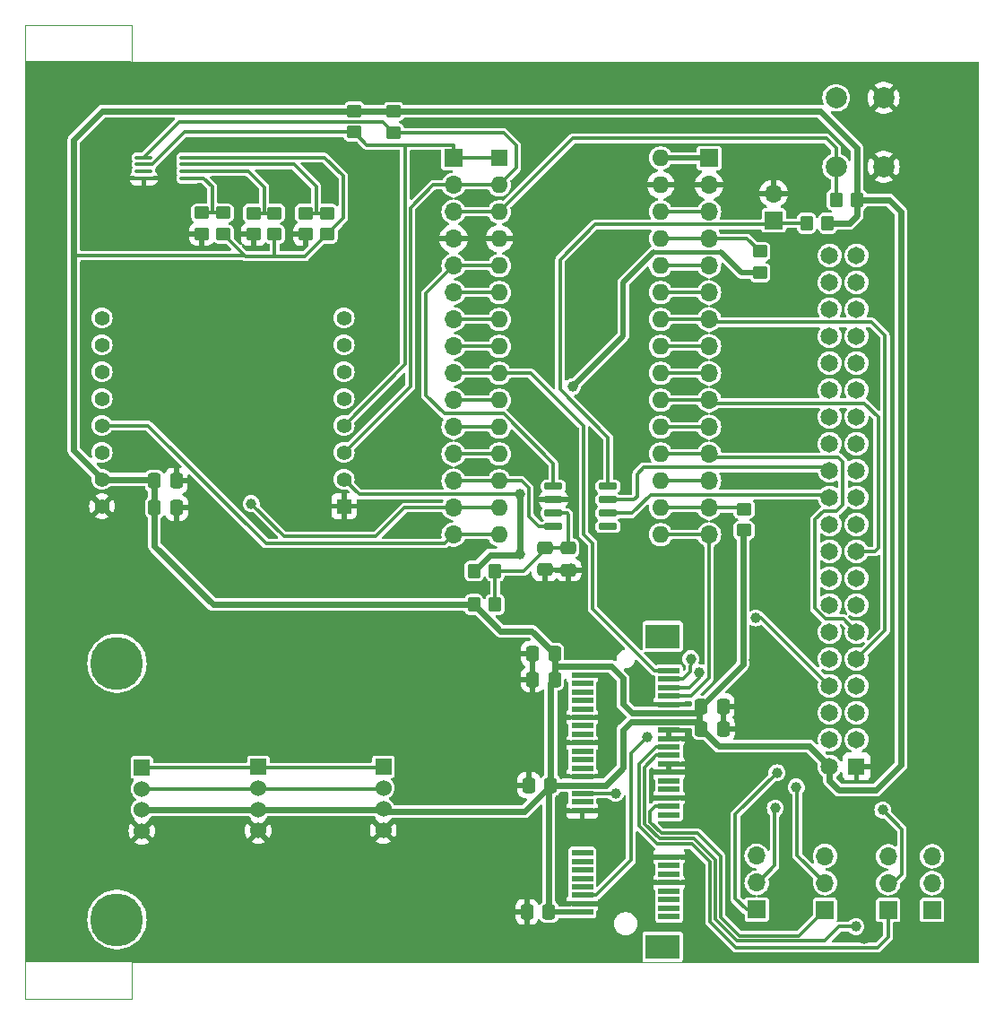
<source format=gbr>
%TF.GenerationSoftware,KiCad,Pcbnew,8.0.6*%
%TF.CreationDate,2025-02-06T11:10:52+01:00*%
%TF.ProjectId,Com_Nucleo-L432kc,436f6d5f-4e75-4636-9c65-6f2d4c343332,rev?*%
%TF.SameCoordinates,Original*%
%TF.FileFunction,Copper,L1,Top*%
%TF.FilePolarity,Positive*%
%FSLAX46Y46*%
G04 Gerber Fmt 4.6, Leading zero omitted, Abs format (unit mm)*
G04 Created by KiCad (PCBNEW 8.0.6) date 2025-02-06 11:10:52*
%MOMM*%
%LPD*%
G01*
G04 APERTURE LIST*
G04 Aperture macros list*
%AMRoundRect*
0 Rectangle with rounded corners*
0 $1 Rounding radius*
0 $2 $3 $4 $5 $6 $7 $8 $9 X,Y pos of 4 corners*
0 Add a 4 corners polygon primitive as box body*
4,1,4,$2,$3,$4,$5,$6,$7,$8,$9,$2,$3,0*
0 Add four circle primitives for the rounded corners*
1,1,$1+$1,$2,$3*
1,1,$1+$1,$4,$5*
1,1,$1+$1,$6,$7*
1,1,$1+$1,$8,$9*
0 Add four rect primitives between the rounded corners*
20,1,$1+$1,$2,$3,$4,$5,0*
20,1,$1+$1,$4,$5,$6,$7,0*
20,1,$1+$1,$6,$7,$8,$9,0*
20,1,$1+$1,$8,$9,$2,$3,0*%
G04 Aperture macros list end*
%TA.AperFunction,SMDPad,CuDef*%
%ADD10R,2.000000X0.600000*%
%TD*%
%TA.AperFunction,SMDPad,CuDef*%
%ADD11R,3.200000X2.300000*%
%TD*%
%TA.AperFunction,ComponentPad*%
%ADD12R,1.700000X1.700000*%
%TD*%
%TA.AperFunction,ComponentPad*%
%ADD13O,1.700000X1.700000*%
%TD*%
%TA.AperFunction,SMDPad,CuDef*%
%ADD14RoundRect,0.250000X-0.475000X0.337500X-0.475000X-0.337500X0.475000X-0.337500X0.475000X0.337500X0*%
%TD*%
%TA.AperFunction,ComponentPad*%
%ADD15R,1.524000X1.524000*%
%TD*%
%TA.AperFunction,ComponentPad*%
%ADD16C,1.524000*%
%TD*%
%TA.AperFunction,SMDPad,CuDef*%
%ADD17RoundRect,0.250000X0.337500X0.475000X-0.337500X0.475000X-0.337500X-0.475000X0.337500X-0.475000X0*%
%TD*%
%TA.AperFunction,SMDPad,CuDef*%
%ADD18RoundRect,0.250000X0.450000X-0.350000X0.450000X0.350000X-0.450000X0.350000X-0.450000X-0.350000X0*%
%TD*%
%TA.AperFunction,SMDPad,CuDef*%
%ADD19RoundRect,0.250000X-0.450000X0.350000X-0.450000X-0.350000X0.450000X-0.350000X0.450000X0.350000X0*%
%TD*%
%TA.AperFunction,SMDPad,CuDef*%
%ADD20RoundRect,0.250000X-0.337500X-0.475000X0.337500X-0.475000X0.337500X0.475000X-0.337500X0.475000X0*%
%TD*%
%TA.AperFunction,SMDPad,CuDef*%
%ADD21RoundRect,0.150000X-0.725000X-0.150000X0.725000X-0.150000X0.725000X0.150000X-0.725000X0.150000X0*%
%TD*%
%TA.AperFunction,SMDPad,CuDef*%
%ADD22RoundRect,0.100000X-0.712500X-0.100000X0.712500X-0.100000X0.712500X0.100000X-0.712500X0.100000X0*%
%TD*%
%TA.AperFunction,ComponentPad*%
%ADD23R,1.600000X1.600000*%
%TD*%
%TA.AperFunction,ComponentPad*%
%ADD24O,1.600000X1.600000*%
%TD*%
%TA.AperFunction,ComponentPad*%
%ADD25R,1.400000X1.400000*%
%TD*%
%TA.AperFunction,ComponentPad*%
%ADD26C,1.400000*%
%TD*%
%TA.AperFunction,SMDPad,CuDef*%
%ADD27RoundRect,0.250000X-0.350000X-0.450000X0.350000X-0.450000X0.350000X0.450000X-0.350000X0.450000X0*%
%TD*%
%TA.AperFunction,ComponentPad*%
%ADD28C,2.000000*%
%TD*%
%TA.AperFunction,SMDPad,CuDef*%
%ADD29RoundRect,0.250000X0.350000X0.450000X-0.350000X0.450000X-0.350000X-0.450000X0.350000X-0.450000X0*%
%TD*%
%TA.AperFunction,ComponentPad*%
%ADD30R,1.650000X1.650000*%
%TD*%
%TA.AperFunction,ComponentPad*%
%ADD31C,1.650000*%
%TD*%
%TA.AperFunction,WasherPad*%
%ADD32C,5.000000*%
%TD*%
%TA.AperFunction,ViaPad*%
%ADD33C,1.000000*%
%TD*%
%TA.AperFunction,Conductor*%
%ADD34C,0.300000*%
%TD*%
%TA.AperFunction,Conductor*%
%ADD35C,0.600000*%
%TD*%
%TA.AperFunction,Conductor*%
%ADD36C,0.500000*%
%TD*%
%TA.AperFunction,Conductor*%
%ADD37C,0.400000*%
%TD*%
%TA.AperFunction,Profile*%
%ADD38C,0.100000*%
%TD*%
G04 APERTURE END LIST*
D10*
%TO.P,IC1,1,~{WAKE}*%
%TO.N,unconnected-(IC1-~{WAKE}-Pad1)*%
X124534748Y-127245000D03*
%TO.P,IC1,2,3.3VAUX_1*%
%TO.N,+3V3*%
X116334748Y-126845000D03*
%TO.P,IC1,3,COEX1*%
%TO.N,unconnected-(IC1-COEX1-Pad3)*%
X124534748Y-126445000D03*
%TO.P,IC1,4,GND7*%
%TO.N,GND*%
X116334748Y-126045000D03*
%TO.P,IC1,5,COEX2*%
%TO.N,unconnected-(IC1-COEX2-Pad5)*%
X124534748Y-125645000D03*
%TO.P,IC1,6,1.5V_2*%
%TO.N,/GPIO6_SX1303*%
X116334748Y-125245000D03*
%TO.P,IC1,7,~{CLKREQ}*%
%TO.N,unconnected-(IC1-~{CLKREQ}-Pad7)*%
X124534748Y-124845000D03*
%TO.P,IC1,8,UIM_PWR*%
%TO.N,unconnected-(IC1-UIM_PWR-Pad8)*%
X116334748Y-124445000D03*
%TO.P,IC1,9,GND1*%
%TO.N,GND*%
X124534748Y-124045000D03*
%TO.P,IC1,10,UIM_DATA*%
%TO.N,unconnected-(IC1-UIM_DATA-Pad10)*%
X116334748Y-123645000D03*
%TO.P,IC1,11,SX1261_NRESET*%
%TO.N,unconnected-(IC1-SX1261_NRESET-Pad11)*%
X124534748Y-123245000D03*
%TO.P,IC1,12,UIM_CLK*%
%TO.N,unconnected-(IC1-UIM_CLK-Pad12)*%
X116334748Y-122845000D03*
%TO.P,IC1,13,REFCLK+*%
%TO.N,unconnected-(IC1-REFCLK+-Pad13)*%
X124534748Y-122445000D03*
%TO.P,IC1,14,UIM_RESET*%
%TO.N,unconnected-(IC1-UIM_RESET-Pad14)*%
X116334748Y-122045000D03*
%TO.P,IC1,15,GND2*%
%TO.N,GND*%
X124534748Y-121645000D03*
%TO.P,IC1,16,UIM_VPP*%
%TO.N,unconnected-(IC1-UIM_VPP-Pad16)*%
X116334748Y-121245000D03*
%TO.P,IC1,17,RESERVED*%
%TO.N,unconnected-(IC1-RESERVED-Pad17)*%
X124534748Y-117645000D03*
%TO.P,IC1,18,GND8*%
%TO.N,GND*%
X116334748Y-117245000D03*
%TO.P,IC1,19,RESERVED*%
%TO.N,/PPS_LORA_CORE*%
X124534748Y-116845000D03*
%TO.P,IC1,20,~{W_DISABLE}*%
%TO.N,unconnected-(IC1-~{W_DISABLE}-Pad20)*%
X116334748Y-116445000D03*
%TO.P,IC1,21,GND3*%
%TO.N,GND*%
X124534748Y-116045000D03*
%TO.P,IC1,22,~{PERST}*%
%TO.N,/RST_LORA_CORE*%
X116334748Y-115645000D03*
%TO.P,IC1,23,PERn0*%
%TO.N,unconnected-(IC1-PERn0-Pad23)*%
X124534748Y-115245000D03*
%TO.P,IC1,24,3.3VAUX_2*%
%TO.N,+3V3*%
X116334748Y-114845000D03*
%TO.P,IC1,25,PERp0*%
%TO.N,unconnected-(IC1-PERp0-Pad25)*%
X124534748Y-114445000D03*
%TO.P,IC1,26,GND9*%
%TO.N,GND*%
X116334748Y-114045000D03*
%TO.P,IC1,27,GND4*%
X124534748Y-113645000D03*
%TO.P,IC1,28,1.5V_2*%
%TO.N,unconnected-(IC1-1.5V_2-Pad28)*%
X116334748Y-113245000D03*
%TO.P,IC1,29,GND5*%
%TO.N,GND*%
X124534748Y-112845000D03*
%TO.P,IC1,30,SMB_SCL*%
%TO.N,unconnected-(IC1-SMB_SCL-Pad30)*%
X116334748Y-112445000D03*
%TO.P,IC1,31,PETn0*%
%TO.N,/UART_TX_LORA_CORE*%
X124534748Y-112045000D03*
%TO.P,IC1,32,SMB_SDA*%
%TO.N,unconnected-(IC1-SMB_SDA-Pad32)*%
X116334748Y-111645000D03*
%TO.P,IC1,33,PETp0*%
%TO.N,/UART_RX_LORA_CORE*%
X124534748Y-111245000D03*
%TO.P,IC1,34,GND*%
%TO.N,GND*%
X116334748Y-110845000D03*
%TO.P,IC1,35,GND6*%
X124534748Y-110445000D03*
%TO.P,IC1,36,USB_D-*%
%TO.N,unconnected-(IC1-USB_D--Pad36)*%
X116334748Y-110045000D03*
%TO.P,IC1,37,GND13*%
%TO.N,GND*%
X124534748Y-109645000D03*
%TO.P,IC1,38,USB_D+*%
%TO.N,unconnected-(IC1-USB_D+-Pad38)*%
X116334748Y-109245000D03*
%TO.P,IC1,39,3.3VAUX_3*%
%TO.N,+3V3*%
X124534748Y-108845000D03*
%TO.P,IC1,40,GND*%
%TO.N,GND*%
X116334748Y-108445000D03*
%TO.P,IC1,41,3.3VAUX_4*%
%TO.N,+3V3*%
X124534748Y-108045000D03*
%TO.P,IC1,42,LED_WWAN*%
%TO.N,unconnected-(IC1-LED_WWAN-Pad42)*%
X116334748Y-107645000D03*
%TO.P,IC1,43,GND14*%
%TO.N,GND*%
X124534748Y-107245000D03*
%TO.P,IC1,44,LED_WLAN*%
%TO.N,unconnected-(IC1-LED_WLAN-Pad44)*%
X116334748Y-106845000D03*
%TO.P,IC1,45,RESERVED1*%
%TO.N,/SCLK*%
X124534748Y-106445000D03*
%TO.P,IC1,46,LED_WPAN*%
%TO.N,unconnected-(IC1-LED_WPAN-Pad46)*%
X116334748Y-106045000D03*
%TO.P,IC1,47,RESERVED2*%
%TO.N,/MISO*%
X124534748Y-105645000D03*
%TO.P,IC1,48,1.5V_3*%
%TO.N,unconnected-(IC1-1.5V_3-Pad48)*%
X116334748Y-105245000D03*
%TO.P,IC1,49,RESERVED3*%
%TO.N,/MOSI*%
X124534748Y-104845000D03*
%TO.P,IC1,50,GND12*%
%TO.N,GND*%
X116334748Y-104445000D03*
%TO.P,IC1,51,RESERVED4*%
%TO.N,/CS_LORA_CORE*%
X124534748Y-104045000D03*
%TO.P,IC1,52,3.3VAUX_5*%
%TO.N,+3V3*%
X116334748Y-103645000D03*
D11*
%TO.P,IC1,MP*%
%TO.N,N/C*%
X123934748Y-130095000D03*
X123934748Y-100795000D03*
%TD*%
D12*
%TO.P,JP2,1,A*%
%TO.N,Net-(CR1-ASC)*%
X134420000Y-61510000D03*
D13*
%TO.P,JP2,2,B*%
%TO.N,GND*%
X134420000Y-58970000D03*
%TD*%
D14*
%TO.P,C7,1*%
%TO.N,Net-(CR1-VS)*%
X112790000Y-92442500D03*
%TO.P,C7,2*%
%TO.N,GND*%
X112790000Y-94517500D03*
%TD*%
D15*
%TO.P,J4,1,Pin_1*%
%TO.N,/SCL*%
X97540000Y-113110000D03*
D16*
%TO.P,J4,2,Pin_2*%
%TO.N,/SDA*%
X97540000Y-115110000D03*
%TO.P,J4,3,Pin_3*%
%TO.N,+3V3*%
X97540000Y-117110000D03*
%TO.P,J4,4,Pin_4*%
%TO.N,GND*%
X97540000Y-119110000D03*
%TD*%
D17*
%TO.P,C1,1*%
%TO.N,+3V3*%
X113721548Y-104873200D03*
%TO.P,C1,2*%
%TO.N,GND*%
X111646548Y-104873200D03*
%TD*%
D18*
%TO.P,R6,1*%
%TO.N,+3V3*%
X131600000Y-90790000D03*
%TO.P,R6,2*%
%TO.N,Net-(J7-Pin_14)*%
X131600000Y-88790000D03*
%TD*%
%TO.P,R10,1*%
%TO.N,GND*%
X90210000Y-62850000D03*
%TO.P,R10,2*%
%TO.N,Net-(U2-A0)*%
X90210000Y-60850000D03*
%TD*%
%TO.P,R12,1*%
%TO.N,+3V3*%
X87280000Y-62830000D03*
%TO.P,R12,2*%
%TO.N,Net-(U2-A1)*%
X87280000Y-60830000D03*
%TD*%
D12*
%TO.P,J7,1,Pin_1*%
%TO.N,Net-(J7-Pin_1)*%
X128313249Y-55637948D03*
D13*
%TO.P,J7,2,Pin_2*%
%TO.N,GND*%
X128313249Y-58177948D03*
%TO.P,J7,3,Pin_3*%
%TO.N,Net-(J7-Pin_3)*%
X128313249Y-60717948D03*
%TO.P,J7,4,Pin_4*%
%TO.N,Net-(J7-Pin_4)*%
X128313249Y-63257948D03*
%TO.P,J7,5,Pin_5*%
%TO.N,/UART_TX_INISAT*%
X128313249Y-65797948D03*
%TO.P,J7,6,Pin_6*%
%TO.N,/INT1*%
X128313249Y-68337948D03*
%TO.P,J7,7,Pin_7*%
%TO.N,/PWM2*%
X128313249Y-70877948D03*
%TO.P,J7,8,Pin_8*%
%TO.N,/CS_MK*%
X128313249Y-73417948D03*
%TO.P,J7,9,Pin_9*%
%TO.N,/GPIO6_SX1303*%
X128313249Y-75957948D03*
%TO.P,J7,10,Pin_10*%
%TO.N,/UART_RX_INISAT*%
X128313249Y-78497948D03*
%TO.P,J7,11,Pin_11*%
%TO.N,/SENS1*%
X128313249Y-81037948D03*
%TO.P,J7,12,Pin_12*%
%TO.N,/SENS2*%
X128313249Y-83577948D03*
%TO.P,J7,13,Pin_13*%
%TO.N,/AREF*%
X128313249Y-86117948D03*
%TO.P,J7,14,Pin_14*%
%TO.N,Net-(J7-Pin_14)*%
X128313249Y-88657948D03*
%TO.P,J7,15,Pin_15*%
%TO.N,/SCLK*%
X128313249Y-91197948D03*
%TD*%
D19*
%TO.P,R2,1*%
%TO.N,+3V3*%
X94810000Y-51200000D03*
%TO.P,R2,2*%
%TO.N,/SCL*%
X94810000Y-53200000D03*
%TD*%
D12*
%TO.P,J2,1,Pin_1*%
%TO.N,/SCL*%
X104183248Y-55626000D03*
D13*
%TO.P,J2,2,Pin_2*%
%TO.N,/SDA*%
X104183248Y-58166000D03*
%TO.P,J2,3,Pin_3*%
%TO.N,/RESET_GENERAL*%
X104183248Y-60706000D03*
%TO.P,J2,4,Pin_4*%
%TO.N,GND*%
X104183248Y-63246000D03*
%TO.P,J2,5,Pin_5*%
%TO.N,/CAN_TX*%
X104183248Y-65786000D03*
%TO.P,J2,6,Pin_6*%
%TO.N,/RST_LORA_CORE*%
X104183248Y-68326000D03*
%TO.P,J2,7,Pin_7*%
%TO.N,/UART_RX_1*%
X104183248Y-70866000D03*
%TO.P,J2,8,Pin_8*%
%TO.N,/UART_TX_1*%
X104183248Y-73406000D03*
%TO.P,J2,9,Pin_9*%
%TO.N,/CS_LORA_CORE*%
X104183248Y-75946000D03*
%TO.P,J2,10,Pin_10*%
%TO.N,Net-(J2-Pin_10)*%
X104183248Y-78486000D03*
%TO.P,J2,11,Pin_11*%
%TO.N,Net-(J2-Pin_11)*%
X104183248Y-81026000D03*
%TO.P,J2,12,Pin_12*%
%TO.N,/PWM1*%
X104183248Y-83566000D03*
%TO.P,J2,13,Pin_13*%
%TO.N,/CAN_RX*%
X104183248Y-86106000D03*
%TO.P,J2,14,Pin_14*%
%TO.N,/MOSI*%
X104183248Y-88646000D03*
%TO.P,J2,15,Pin_15*%
%TO.N,/MISO*%
X104183248Y-91186000D03*
%TD*%
D14*
%TO.P,C9,1*%
%TO.N,Net-(CR1-VS)*%
X115030000Y-92452500D03*
%TO.P,C9,2*%
%TO.N,GND*%
X115030000Y-94527500D03*
%TD*%
D12*
%TO.P,JP5,1,A*%
%TO.N,/PPS_LORA_CORE*%
X139260000Y-126615000D03*
D13*
%TO.P,JP5,2,C*%
%TO.N,/INT1*%
X139260000Y-124075000D03*
%TO.P,JP5,3,B*%
%TO.N,/INT_MK*%
X139260000Y-121535000D03*
%TD*%
D18*
%TO.P,R15,1*%
%TO.N,GND*%
X80400000Y-62810000D03*
%TO.P,R15,2*%
%TO.N,Net-(U2-A2)*%
X80400000Y-60810000D03*
%TD*%
D20*
%TO.P,C5,1*%
%TO.N,+3V3*%
X127572500Y-109510000D03*
%TO.P,C5,2*%
%TO.N,GND*%
X129647500Y-109510000D03*
%TD*%
D18*
%TO.P,R11,1*%
%TO.N,+3V3*%
X92220000Y-62840000D03*
%TO.P,R11,2*%
%TO.N,Net-(U2-A0)*%
X92220000Y-60840000D03*
%TD*%
D12*
%TO.P,JP1,1,A*%
%TO.N,/PWM_INISAT*%
X132810000Y-126600000D03*
D13*
%TO.P,JP1,2,C*%
%TO.N,/PWM1*%
X132810000Y-124060000D03*
%TO.P,JP1,3,B*%
%TO.N,/PWM_MK*%
X132810000Y-121520000D03*
%TD*%
D15*
%TO.P,J6,1,Pin_1*%
%TO.N,/SCL*%
X74740000Y-113180000D03*
D16*
%TO.P,J6,2,Pin_2*%
%TO.N,/SDA*%
X74740000Y-115180000D03*
%TO.P,J6,3,Pin_3*%
%TO.N,+3V3*%
X74740000Y-117180000D03*
%TO.P,J6,4,Pin_4*%
%TO.N,GND*%
X74740000Y-119180000D03*
%TD*%
D17*
%TO.P,C6,1*%
%TO.N,+3V3*%
X113367500Y-114850000D03*
%TO.P,C6,2*%
%TO.N,GND*%
X111292500Y-114850000D03*
%TD*%
D21*
%TO.P,CR1,1,TX0*%
%TO.N,/CAN_TX*%
X113611200Y-86620000D03*
%TO.P,CR1,2,GND*%
%TO.N,GND*%
X113611200Y-87890000D03*
%TO.P,CR1,3,VS*%
%TO.N,Net-(CR1-VS)*%
X113611200Y-89160000D03*
%TO.P,CR1,4,RX0*%
%TO.N,/CAN_RX*%
X113611200Y-90430000D03*
%TO.P,CR1,5,RX1*%
%TO.N,unconnected-(CR1-RX1-Pad5)*%
X118761200Y-90430000D03*
%TO.P,CR1,6,C_L*%
%TO.N,/CAN_RD*%
X118761200Y-89160000D03*
%TO.P,CR1,7,C_H*%
%TO.N,/CAN_TD*%
X118761200Y-87890000D03*
%TO.P,CR1,8,ASC*%
%TO.N,Net-(CR1-ASC)*%
X118761200Y-86620000D03*
%TD*%
D17*
%TO.P,C3,1*%
%TO.N,+3V3*%
X113190000Y-126820000D03*
%TO.P,C3,2*%
%TO.N,GND*%
X111115000Y-126820000D03*
%TD*%
D18*
%TO.P,R7,1*%
%TO.N,+5V*%
X133110000Y-66460000D03*
%TO.P,R7,2*%
%TO.N,Net-(J7-Pin_4)*%
X133110000Y-64460000D03*
%TD*%
D22*
%TO.P,U2,1,SDA*%
%TO.N,/SDA*%
X74907500Y-55585000D03*
%TO.P,U2,2,SCL*%
%TO.N,/SCL*%
X74907500Y-56235000D03*
%TO.P,U2,3,Alert*%
%TO.N,unconnected-(U2-Alert-Pad3)*%
X74907500Y-56885000D03*
%TO.P,U2,4,GND*%
%TO.N,GND*%
X74907500Y-57535000D03*
%TO.P,U2,5,A2*%
%TO.N,Net-(U2-A2)*%
X79132500Y-57535000D03*
%TO.P,U2,6,A1*%
%TO.N,Net-(U2-A1)*%
X79132500Y-56885000D03*
%TO.P,U2,7,A0*%
%TO.N,Net-(U2-A0)*%
X79132500Y-56235000D03*
%TO.P,U2,8,V_{DD}*%
%TO.N,+3V3*%
X79132500Y-55585000D03*
%TD*%
D18*
%TO.P,R13,1*%
%TO.N,GND*%
X85290000Y-62840000D03*
%TO.P,R13,2*%
%TO.N,Net-(U2-A1)*%
X85290000Y-60840000D03*
%TD*%
D20*
%TO.P,C10,1*%
%TO.N,+3V3*%
X127562500Y-107410000D03*
%TO.P,C10,2*%
%TO.N,GND*%
X129637500Y-107410000D03*
%TD*%
D23*
%TO.P,L432KC1,1,D1*%
%TO.N,/SCL*%
X108503248Y-55626000D03*
D24*
%TO.P,L432KC1,2,D0*%
%TO.N,/SDA*%
X108503248Y-58166000D03*
%TO.P,L432KC1,3,RESET*%
%TO.N,/RESET_GENERAL*%
X108503248Y-60706000D03*
%TO.P,L432KC1,4,GND*%
%TO.N,GND*%
X108503248Y-63246000D03*
%TO.P,L432KC1,5,D2*%
%TO.N,/CAN_TX*%
X108503248Y-65786000D03*
%TO.P,L432KC1,6,D3*%
%TO.N,/RST_LORA_CORE*%
X108503248Y-68326000D03*
%TO.P,L432KC1,7,D4*%
%TO.N,/UART_RX_1*%
X108503248Y-70866000D03*
%TO.P,L432KC1,8,D5*%
%TO.N,/UART_TX_1*%
X108503248Y-73406000D03*
%TO.P,L432KC1,9,D6*%
%TO.N,/CS_LORA_CORE*%
X108503248Y-75946000D03*
%TO.P,L432KC1,10,D7*%
%TO.N,Net-(J2-Pin_10)*%
X108503248Y-78486000D03*
%TO.P,L432KC1,11,D8*%
%TO.N,Net-(J2-Pin_11)*%
X108503248Y-81026000D03*
%TO.P,L432KC1,12,D9*%
%TO.N,/PWM1*%
X108503248Y-83566000D03*
%TO.P,L432KC1,13,D10*%
%TO.N,/CAN_RX*%
X108503248Y-86106000D03*
%TO.P,L432KC1,14,D11*%
%TO.N,/MOSI*%
X108503248Y-88646000D03*
%TO.P,L432KC1,15,D12*%
%TO.N,/MISO*%
X108503248Y-91186000D03*
%TO.P,L432KC1,16,D13*%
%TO.N,/SCLK*%
X123743248Y-91186000D03*
%TO.P,L432KC1,17,+3V3*%
%TO.N,Net-(J7-Pin_14)*%
X123743248Y-88646000D03*
%TO.P,L432KC1,18,AREF*%
%TO.N,/AREF*%
X123743248Y-86106000D03*
%TO.P,L432KC1,19,A0*%
%TO.N,/SENS2*%
X123743248Y-83566000D03*
%TO.P,L432KC1,20,A1*%
%TO.N,/SENS1*%
X123743248Y-81026000D03*
%TO.P,L432KC1,21,A2*%
%TO.N,/UART_RX_INISAT*%
X123743248Y-78486000D03*
%TO.P,L432KC1,22,A3*%
%TO.N,/GPIO6_SX1303*%
X123743248Y-75946000D03*
%TO.P,L432KC1,23,A4*%
%TO.N,/CS_MK*%
X123743248Y-73406000D03*
%TO.P,L432KC1,24,A5*%
%TO.N,/PWM2*%
X123743248Y-70866000D03*
%TO.P,L432KC1,25,A6*%
%TO.N,/INT1*%
X123743248Y-68326000D03*
%TO.P,L432KC1,26,A7*%
%TO.N,/UART_TX_INISAT*%
X123743248Y-65786000D03*
%TO.P,L432KC1,27,+5V*%
%TO.N,Net-(J7-Pin_4)*%
X123743248Y-63246000D03*
%TO.P,L432KC1,28,RESET*%
%TO.N,Net-(J7-Pin_3)*%
X123743248Y-60706000D03*
%TO.P,L432KC1,29,GND*%
%TO.N,GND*%
X123743248Y-58166000D03*
%TO.P,L432KC1,30,VIN*%
%TO.N,Net-(J7-Pin_1)*%
X123743248Y-55626000D03*
%TD*%
D15*
%TO.P,J9,1,Pin_1*%
%TO.N,/SCL*%
X85740000Y-113140000D03*
D16*
%TO.P,J9,2,Pin_2*%
%TO.N,/SDA*%
X85740000Y-115140000D03*
%TO.P,J9,3,Pin_3*%
%TO.N,+3V3*%
X85740000Y-117140000D03*
%TO.P,J9,4,Pin_4*%
%TO.N,GND*%
X85740000Y-119140000D03*
%TD*%
D25*
%TO.P,J5,1,GND_1*%
%TO.N,GND*%
X93830000Y-88510000D03*
D26*
%TO.P,J5,2,+5V*%
%TO.N,+5V*%
X93830000Y-85970000D03*
%TO.P,J5,3,SDA*%
%TO.N,/SDA*%
X93830000Y-83430000D03*
%TO.P,J5,4,SCL*%
%TO.N,/SCL*%
X93830000Y-80890000D03*
%TO.P,J5,5,TX*%
%TO.N,/UART_TX_MK*%
X93830000Y-78350000D03*
%TO.P,J5,6,RX*%
%TO.N,/UART_RX_MK*%
X93830000Y-75810000D03*
%TO.P,J5,7,INT*%
%TO.N,/INT_MK*%
X93830000Y-73270000D03*
%TO.P,J5,8,PWM*%
%TO.N,/PWM_MK*%
X93830000Y-70730000D03*
%TO.P,J5,9,AN*%
%TO.N,unconnected-(J5-AN-Pad9)*%
X70970000Y-70730000D03*
%TO.P,J5,10,RST*%
%TO.N,/RESET_GENERAL*%
X70970000Y-73270000D03*
%TO.P,J5,11,CS*%
%TO.N,/CS_MK*%
X70970000Y-75810000D03*
%TO.P,J5,12,SCK*%
%TO.N,/SCLK*%
X70970000Y-78350000D03*
%TO.P,J5,13,MISO*%
%TO.N,/MISO*%
X70970000Y-80890000D03*
%TO.P,J5,14,MOSI*%
%TO.N,/MOSI*%
X70970000Y-83430000D03*
%TO.P,J5,15,+3.3V*%
%TO.N,+3V3*%
X70970000Y-85970000D03*
%TO.P,J5,16,GND_2*%
%TO.N,GND*%
X70970000Y-88510000D03*
%TD*%
D27*
%TO.P,R9,1*%
%TO.N,+5V*%
X106120000Y-94610000D03*
%TO.P,R9,2*%
%TO.N,Net-(CR1-VS)*%
X108120000Y-94610000D03*
%TD*%
D20*
%TO.P,C4,1*%
%TO.N,+3V3*%
X75932500Y-88660000D03*
%TO.P,C4,2*%
%TO.N,GND*%
X78007500Y-88660000D03*
%TD*%
D28*
%TO.P,SW1,1,1*%
%TO.N,/RESET_GENERAL*%
X140310000Y-56450000D03*
X140310000Y-49950000D03*
%TO.P,SW1,2,2*%
%TO.N,GND*%
X144810000Y-56450000D03*
X144810000Y-49950000D03*
%TD*%
D18*
%TO.P,R14,1*%
%TO.N,+3V3*%
X82420000Y-62810000D03*
%TO.P,R14,2*%
%TO.N,Net-(U2-A2)*%
X82420000Y-60810000D03*
%TD*%
D12*
%TO.P,JP4,1,A*%
%TO.N,/UART_RX_LORA_CORE*%
X145230000Y-126630000D03*
D13*
%TO.P,JP4,2,C*%
%TO.N,/UART_TX_1*%
X145230000Y-124090000D03*
%TO.P,JP4,3,B*%
%TO.N,/UART_RX_MK*%
X145230000Y-121550000D03*
%TD*%
D19*
%TO.P,R3,1*%
%TO.N,+3V3*%
X98510000Y-51240000D03*
%TO.P,R3,2*%
%TO.N,/SDA*%
X98510000Y-53240000D03*
%TD*%
D20*
%TO.P,C2,1*%
%TO.N,+3V3*%
X75912500Y-86100000D03*
%TO.P,C2,2*%
%TO.N,GND*%
X77987500Y-86100000D03*
%TD*%
D27*
%TO.P,R8,1*%
%TO.N,+3V3*%
X106100000Y-97800000D03*
%TO.P,R8,2*%
%TO.N,Net-(CR1-VS)*%
X108100000Y-97800000D03*
%TD*%
D29*
%TO.P,R4,1*%
%TO.N,+3V3*%
X139520000Y-61790000D03*
%TO.P,R4,2*%
%TO.N,Net-(CR1-ASC)*%
X137520000Y-61790000D03*
%TD*%
D17*
%TO.P,C8,1*%
%TO.N,+3V3*%
X113716548Y-102438200D03*
%TO.P,C8,2*%
%TO.N,GND*%
X111641548Y-102438200D03*
%TD*%
D12*
%TO.P,JP3,1,A*%
%TO.N,/UART_TX_LORA_CORE*%
X149380000Y-126630000D03*
D13*
%TO.P,JP3,2,C*%
%TO.N,/UART_RX_1*%
X149380000Y-124090000D03*
%TO.P,JP3,3,B*%
%TO.N,/UART_TX_MK*%
X149380000Y-121550000D03*
%TD*%
D29*
%TO.P,R1,1*%
%TO.N,+3V3*%
X142300000Y-59560000D03*
%TO.P,R1,2*%
%TO.N,/RESET_GENERAL*%
X140300000Y-59560000D03*
%TD*%
D30*
%TO.P,J1,1,GND*%
%TO.N,GND*%
X142240000Y-113090000D03*
D31*
%TO.P,J1,2,3V3*%
%TO.N,+3V3*%
X139700000Y-113090000D03*
%TO.P,J1,3,V_IN*%
%TO.N,+5V*%
X142240000Y-110550000D03*
%TO.P,J1,4,5V*%
X139700000Y-110550000D03*
%TO.P,J1,5,V_B*%
%TO.N,unconnected-(J1-V_B-Pad5)*%
X142240000Y-108010000D03*
%TO.P,J1,6,NC1*%
%TO.N,/PWM_INISAT*%
X139700000Y-108010000D03*
%TO.P,J1,7,NC2*%
%TO.N,unconnected-(J1-NC2-Pad7)*%
X142240000Y-105470000D03*
%TO.P,J1,8,NC3*%
%TO.N,/SENS1*%
X139700000Y-105470000D03*
%TO.P,J1,9,NC4*%
%TO.N,/PWM2*%
X142240000Y-102930000D03*
%TO.P,J1,10,RD-*%
%TO.N,unconnected-(J1-RD--Pad10)*%
X139700000Y-102930000D03*
%TO.P,J1,11,NC*%
%TO.N,/SENS2*%
X142240000Y-100390000D03*
%TO.P,J1,12,RD+*%
%TO.N,unconnected-(J1-RD+-Pad12)*%
X139700000Y-100390000D03*
%TO.P,J1,13,NC*%
%TO.N,unconnected-(J1-NC-Pad13)*%
X142240000Y-97850000D03*
%TO.P,J1,14,TD-*%
%TO.N,unconnected-(J1-TD--Pad14)*%
X139700000Y-97850000D03*
%TO.P,J1,15,NC*%
%TO.N,unconnected-(J1-NC-Pad15)*%
X142240000Y-95310000D03*
%TO.P,J1,16,TD+*%
%TO.N,unconnected-(J1-TD+-Pad16)*%
X139700000Y-95310000D03*
%TO.P,J1,17,RX/SDA*%
%TO.N,/UART_RX_INISAT*%
X142240000Y-92770000D03*
%TO.P,J1,18,D-*%
%TO.N,unconnected-(J1-D--Pad18)*%
X139700000Y-92770000D03*
%TO.P,J1,19,TX/SCL*%
%TO.N,/UART_TX_INISAT*%
X142240000Y-90230000D03*
%TO.P,J1,20,D+*%
%TO.N,unconnected-(J1-D+-Pad20)*%
X139700000Y-90230000D03*
%TO.P,J1,21,SCK*%
%TO.N,unconnected-(J1-SCK-Pad21)*%
X142240000Y-87690000D03*
%TO.P,J1,22,RD*%
%TO.N,/CAN_RD*%
X139700000Y-87690000D03*
%TO.P,J1,23,MOSI*%
%TO.N,unconnected-(J1-MOSI-Pad23)*%
X142240000Y-85150000D03*
%TO.P,J1,24,TD*%
%TO.N,/CAN_TD*%
X139700000Y-85150000D03*
%TO.P,J1,25,MISO*%
%TO.N,unconnected-(J1-MISO-Pad25)*%
X142240000Y-82610000D03*
%TO.P,J1,26,SDA/RX*%
%TO.N,/SDA*%
X139700000Y-82610000D03*
%TO.P,J1,27,SSEL*%
%TO.N,unconnected-(J1-SSEL-Pad27)*%
X142240000Y-80070000D03*
%TO.P,J1,28,SCL/TX*%
%TO.N,/SCL*%
X139700000Y-80070000D03*
%TO.P,J1,29,AI_1*%
%TO.N,unconnected-(J1-AI_1-Pad29)*%
X142240000Y-77530000D03*
%TO.P,J1,30,PWM_O_1*%
%TO.N,unconnected-(J1-PWM_O_1-Pad30)*%
X139700000Y-77530000D03*
%TO.P,J1,31,AI_2*%
%TO.N,unconnected-(J1-AI_2-Pad31)*%
X142240000Y-74990000D03*
%TO.P,J1,32,PWM_O_2*%
%TO.N,unconnected-(J1-PWM_O_2-Pad32)*%
X139700000Y-74990000D03*
%TO.P,J1,33,AI_3*%
%TO.N,unconnected-(J1-AI_3-Pad33)*%
X142240000Y-72450000D03*
%TO.P,J1,34,PWM_O_3*%
%TO.N,unconnected-(J1-PWM_O_3-Pad34)*%
X139700000Y-72450000D03*
%TO.P,J1,35,AI_4*%
%TO.N,unconnected-(J1-AI_4-Pad35)*%
X142240000Y-69910000D03*
%TO.P,J1,36,PWM_O_4*%
%TO.N,unconnected-(J1-PWM_O_4-Pad36)*%
X139700000Y-69910000D03*
%TO.P,J1,37,AI_5*%
%TO.N,unconnected-(J1-AI_5-Pad37)*%
X142240000Y-67370000D03*
%TO.P,J1,38,PWM_O_5*%
%TO.N,unconnected-(J1-PWM_O_5-Pad38)*%
X139700000Y-67370000D03*
%TO.P,J1,39,AI_6*%
%TO.N,unconnected-(J1-AI_6-Pad39)*%
X142240000Y-64830000D03*
%TO.P,J1,40,PWM_O_6*%
%TO.N,unconnected-(J1-PWM_O_6-Pad40)*%
X139700000Y-64830000D03*
%TD*%
D32*
%TO.P,REF\u002A\u002A,*%
%TO.N,*%
X72384748Y-127545000D03*
%TD*%
%TO.P,,*%
%TO.N,*%
X72384748Y-103345000D03*
%TD*%
D33*
%TO.N,/MOSI*%
X85080000Y-88270000D03*
%TO.N,GND*%
X131500000Y-74700000D03*
X111340000Y-55550000D03*
X74200000Y-61210000D03*
X65690000Y-57400000D03*
X111680000Y-77990000D03*
X109510000Y-48230000D03*
X111390000Y-123290000D03*
X66390000Y-125210000D03*
X90680000Y-101940000D03*
X68280000Y-48070000D03*
X151860000Y-58830000D03*
X88810000Y-47910000D03*
X80420000Y-88770000D03*
X85990000Y-101970000D03*
X134820000Y-86010000D03*
X129560000Y-97560000D03*
X65770000Y-87580000D03*
X151830000Y-91220000D03*
X135790000Y-68010000D03*
X151680000Y-105290000D03*
X76980000Y-47760000D03*
X121930000Y-93860000D03*
X77070000Y-71160000D03*
X65770000Y-50350000D03*
X131970000Y-79930000D03*
X98610000Y-48310000D03*
X118760000Y-105760000D03*
X65770000Y-96910000D03*
X137270000Y-82330000D03*
X109290000Y-115050000D03*
X151940000Y-65310000D03*
X113810000Y-98250000D03*
X132510000Y-103070000D03*
X151980000Y-84710000D03*
X111620000Y-84670000D03*
X65840000Y-66650000D03*
X97190000Y-68330000D03*
X90190000Y-71230000D03*
X152170000Y-129060000D03*
X65770000Y-76610000D03*
X99740000Y-90840000D03*
X127750000Y-128390000D03*
X147300000Y-124360000D03*
X129040000Y-47980000D03*
X116880000Y-58420000D03*
X121160000Y-123290000D03*
X81290000Y-127700000D03*
X101220000Y-56600000D03*
X119490000Y-98990000D03*
X97230000Y-63200000D03*
X121870000Y-104490000D03*
X135530000Y-105890000D03*
X149060000Y-48010000D03*
X117270000Y-71110000D03*
X101160000Y-121630000D03*
X120730000Y-84040000D03*
X66080000Y-106010000D03*
X88950000Y-58550000D03*
X119380000Y-64900000D03*
X151760000Y-98400000D03*
X120490000Y-47910000D03*
X83910000Y-58790000D03*
X98730000Y-102090000D03*
X131480000Y-55510000D03*
X136960000Y-90360000D03*
X97130000Y-65750000D03*
X126910000Y-95810000D03*
X92020000Y-57230000D03*
X90300000Y-127960000D03*
X78760000Y-101770000D03*
X151760000Y-112470000D03*
X151980000Y-72220000D03*
X152050000Y-78210000D03*
X100030000Y-128350000D03*
X109590000Y-128980000D03*
X142970000Y-129340000D03*
X109850000Y-103550000D03*
X66160000Y-115960000D03*
%TO.N,/UART_TX_LORA_CORE*%
X142170000Y-128200000D03*
%TO.N,/MOSI*%
X126580000Y-102920000D03*
%TO.N,/RST_LORA_CORE*%
X119490000Y-115620000D03*
%TO.N,/GPIO6_SX1303*%
X122450000Y-110300000D03*
%TO.N,/SENS1*%
X132740000Y-99060000D03*
%TO.N,+5V*%
X110450000Y-87390000D03*
X115410000Y-77225000D03*
X110450000Y-93080000D03*
%TO.N,/PWM_INISAT*%
X134721041Y-113688959D03*
%TO.N,/MISO*%
X127410000Y-104230000D03*
%TO.N,/UART_TX_1*%
X144730000Y-117200000D03*
%TO.N,/PWM1*%
X134570000Y-117030000D03*
%TO.N,/INT1*%
X136550000Y-115030000D03*
%TD*%
D34*
%TO.N,/MISO*%
X104183248Y-91186000D02*
X103333248Y-92036000D01*
X103333248Y-92036000D02*
X86466000Y-92036000D01*
X86466000Y-92036000D02*
X75320000Y-80890000D01*
X75320000Y-80890000D02*
X70970000Y-80890000D01*
%TO.N,/MOSI*%
X96830000Y-91380000D02*
X99564000Y-88646000D01*
X85080000Y-88270000D02*
X88190000Y-91380000D01*
X88190000Y-91380000D02*
X96830000Y-91380000D01*
X99564000Y-88646000D02*
X104183248Y-88646000D01*
D35*
%TO.N,+3V3*%
X71020000Y-51200000D02*
X68310000Y-53910000D01*
X108600000Y-100300000D02*
X111578348Y-100300000D01*
X113721548Y-104873200D02*
X113721548Y-103660000D01*
X139700000Y-114420000D02*
X140580000Y-115300000D01*
D34*
X87280000Y-62830000D02*
X87280000Y-64880000D01*
X112780000Y-126520000D02*
X113105000Y-126845000D01*
D35*
X118545000Y-114845000D02*
X116334748Y-114845000D01*
D34*
X84500000Y-64890000D02*
X87270000Y-64890000D01*
D35*
X116334748Y-114845000D02*
X114472500Y-114845000D01*
X97790000Y-117360000D02*
X110857500Y-117360000D01*
X127385000Y-108045000D02*
X127390000Y-108040000D01*
D34*
X87280000Y-64880000D02*
X87270000Y-64890000D01*
D35*
X131500000Y-90890000D02*
X131600000Y-90790000D01*
X142300000Y-61070000D02*
X142300000Y-59560000D01*
D34*
X68335000Y-64835000D02*
X84445000Y-64835000D01*
D35*
X113367500Y-105227248D02*
X113721548Y-104873200D01*
X127562500Y-107410000D02*
X131500000Y-103472500D01*
X116334748Y-103645000D02*
X113736548Y-103645000D01*
X113367500Y-114850000D02*
X113367500Y-105227248D01*
X139700000Y-113090000D02*
X139700000Y-114420000D01*
D34*
X79132500Y-55585000D02*
X92005000Y-55585000D01*
D35*
X120190000Y-109610000D02*
X120190000Y-113200000D01*
X144080000Y-115300000D02*
X146460000Y-112920000D01*
D34*
X84445000Y-64835000D02*
X84500000Y-64890000D01*
D35*
X127345000Y-108845000D02*
X127390000Y-108800000D01*
X122455000Y-108045000D02*
X124534748Y-108045000D01*
X140580000Y-115300000D02*
X144080000Y-115300000D01*
X119095000Y-103645000D02*
X120170000Y-104720000D01*
D34*
X82420000Y-62810000D02*
X84445000Y-64835000D01*
D35*
X120955000Y-108845000D02*
X120190000Y-109610000D01*
X120170000Y-107180000D02*
X121035000Y-108045000D01*
X120190000Y-113200000D02*
X118545000Y-114845000D01*
D34*
X92005000Y-55585000D02*
X93760000Y-57340000D01*
D35*
X113190000Y-115027500D02*
X113367500Y-114850000D01*
X121035000Y-108045000D02*
X122455000Y-108045000D01*
X137760000Y-111150000D02*
X139700000Y-113090000D01*
X124534748Y-108845000D02*
X127345000Y-108845000D01*
X129212500Y-111150000D02*
X137760000Y-111150000D01*
D34*
X93760000Y-61300000D02*
X92220000Y-62840000D01*
D35*
X113721548Y-102443200D02*
X113716548Y-102438200D01*
X94810000Y-51200000D02*
X98470000Y-51200000D01*
X106100000Y-97800000D02*
X108600000Y-100300000D01*
X113721548Y-103660000D02*
X113721548Y-102443200D01*
D36*
X113105000Y-126845000D02*
X116334748Y-126845000D01*
D35*
X68310000Y-83240000D02*
X70970000Y-85900000D01*
X75912500Y-86100000D02*
X75912500Y-88640000D01*
X70970000Y-85900000D02*
X70970000Y-85970000D01*
X81472500Y-97800000D02*
X106100000Y-97800000D01*
X142300000Y-59560000D02*
X142300000Y-54710000D01*
X111578348Y-100300000D02*
X113716548Y-102438200D01*
X94810000Y-51200000D02*
X71020000Y-51200000D01*
X75932500Y-88660000D02*
X75932500Y-92260000D01*
X141580000Y-61790000D02*
X142300000Y-61070000D01*
D34*
X93760000Y-57340000D02*
X93760000Y-61300000D01*
D35*
X97540000Y-117110000D02*
X97790000Y-117360000D01*
X139520000Y-61790000D02*
X141580000Y-61790000D01*
X75782500Y-85970000D02*
X75912500Y-86100000D01*
X145290000Y-59560000D02*
X142300000Y-59560000D01*
X124534748Y-108845000D02*
X120955000Y-108845000D01*
D34*
X90170000Y-64890000D02*
X92220000Y-62840000D01*
D35*
X98470000Y-51200000D02*
X98510000Y-51240000D01*
X116334748Y-103645000D02*
X119095000Y-103645000D01*
X97470000Y-117180000D02*
X97540000Y-117110000D01*
X146460000Y-112920000D02*
X146460000Y-60730000D01*
X127390000Y-108040000D02*
X127390000Y-108800000D01*
X120170000Y-104720000D02*
X120170000Y-107180000D01*
X138830000Y-51240000D02*
X98510000Y-51240000D01*
X70970000Y-85970000D02*
X75782500Y-85970000D01*
X146460000Y-60730000D02*
X145290000Y-59560000D01*
X113736548Y-103645000D02*
X113721548Y-103660000D01*
X114472500Y-114845000D02*
X114467500Y-114850000D01*
X68310000Y-53910000D02*
X68310000Y-83240000D01*
X113190000Y-126820000D02*
X113190000Y-115027500D01*
X110857500Y-117360000D02*
X113367500Y-114850000D01*
X75932500Y-92260000D02*
X81472500Y-97800000D01*
D34*
X87270000Y-64890000D02*
X90170000Y-64890000D01*
D35*
X127572500Y-109510000D02*
X129212500Y-111150000D01*
X142300000Y-54710000D02*
X138830000Y-51240000D01*
X75912500Y-88640000D02*
X75932500Y-88660000D01*
X114467500Y-114850000D02*
X113367500Y-114850000D01*
X124534748Y-108045000D02*
X127385000Y-108045000D01*
X131500000Y-103472500D02*
X131500000Y-90890000D01*
X74740000Y-117180000D02*
X97470000Y-117180000D01*
D34*
%TO.N,GND*%
X123743248Y-58166000D02*
X128301301Y-58166000D01*
X123134748Y-124045000D02*
X122682000Y-123592252D01*
X115030000Y-94527500D02*
X115030000Y-94240000D01*
X123134800Y-121645000D02*
X124534748Y-121645000D01*
X115030000Y-94240000D02*
X115250000Y-94020000D01*
X122682000Y-122097800D02*
X123134800Y-121645000D01*
X116334748Y-114045000D02*
X116195000Y-114045000D01*
X122682000Y-123592252D02*
X122682000Y-122097800D01*
X124534748Y-124045000D02*
X123134748Y-124045000D01*
X116195000Y-114045000D02*
X116192500Y-114042500D01*
%TO.N,/CAN_RX*%
X111310000Y-89480000D02*
X111310000Y-86800000D01*
X112260000Y-90430000D02*
X111310000Y-89480000D01*
X111310000Y-86800000D02*
X110616000Y-86106000D01*
X110616000Y-86106000D02*
X108503248Y-86106000D01*
X104183248Y-86106000D02*
X108503248Y-86106000D01*
X113611200Y-90430000D02*
X112260000Y-90430000D01*
%TO.N,Net-(CR1-VS)*%
X115030000Y-89280000D02*
X115030000Y-92452500D01*
X112790000Y-92630000D02*
X110810000Y-94610000D01*
X115030000Y-92452500D02*
X112800000Y-92452500D01*
X114910000Y-89160000D02*
X115030000Y-89280000D01*
X112790000Y-92442500D02*
X112790000Y-92630000D01*
X112800000Y-92452500D02*
X112790000Y-92442500D01*
X108100000Y-94630000D02*
X108120000Y-94610000D01*
X113611200Y-89160000D02*
X114910000Y-89160000D01*
X108100000Y-97800000D02*
X108100000Y-94630000D01*
X110810000Y-94610000D02*
X108120000Y-94610000D01*
%TO.N,/CAN_TX*%
X101560000Y-78030000D02*
X101560000Y-68409248D01*
X101560000Y-68409248D02*
X104183248Y-65786000D01*
X103310000Y-79780000D02*
X101560000Y-78030000D01*
X113611200Y-84507606D02*
X108883594Y-79780000D01*
X108883594Y-79780000D02*
X103310000Y-79780000D01*
X104183248Y-65786000D02*
X108503248Y-65786000D01*
X113611200Y-86620000D02*
X113611200Y-84507606D01*
%TO.N,/CAN_RD*%
X121040000Y-89160000D02*
X122770000Y-87430000D01*
X118761200Y-89160000D02*
X121040000Y-89160000D01*
X139440000Y-87430000D02*
X139700000Y-87690000D01*
X122770000Y-87430000D02*
X139440000Y-87430000D01*
%TO.N,/CAN_TD*%
X121500000Y-85467462D02*
X122107462Y-84860000D01*
X121500000Y-87600000D02*
X121500000Y-85467462D01*
X118761200Y-87890000D02*
X121210000Y-87890000D01*
X122107462Y-84860000D02*
X139410000Y-84860000D01*
X121210000Y-87890000D02*
X121500000Y-87600000D01*
X139410000Y-84860000D02*
X139700000Y-85150000D01*
%TO.N,/SDA*%
X100090000Y-77170000D02*
X100090000Y-60320000D01*
X97520000Y-52250000D02*
X78242500Y-52250000D01*
X97470000Y-115180000D02*
X97540000Y-115110000D01*
X110090000Y-54420000D02*
X108910000Y-53240000D01*
X74740000Y-115180000D02*
X97470000Y-115180000D01*
X93830000Y-83430000D02*
X100090000Y-77170000D01*
X108503248Y-58166000D02*
X110090000Y-56579248D01*
X110090000Y-56579248D02*
X110090000Y-54420000D01*
X100090000Y-60320000D02*
X102244000Y-58166000D01*
X102244000Y-58166000D02*
X104183248Y-58166000D01*
X98510000Y-53240000D02*
X97520000Y-52250000D01*
X78242500Y-52250000D02*
X74907500Y-55585000D01*
X104183248Y-58166000D02*
X108503248Y-58166000D01*
X108910000Y-53240000D02*
X98510000Y-53240000D01*
%TO.N,/SCL*%
X104183248Y-55626000D02*
X104183248Y-54453248D01*
X78744168Y-53200000D02*
X75709168Y-56235000D01*
X104183248Y-55626000D02*
X108503248Y-55626000D01*
X96000000Y-54390000D02*
X94810000Y-53200000D01*
X104120000Y-54390000D02*
X99680000Y-54390000D01*
X93830000Y-80890000D02*
X99590000Y-75130000D01*
X104183248Y-54453248D02*
X104120000Y-54390000D01*
X94810000Y-53200000D02*
X78744168Y-53200000D01*
X99680000Y-54390000D02*
X96000000Y-54390000D01*
X74740000Y-113180000D02*
X97470000Y-113180000D01*
X99590000Y-75130000D02*
X99590000Y-54480000D01*
X99590000Y-54480000D02*
X99680000Y-54390000D01*
X75709168Y-56235000D02*
X74907500Y-56235000D01*
X97470000Y-113180000D02*
X97540000Y-113110000D01*
%TO.N,/PPS_LORA_CORE*%
X131174212Y-129070000D02*
X136805000Y-129070000D01*
X122730000Y-118315788D02*
X123824212Y-119410000D01*
X127240000Y-119410000D02*
X129400000Y-121570000D01*
X123234748Y-116845000D02*
X122730000Y-117349748D01*
X129400000Y-127295788D02*
X131174212Y-129070000D01*
X124534748Y-116845000D02*
X123234748Y-116845000D01*
X136805000Y-129070000D02*
X139260000Y-126615000D01*
X129400000Y-121570000D02*
X129400000Y-127295788D01*
X123824212Y-119410000D02*
X127240000Y-119410000D01*
X122730000Y-117349748D02*
X122730000Y-118315788D01*
%TO.N,/CS_LORA_CORE*%
X116450000Y-91160000D02*
X117300000Y-92010000D01*
X117300000Y-98210000D02*
X123135000Y-104045000D01*
X108503248Y-75946000D02*
X111476000Y-75946000D01*
X117300000Y-92010000D02*
X117300000Y-98210000D01*
X116450000Y-80920000D02*
X116450000Y-91160000D01*
X123135000Y-104045000D02*
X124534748Y-104045000D01*
X104183248Y-75946000D02*
X108503248Y-75946000D01*
X111476000Y-75946000D02*
X116450000Y-80920000D01*
%TO.N,/UART_TX_LORA_CORE*%
X122230000Y-118522894D02*
X122230000Y-113149748D01*
X123617106Y-119910000D02*
X122230000Y-118522894D01*
X130967106Y-129570000D02*
X128900000Y-127502894D01*
X126897106Y-119910000D02*
X123617106Y-119910000D01*
X128900000Y-121912894D02*
X126897106Y-119910000D01*
X140600000Y-128200000D02*
X139230000Y-129570000D01*
X142170000Y-128200000D02*
X140600000Y-128200000D01*
X139230000Y-129570000D02*
X130967106Y-129570000D01*
X128900000Y-127502894D02*
X128900000Y-121912894D01*
X123334748Y-112045000D02*
X124534748Y-112045000D01*
X122230000Y-113149748D02*
X123334748Y-112045000D01*
%TO.N,/MOSI*%
X125834748Y-104845000D02*
X126560000Y-104119748D01*
X126560000Y-104119748D02*
X126580000Y-102920000D01*
X104183248Y-88646000D02*
X108503248Y-88646000D01*
X126580000Y-102920000D02*
X126560000Y-103010000D01*
X124534748Y-104845000D02*
X125834748Y-104845000D01*
%TO.N,/UART_RX_LORA_CORE*%
X121730000Y-118730000D02*
X121730000Y-112849748D01*
X144220000Y-130190000D02*
X130880000Y-130190000D01*
X123410000Y-120410000D02*
X121730000Y-118730000D01*
X126690000Y-120410000D02*
X123410000Y-120410000D01*
X128400000Y-127710000D02*
X128400000Y-122120000D01*
X145230000Y-129180000D02*
X144220000Y-130190000D01*
X121730000Y-112849748D02*
X123334748Y-111245000D01*
X130880000Y-130190000D02*
X128400000Y-127710000D01*
X145230000Y-126630000D02*
X145230000Y-129180000D01*
X123334748Y-111245000D02*
X124534748Y-111245000D01*
X128400000Y-122120000D02*
X126690000Y-120410000D01*
%TO.N,Net-(CR1-ASC)*%
X114230000Y-65230000D02*
X117542052Y-61917948D01*
X118761200Y-86620000D02*
X118761200Y-81991200D01*
X118800000Y-86581200D02*
X118761200Y-86620000D01*
X134012052Y-61917948D02*
X134420000Y-61510000D01*
X114230000Y-77460000D02*
X114230000Y-65230000D01*
X117542052Y-61917948D02*
X134012052Y-61917948D01*
X118761200Y-81991200D02*
X114230000Y-77460000D01*
X137520000Y-61790000D02*
X134700000Y-61790000D01*
X134700000Y-61790000D02*
X134420000Y-61510000D01*
%TO.N,/RST_LORA_CORE*%
X104183248Y-68326000D02*
X108503248Y-68326000D01*
X119465000Y-115645000D02*
X116334748Y-115645000D01*
X119490000Y-115620000D02*
X119465000Y-115645000D01*
%TO.N,/AREF*%
X123743248Y-86106000D02*
X128301301Y-86106000D01*
%TO.N,/GPIO6_SX1303*%
X117634748Y-125245000D02*
X116334748Y-125245000D01*
X120930000Y-121949748D02*
X117634748Y-125245000D01*
X122450000Y-110300000D02*
X120930000Y-111820000D01*
X120930000Y-111820000D02*
X120930000Y-121949748D01*
X123743248Y-75946000D02*
X128301301Y-75946000D01*
%TO.N,/SCLK*%
X126625000Y-106445000D02*
X124534748Y-106445000D01*
X128313249Y-104756751D02*
X126625000Y-106445000D01*
X123743248Y-91186000D02*
X128301301Y-91186000D01*
X128301301Y-91186000D02*
X128313249Y-91197948D01*
X128313249Y-91197948D02*
X128313249Y-104756751D01*
%TO.N,/PWM2*%
X123743248Y-70866000D02*
X128301301Y-70866000D01*
X144940000Y-100230000D02*
X144940000Y-72410000D01*
X142240000Y-102930000D02*
X144940000Y-100230000D01*
X128575301Y-71140000D02*
X128313249Y-70877948D01*
X143670000Y-71140000D02*
X128575301Y-71140000D01*
X144940000Y-72410000D02*
X143670000Y-71140000D01*
%TO.N,/SENS1*%
X123743248Y-81026000D02*
X128301301Y-81026000D01*
X139700000Y-105470000D02*
X133260000Y-99030000D01*
X132790000Y-99030000D02*
X132820000Y-99030000D01*
X133260000Y-99030000D02*
X132850000Y-99030000D01*
X132850000Y-99030000D02*
X132740000Y-99060000D01*
X132740000Y-99060000D02*
X132790000Y-99030000D01*
%TO.N,/SENS2*%
X140950000Y-88380000D02*
X140370000Y-88960000D01*
X138330000Y-89748299D02*
X138330000Y-98141701D01*
X138330000Y-98141701D02*
X139318299Y-99130000D01*
X123743248Y-83566000D02*
X128301301Y-83566000D01*
X128655301Y-83920000D02*
X140540000Y-83920000D01*
X128313249Y-83577948D02*
X128655301Y-83920000D01*
X140370000Y-88960000D02*
X139118299Y-88960000D01*
X140980000Y-99130000D02*
X142240000Y-100390000D01*
X140540000Y-83920000D02*
X140950000Y-84330000D01*
X140950000Y-84330000D02*
X140950000Y-88380000D01*
X139318299Y-99130000D02*
X140980000Y-99130000D01*
X139118299Y-88960000D02*
X138330000Y-89748299D01*
D37*
%TO.N,+5V*%
X129380000Y-64530000D02*
X123110000Y-64530000D01*
D34*
X93830000Y-85970000D02*
X95260000Y-87400000D01*
D37*
X123110000Y-64530000D02*
X123090000Y-64510000D01*
D35*
X106120000Y-94610000D02*
X107630000Y-93100000D01*
D36*
X120200000Y-67400000D02*
X123090000Y-64510000D01*
X120200000Y-72435000D02*
X120200000Y-67400000D01*
D34*
X110470000Y-87410000D02*
X110450000Y-87390000D01*
D35*
X107630000Y-93100000D02*
X110430000Y-93100000D01*
X110430000Y-93100000D02*
X110450000Y-93080000D01*
D34*
X110450000Y-93080000D02*
X110470000Y-93060000D01*
D36*
X131350000Y-66460000D02*
X133110000Y-66460000D01*
X115410000Y-77225000D02*
X120200000Y-72435000D01*
X129400000Y-64510000D02*
X131350000Y-66460000D01*
D35*
X110470000Y-93060000D02*
X110470000Y-87410000D01*
D34*
X95260000Y-87400000D02*
X110440000Y-87400000D01*
D37*
X129400000Y-64510000D02*
X129380000Y-64530000D01*
D34*
X110440000Y-87400000D02*
X110450000Y-87390000D01*
%TO.N,/UART_TX_INISAT*%
X128313249Y-65797948D02*
X123755196Y-65797948D01*
%TO.N,/PWM_INISAT*%
X134721041Y-113688959D02*
X130800000Y-117610000D01*
X130800000Y-125570000D02*
X131830000Y-126600000D01*
X130800000Y-117610000D02*
X130800000Y-125570000D01*
X131830000Y-126600000D02*
X132810000Y-126600000D01*
%TO.N,/UART_RX_INISAT*%
X143990000Y-92770000D02*
X142240000Y-92770000D01*
X128313249Y-78497948D02*
X128595301Y-78780000D01*
X144290000Y-80100000D02*
X144290000Y-92470000D01*
X128595301Y-78780000D02*
X142970000Y-78780000D01*
X144290000Y-92470000D02*
X143990000Y-92770000D01*
X142970000Y-78780000D02*
X144290000Y-80100000D01*
X123743248Y-78486000D02*
X128301301Y-78486000D01*
%TO.N,Net-(J2-Pin_11)*%
X104183248Y-81026000D02*
X108503248Y-81026000D01*
%TO.N,/UART_RX_1*%
X104183248Y-70866000D02*
X108503248Y-70866000D01*
%TO.N,/RESET_GENERAL*%
X140310000Y-54710000D02*
X140310000Y-56450000D01*
X140300000Y-56460000D02*
X140310000Y-56450000D01*
X140300000Y-59560000D02*
X140300000Y-56460000D01*
X140310000Y-59550000D02*
X140300000Y-59560000D01*
X104183248Y-60706000D02*
X108503248Y-60706000D01*
X115439248Y-53770000D02*
X139370000Y-53770000D01*
X108503248Y-60706000D02*
X115439248Y-53770000D01*
X140300000Y-59560000D02*
X140257948Y-59517948D01*
X139370000Y-53770000D02*
X140310000Y-54710000D01*
%TO.N,/MISO*%
X126445000Y-105645000D02*
X124534748Y-105645000D01*
X104183248Y-91186000D02*
X108503248Y-91186000D01*
X127410000Y-104680000D02*
X126445000Y-105645000D01*
X127410000Y-104230000D02*
X127490000Y-104310000D01*
X127410000Y-104230000D02*
X127410000Y-104680000D01*
%TO.N,Net-(J2-Pin_10)*%
X104183248Y-78486000D02*
X108503248Y-78486000D01*
%TO.N,/UART_TX_1*%
X144730000Y-117200000D02*
X146520000Y-118990000D01*
X145680000Y-124130000D02*
X145270000Y-124130000D01*
X104183248Y-73406000D02*
X108503248Y-73406000D01*
X146520000Y-123290000D02*
X145680000Y-124130000D01*
X146520000Y-118990000D02*
X146520000Y-123290000D01*
%TO.N,/PWM1*%
X134570000Y-117030000D02*
X134500000Y-117100000D01*
X104183248Y-83566000D02*
X108503248Y-83566000D01*
X134500000Y-122450000D02*
X132850000Y-124100000D01*
X134500000Y-117100000D02*
X134500000Y-122450000D01*
%TO.N,Net-(J7-Pin_4)*%
X123743248Y-63246000D02*
X128301301Y-63246000D01*
X131907948Y-63257948D02*
X133110000Y-64460000D01*
X128313249Y-63257948D02*
X131907948Y-63257948D01*
%TO.N,/INT1*%
X136630000Y-115110000D02*
X136630000Y-121445000D01*
X123743248Y-68326000D02*
X128301301Y-68326000D01*
X136550000Y-115030000D02*
X136630000Y-115110000D01*
X128301301Y-68326000D02*
X128313249Y-68337948D01*
X136630000Y-121445000D02*
X139300000Y-124115000D01*
%TO.N,/CS_MK*%
X128327196Y-73417948D02*
X128313249Y-73417948D01*
X123743248Y-73406000D02*
X128301301Y-73406000D01*
X128301301Y-73406000D02*
X128313249Y-73417948D01*
%TO.N,Net-(J7-Pin_14)*%
X131117948Y-88657948D02*
X131120000Y-88660000D01*
X123743248Y-88646000D02*
X128301301Y-88646000D01*
X128313249Y-88657948D02*
X131117948Y-88657948D01*
D36*
%TO.N,Net-(J7-Pin_1)*%
X123743248Y-55626000D02*
X128301301Y-55626000D01*
D34*
%TO.N,Net-(J7-Pin_3)*%
X128301301Y-60706000D02*
X128313249Y-60717948D01*
X123743248Y-60706000D02*
X128301301Y-60706000D01*
%TO.N,Net-(U2-A0)*%
X92210000Y-60850000D02*
X92220000Y-60840000D01*
X91210000Y-60770000D02*
X91290000Y-60850000D01*
X91210000Y-58320000D02*
X91210000Y-60770000D01*
X79132500Y-56235000D02*
X89125000Y-56235000D01*
X91290000Y-60850000D02*
X92210000Y-60850000D01*
X89125000Y-56235000D02*
X91210000Y-58320000D01*
X90210000Y-60850000D02*
X91290000Y-60850000D01*
%TO.N,Net-(U2-A1)*%
X87270000Y-60840000D02*
X87280000Y-60830000D01*
X86280000Y-58380000D02*
X86280000Y-60840000D01*
X79132500Y-56885000D02*
X84805000Y-56885000D01*
X86280000Y-60840000D02*
X87270000Y-60840000D01*
X84805000Y-56885000D02*
X86290000Y-58370000D01*
X86290000Y-58370000D02*
X86280000Y-58380000D01*
X85290000Y-60840000D02*
X86280000Y-60840000D01*
%TO.N,Net-(U2-A2)*%
X80575000Y-57535000D02*
X81380000Y-58340000D01*
X79132500Y-57535000D02*
X80575000Y-57535000D01*
X81380000Y-58340000D02*
X81380000Y-60810000D01*
X80400000Y-60810000D02*
X82420000Y-60810000D01*
%TD*%
%TA.AperFunction,Conductor*%
%TO.N,GND*%
G36*
X145056942Y-60180185D02*
G01*
X145077584Y-60196819D01*
X145823181Y-60942416D01*
X145856666Y-61003739D01*
X145859500Y-61030097D01*
X145859500Y-112619903D01*
X145839815Y-112686942D01*
X145823181Y-112707584D01*
X143867584Y-114663181D01*
X143806261Y-114696666D01*
X143779903Y-114699500D01*
X140880097Y-114699500D01*
X140813058Y-114679815D01*
X140792416Y-114663181D01*
X140336819Y-114207584D01*
X140303334Y-114146261D01*
X140300500Y-114119903D01*
X140300500Y-114111032D01*
X140320185Y-114043993D01*
X140359221Y-114005606D01*
X140381171Y-113992016D01*
X140535318Y-113851493D01*
X140661019Y-113685038D01*
X140680000Y-113646918D01*
X140727503Y-113595682D01*
X140795166Y-113578261D01*
X140861506Y-113600187D01*
X140905461Y-113654498D01*
X140915000Y-113702191D01*
X140915000Y-113962844D01*
X140921401Y-114022372D01*
X140921403Y-114022379D01*
X140971645Y-114157086D01*
X140971649Y-114157093D01*
X141057809Y-114272187D01*
X141057812Y-114272190D01*
X141172906Y-114358350D01*
X141172913Y-114358354D01*
X141307620Y-114408596D01*
X141307627Y-114408598D01*
X141367155Y-114414999D01*
X141367172Y-114415000D01*
X141990000Y-114415000D01*
X141990000Y-113580747D01*
X142027708Y-113602518D01*
X142167591Y-113640000D01*
X142312409Y-113640000D01*
X142452292Y-113602518D01*
X142490000Y-113580747D01*
X142490000Y-114415000D01*
X143112828Y-114415000D01*
X143112844Y-114414999D01*
X143172372Y-114408598D01*
X143172379Y-114408596D01*
X143307086Y-114358354D01*
X143307093Y-114358350D01*
X143422187Y-114272190D01*
X143422190Y-114272187D01*
X143508350Y-114157093D01*
X143508354Y-114157086D01*
X143558596Y-114022379D01*
X143558598Y-114022372D01*
X143564999Y-113962844D01*
X143565000Y-113962827D01*
X143565000Y-113340000D01*
X142730748Y-113340000D01*
X142752518Y-113302292D01*
X142790000Y-113162409D01*
X142790000Y-113017591D01*
X142752518Y-112877708D01*
X142730748Y-112840000D01*
X143565000Y-112840000D01*
X143565000Y-112217172D01*
X143564999Y-112217155D01*
X143558598Y-112157627D01*
X143558596Y-112157620D01*
X143508354Y-112022913D01*
X143508350Y-112022906D01*
X143422190Y-111907812D01*
X143422187Y-111907809D01*
X143307093Y-111821649D01*
X143307086Y-111821645D01*
X143172379Y-111771403D01*
X143172372Y-111771401D01*
X143112844Y-111765000D01*
X142851501Y-111765000D01*
X142784462Y-111745315D01*
X142738707Y-111692511D01*
X142728763Y-111623353D01*
X142757788Y-111559797D01*
X142786223Y-111535573D01*
X142793528Y-111531049D01*
X142921171Y-111452016D01*
X143075318Y-111311493D01*
X143201019Y-111145038D01*
X143293994Y-110958319D01*
X143351076Y-110757696D01*
X143370322Y-110550000D01*
X143351076Y-110342304D01*
X143293994Y-110141681D01*
X143201019Y-109954962D01*
X143075318Y-109788507D01*
X142921171Y-109647984D01*
X142743828Y-109538177D01*
X142743827Y-109538176D01*
X142598351Y-109481819D01*
X142549327Y-109462827D01*
X142344293Y-109424500D01*
X142135707Y-109424500D01*
X141930673Y-109462827D01*
X141930670Y-109462827D01*
X141930670Y-109462828D01*
X141736172Y-109538176D01*
X141736171Y-109538177D01*
X141558827Y-109647985D01*
X141404683Y-109788505D01*
X141278981Y-109954961D01*
X141186007Y-110141677D01*
X141186006Y-110141681D01*
X141140961Y-110300000D01*
X141128923Y-110342308D01*
X141109678Y-110549999D01*
X141109678Y-110550000D01*
X141128923Y-110757691D01*
X141128923Y-110757693D01*
X141128924Y-110757696D01*
X141165006Y-110884511D01*
X141186007Y-110958322D01*
X141254065Y-111095000D01*
X141278981Y-111145038D01*
X141404682Y-111311493D01*
X141558829Y-111452016D01*
X141639856Y-111502186D01*
X141693777Y-111535573D01*
X141740412Y-111587601D01*
X141751516Y-111656583D01*
X141723562Y-111720617D01*
X141665427Y-111759374D01*
X141628499Y-111765000D01*
X141367155Y-111765000D01*
X141307627Y-111771401D01*
X141307620Y-111771403D01*
X141172913Y-111821645D01*
X141172906Y-111821649D01*
X141057812Y-111907809D01*
X141057809Y-111907812D01*
X140971649Y-112022906D01*
X140971645Y-112022913D01*
X140921403Y-112157620D01*
X140921401Y-112157627D01*
X140915000Y-112217155D01*
X140915000Y-112477808D01*
X140895315Y-112544847D01*
X140842511Y-112590602D01*
X140773353Y-112600546D01*
X140709797Y-112571521D01*
X140680000Y-112533081D01*
X140661019Y-112494962D01*
X140535318Y-112328507D01*
X140512829Y-112308006D01*
X140413170Y-112217155D01*
X140381171Y-112187984D01*
X140203828Y-112078177D01*
X140203827Y-112078176D01*
X140019074Y-112006603D01*
X140009327Y-112002827D01*
X139804293Y-111964500D01*
X139595707Y-111964500D01*
X139595703Y-111964500D01*
X139515063Y-111979573D01*
X139445548Y-111972541D01*
X139404600Y-111945365D01*
X139311902Y-111852667D01*
X139278417Y-111791344D01*
X139283401Y-111721652D01*
X139325273Y-111665719D01*
X139390737Y-111641302D01*
X139422362Y-111643096D01*
X139595707Y-111675500D01*
X139595710Y-111675500D01*
X139804290Y-111675500D01*
X139804293Y-111675500D01*
X140009327Y-111637173D01*
X140203828Y-111561823D01*
X140381171Y-111452016D01*
X140535318Y-111311493D01*
X140661019Y-111145038D01*
X140753994Y-110958319D01*
X140811076Y-110757696D01*
X140830322Y-110550000D01*
X140811076Y-110342304D01*
X140753994Y-110141681D01*
X140661019Y-109954962D01*
X140535318Y-109788507D01*
X140381171Y-109647984D01*
X140203828Y-109538177D01*
X140203827Y-109538176D01*
X140058351Y-109481819D01*
X140009327Y-109462827D01*
X139804293Y-109424500D01*
X139595707Y-109424500D01*
X139390673Y-109462827D01*
X139390670Y-109462827D01*
X139390670Y-109462828D01*
X139196172Y-109538176D01*
X139196171Y-109538177D01*
X139018827Y-109647985D01*
X138864683Y-109788505D01*
X138738981Y-109954961D01*
X138646007Y-110141677D01*
X138646006Y-110141681D01*
X138600961Y-110300000D01*
X138588923Y-110342308D01*
X138569678Y-110549999D01*
X138569678Y-110550000D01*
X138588923Y-110757693D01*
X138606195Y-110818398D01*
X138605607Y-110888265D01*
X138567340Y-110946724D01*
X138503542Y-110975213D01*
X138434470Y-110964688D01*
X138399247Y-110940012D01*
X138247590Y-110788355D01*
X138247588Y-110788352D01*
X138128717Y-110669481D01*
X138128709Y-110669475D01*
X138003534Y-110597206D01*
X138003531Y-110597205D01*
X137991785Y-110590423D01*
X137839057Y-110549499D01*
X137680943Y-110549499D01*
X137673347Y-110549499D01*
X137673331Y-110549500D01*
X130740182Y-110549500D01*
X130673143Y-110529815D01*
X130627388Y-110477011D01*
X130617444Y-110407853D01*
X130634643Y-110360403D01*
X130669356Y-110304124D01*
X130669358Y-110304119D01*
X130724505Y-110137697D01*
X130724506Y-110137690D01*
X130734999Y-110034986D01*
X130735000Y-110034973D01*
X130735000Y-109760000D01*
X129521500Y-109760000D01*
X129454461Y-109740315D01*
X129408706Y-109687511D01*
X129397500Y-109636000D01*
X129397500Y-108656119D01*
X129390334Y-108642996D01*
X129387500Y-108616638D01*
X129387500Y-108263880D01*
X129887500Y-108263880D01*
X129894666Y-108277004D01*
X129897500Y-108303362D01*
X129897500Y-109260000D01*
X130734999Y-109260000D01*
X130734999Y-108985028D01*
X130734998Y-108985013D01*
X130724505Y-108882302D01*
X130669358Y-108715880D01*
X130669356Y-108715875D01*
X130577315Y-108566654D01*
X130553342Y-108542681D01*
X130519857Y-108481358D01*
X130524841Y-108411666D01*
X130553342Y-108367319D01*
X130567315Y-108353345D01*
X130659356Y-108204124D01*
X130659358Y-108204119D01*
X130714505Y-108037697D01*
X130714506Y-108037690D01*
X130717335Y-108009999D01*
X138569678Y-108009999D01*
X138569678Y-108010000D01*
X138588923Y-108217691D01*
X138588923Y-108217693D01*
X138588924Y-108217696D01*
X138634341Y-108377319D01*
X138646007Y-108418322D01*
X138712910Y-108552681D01*
X138738981Y-108605038D01*
X138864682Y-108771493D01*
X139018829Y-108912016D01*
X139196172Y-109021823D01*
X139390673Y-109097173D01*
X139595707Y-109135500D01*
X139595710Y-109135500D01*
X139804290Y-109135500D01*
X139804293Y-109135500D01*
X140009327Y-109097173D01*
X140203828Y-109021823D01*
X140381171Y-108912016D01*
X140535318Y-108771493D01*
X140661019Y-108605038D01*
X140753994Y-108418319D01*
X140811076Y-108217696D01*
X140830322Y-108010000D01*
X140830322Y-108009999D01*
X141109678Y-108009999D01*
X141109678Y-108010000D01*
X141128923Y-108217691D01*
X141128923Y-108217693D01*
X141128924Y-108217696D01*
X141174341Y-108377319D01*
X141186007Y-108418322D01*
X141252910Y-108552681D01*
X141278981Y-108605038D01*
X141404682Y-108771493D01*
X141558829Y-108912016D01*
X141736172Y-109021823D01*
X141930673Y-109097173D01*
X142135707Y-109135500D01*
X142135710Y-109135500D01*
X142344290Y-109135500D01*
X142344293Y-109135500D01*
X142549327Y-109097173D01*
X142743828Y-109021823D01*
X142921171Y-108912016D01*
X143075318Y-108771493D01*
X143201019Y-108605038D01*
X143293994Y-108418319D01*
X143351076Y-108217696D01*
X143370322Y-108010000D01*
X143351076Y-107802304D01*
X143293994Y-107601681D01*
X143201019Y-107414962D01*
X143075318Y-107248507D01*
X143010989Y-107189864D01*
X142921172Y-107107985D01*
X142921171Y-107107984D01*
X142743828Y-106998177D01*
X142743827Y-106998176D01*
X142571105Y-106931264D01*
X142549327Y-106922827D01*
X142344293Y-106884500D01*
X142135707Y-106884500D01*
X141930673Y-106922827D01*
X141930670Y-106922827D01*
X141930670Y-106922828D01*
X141736172Y-106998176D01*
X141736171Y-106998177D01*
X141558827Y-107107985D01*
X141404683Y-107248505D01*
X141278981Y-107414961D01*
X141186007Y-107601677D01*
X141186006Y-107601681D01*
X141150455Y-107726632D01*
X141128923Y-107802308D01*
X141109678Y-108009999D01*
X140830322Y-108009999D01*
X140811076Y-107802304D01*
X140753994Y-107601681D01*
X140661019Y-107414962D01*
X140535318Y-107248507D01*
X140470989Y-107189864D01*
X140381172Y-107107985D01*
X140381171Y-107107984D01*
X140203828Y-106998177D01*
X140203827Y-106998176D01*
X140031105Y-106931264D01*
X140009327Y-106922827D01*
X139804293Y-106884500D01*
X139595707Y-106884500D01*
X139390673Y-106922827D01*
X139390670Y-106922827D01*
X139390670Y-106922828D01*
X139196172Y-106998176D01*
X139196171Y-106998177D01*
X139018827Y-107107985D01*
X138864683Y-107248505D01*
X138738981Y-107414961D01*
X138646007Y-107601677D01*
X138646006Y-107601681D01*
X138610455Y-107726632D01*
X138588923Y-107802308D01*
X138569678Y-108009999D01*
X130717335Y-108009999D01*
X130724999Y-107934986D01*
X130725000Y-107934973D01*
X130725000Y-107660000D01*
X129887500Y-107660000D01*
X129887500Y-108263880D01*
X129387500Y-108263880D01*
X129387500Y-107284000D01*
X129407185Y-107216961D01*
X129459989Y-107171206D01*
X129511500Y-107160000D01*
X130724999Y-107160000D01*
X130724999Y-106885028D01*
X130724998Y-106885013D01*
X130714505Y-106782302D01*
X130659358Y-106615880D01*
X130659356Y-106615875D01*
X130567315Y-106466654D01*
X130443345Y-106342684D01*
X130294124Y-106250643D01*
X130294119Y-106250641D01*
X130127697Y-106195494D01*
X130127690Y-106195493D01*
X130024986Y-106185000D01*
X129936096Y-106185000D01*
X129869057Y-106165315D01*
X129823302Y-106112511D01*
X129813358Y-106043353D01*
X129842383Y-105979797D01*
X129848407Y-105973327D01*
X131858506Y-103963227D01*
X131858511Y-103963224D01*
X131868714Y-103953020D01*
X131868716Y-103953020D01*
X131980520Y-103841216D01*
X132048161Y-103724058D01*
X132059577Y-103704285D01*
X132100501Y-103551557D01*
X132100501Y-103393443D01*
X132100501Y-103385848D01*
X132100500Y-103385830D01*
X132100500Y-99827944D01*
X132120185Y-99760905D01*
X132172989Y-99715150D01*
X132242147Y-99705206D01*
X132290470Y-99722950D01*
X132324178Y-99744130D01*
X132390475Y-99785788D01*
X132560745Y-99845368D01*
X132560750Y-99845369D01*
X132739996Y-99865565D01*
X132740000Y-99865565D01*
X132740004Y-99865565D01*
X132919249Y-99845369D01*
X132919252Y-99845368D01*
X132919255Y-99845368D01*
X133089522Y-99785789D01*
X133183374Y-99726817D01*
X133250610Y-99707817D01*
X133317445Y-99728184D01*
X133337027Y-99744130D01*
X138596377Y-105003480D01*
X138629862Y-105064803D01*
X138627963Y-105125094D01*
X138588923Y-105262306D01*
X138569678Y-105469999D01*
X138569678Y-105470000D01*
X138588923Y-105677691D01*
X138588923Y-105677693D01*
X138588924Y-105677696D01*
X138632987Y-105832561D01*
X138646007Y-105878322D01*
X138722725Y-106032391D01*
X138738981Y-106065038D01*
X138864682Y-106231493D01*
X139018829Y-106372016D01*
X139196172Y-106481823D01*
X139390673Y-106557173D01*
X139595707Y-106595500D01*
X139595710Y-106595500D01*
X139804290Y-106595500D01*
X139804293Y-106595500D01*
X140009327Y-106557173D01*
X140203828Y-106481823D01*
X140381171Y-106372016D01*
X140535318Y-106231493D01*
X140661019Y-106065038D01*
X140753994Y-105878319D01*
X140811076Y-105677696D01*
X140830322Y-105470000D01*
X140830322Y-105469999D01*
X141109678Y-105469999D01*
X141109678Y-105470000D01*
X141128923Y-105677691D01*
X141128923Y-105677693D01*
X141128924Y-105677696D01*
X141172987Y-105832561D01*
X141186007Y-105878322D01*
X141262725Y-106032391D01*
X141278981Y-106065038D01*
X141404682Y-106231493D01*
X141558829Y-106372016D01*
X141736172Y-106481823D01*
X141930673Y-106557173D01*
X142135707Y-106595500D01*
X142135710Y-106595500D01*
X142344290Y-106595500D01*
X142344293Y-106595500D01*
X142549327Y-106557173D01*
X142743828Y-106481823D01*
X142921171Y-106372016D01*
X143075318Y-106231493D01*
X143201019Y-106065038D01*
X143293994Y-105878319D01*
X143351076Y-105677696D01*
X143370322Y-105470000D01*
X143351076Y-105262304D01*
X143293994Y-105061681D01*
X143201019Y-104874962D01*
X143075318Y-104708507D01*
X143061259Y-104695691D01*
X142921172Y-104567985D01*
X142921171Y-104567984D01*
X142743828Y-104458177D01*
X142743827Y-104458176D01*
X142601609Y-104403081D01*
X142549327Y-104382827D01*
X142344293Y-104344500D01*
X142135707Y-104344500D01*
X141930673Y-104382827D01*
X141930670Y-104382827D01*
X141930670Y-104382828D01*
X141736172Y-104458176D01*
X141736171Y-104458177D01*
X141558827Y-104567985D01*
X141404683Y-104708505D01*
X141278981Y-104874961D01*
X141186007Y-105061677D01*
X141172991Y-105107425D01*
X141133848Y-105245000D01*
X141128923Y-105262308D01*
X141109678Y-105469999D01*
X140830322Y-105469999D01*
X140811076Y-105262304D01*
X140753994Y-105061681D01*
X140661019Y-104874962D01*
X140535318Y-104708507D01*
X140521259Y-104695691D01*
X140381172Y-104567985D01*
X140381171Y-104567984D01*
X140203828Y-104458177D01*
X140203827Y-104458176D01*
X140061609Y-104403081D01*
X140009327Y-104382827D01*
X139804293Y-104344500D01*
X139595707Y-104344500D01*
X139390673Y-104382827D01*
X139390671Y-104382827D01*
X139390664Y-104382829D01*
X139364565Y-104392939D01*
X139294942Y-104398799D01*
X139233203Y-104366087D01*
X139232095Y-104364992D01*
X138935080Y-104067977D01*
X138901595Y-104006654D01*
X138906579Y-103936962D01*
X138948451Y-103881029D01*
X139013915Y-103856612D01*
X139082188Y-103871464D01*
X139088039Y-103874870D01*
X139196162Y-103941818D01*
X139196170Y-103941822D01*
X139196172Y-103941823D01*
X139390673Y-104017173D01*
X139595707Y-104055500D01*
X139595710Y-104055500D01*
X139804290Y-104055500D01*
X139804293Y-104055500D01*
X140009327Y-104017173D01*
X140203828Y-103941823D01*
X140381171Y-103832016D01*
X140535318Y-103691493D01*
X140661019Y-103525038D01*
X140753994Y-103338319D01*
X140811076Y-103137696D01*
X140830322Y-102930000D01*
X140811076Y-102722304D01*
X140753994Y-102521681D01*
X140661019Y-102334962D01*
X140535318Y-102168507D01*
X140489986Y-102127182D01*
X140420435Y-102063778D01*
X140381171Y-102027984D01*
X140203828Y-101918177D01*
X140203827Y-101918176D01*
X140036859Y-101853493D01*
X140009327Y-101842827D01*
X139804293Y-101804500D01*
X139595707Y-101804500D01*
X139390673Y-101842827D01*
X139390670Y-101842827D01*
X139390670Y-101842828D01*
X139196172Y-101918176D01*
X139196171Y-101918177D01*
X139018827Y-102027985D01*
X138864683Y-102168505D01*
X138738981Y-102334961D01*
X138646007Y-102521677D01*
X138588923Y-102722308D01*
X138569678Y-102929999D01*
X138569678Y-102930000D01*
X138588923Y-103137691D01*
X138588923Y-103137693D01*
X138588924Y-103137696D01*
X138623864Y-103260496D01*
X138646007Y-103338322D01*
X138738980Y-103525037D01*
X138740241Y-103527073D01*
X138740546Y-103528181D01*
X138741536Y-103530169D01*
X138741147Y-103530362D01*
X138758793Y-103594434D01*
X138737983Y-103661133D01*
X138684416Y-103705992D01*
X138615099Y-103714769D01*
X138552042Y-103684678D01*
X138547130Y-103680027D01*
X133536616Y-98669513D01*
X133536614Y-98669511D01*
X133452486Y-98620939D01*
X133433883Y-98610198D01*
X133428346Y-98607905D01*
X133373944Y-98564062D01*
X133370809Y-98559317D01*
X133369819Y-98557741D01*
X133242262Y-98430184D01*
X133089523Y-98334211D01*
X132919254Y-98274631D01*
X132919249Y-98274630D01*
X132740004Y-98254435D01*
X132739996Y-98254435D01*
X132560750Y-98274630D01*
X132560745Y-98274631D01*
X132390476Y-98334211D01*
X132290472Y-98397049D01*
X132223236Y-98416049D01*
X132156400Y-98395681D01*
X132111186Y-98342414D01*
X132100500Y-98292055D01*
X132100500Y-91796238D01*
X132120185Y-91729199D01*
X132172989Y-91683444D01*
X132179010Y-91680883D01*
X132181559Y-91679877D01*
X132181564Y-91679877D01*
X132322342Y-91624361D01*
X132442922Y-91532922D01*
X132534361Y-91412342D01*
X132589877Y-91271564D01*
X132600500Y-91183102D01*
X132600500Y-90396898D01*
X132589877Y-90308436D01*
X132534361Y-90167658D01*
X132534360Y-90167657D01*
X132534360Y-90167656D01*
X132442922Y-90047077D01*
X132322343Y-89955639D01*
X132284339Y-89940652D01*
X132194826Y-89905353D01*
X132139685Y-89862449D01*
X132116492Y-89796541D01*
X132132612Y-89728557D01*
X132182929Y-89680080D01*
X132194814Y-89674651D01*
X132322342Y-89624361D01*
X132442922Y-89532922D01*
X132534361Y-89412342D01*
X132589877Y-89271564D01*
X132600500Y-89183102D01*
X132600500Y-88396898D01*
X132589877Y-88308436D01*
X132534361Y-88167658D01*
X132534360Y-88167657D01*
X132534360Y-88167656D01*
X132467452Y-88079425D01*
X132442629Y-88014114D01*
X132457057Y-87945750D01*
X132506155Y-87896039D01*
X132566256Y-87880500D01*
X138490391Y-87880500D01*
X138557430Y-87900185D01*
X138603185Y-87952989D01*
X138609654Y-87970556D01*
X138644853Y-88094266D01*
X138646007Y-88098322D01*
X138731491Y-88269996D01*
X138738981Y-88285038D01*
X138822976Y-88396266D01*
X138853446Y-88436614D01*
X138878138Y-88501975D01*
X138863573Y-88570310D01*
X138842173Y-88599022D01*
X137969513Y-89471682D01*
X137969509Y-89471688D01*
X137910201Y-89574411D01*
X137910200Y-89574416D01*
X137879500Y-89688990D01*
X137879500Y-98201009D01*
X137894856Y-98258319D01*
X137910201Y-98315589D01*
X137918892Y-98330641D01*
X137969511Y-98418315D01*
X137969513Y-98418317D01*
X138937645Y-99386450D01*
X138971130Y-99447773D01*
X138966146Y-99517465D01*
X138933503Y-99565768D01*
X138864681Y-99628507D01*
X138738981Y-99794961D01*
X138646007Y-99981677D01*
X138588923Y-100182308D01*
X138569678Y-100389999D01*
X138569678Y-100390000D01*
X138588923Y-100597691D01*
X138588923Y-100597693D01*
X138588924Y-100597696D01*
X138607899Y-100664385D01*
X138646007Y-100798322D01*
X138704397Y-100915584D01*
X138738981Y-100985038D01*
X138864682Y-101151493D01*
X139018829Y-101292016D01*
X139196172Y-101401823D01*
X139390673Y-101477173D01*
X139595707Y-101515500D01*
X139595710Y-101515500D01*
X139804290Y-101515500D01*
X139804293Y-101515500D01*
X140009327Y-101477173D01*
X140203828Y-101401823D01*
X140381171Y-101292016D01*
X140535318Y-101151493D01*
X140661019Y-100985038D01*
X140753994Y-100798319D01*
X140811076Y-100597696D01*
X140830322Y-100390000D01*
X140811076Y-100182304D01*
X140753994Y-99981681D01*
X140661019Y-99794962D01*
X140661018Y-99794961D01*
X140661018Y-99794960D01*
X140659761Y-99792930D01*
X140659456Y-99791823D01*
X140658464Y-99789831D01*
X140658853Y-99789636D01*
X140641206Y-99725570D01*
X140662014Y-99658870D01*
X140715579Y-99614009D01*
X140784895Y-99605229D01*
X140847954Y-99635318D01*
X140852869Y-99639972D01*
X141136377Y-99923480D01*
X141169862Y-99984803D01*
X141167963Y-100045094D01*
X141128923Y-100182306D01*
X141109678Y-100389999D01*
X141109678Y-100390000D01*
X141128923Y-100597691D01*
X141128923Y-100597693D01*
X141128924Y-100597696D01*
X141147899Y-100664385D01*
X141186007Y-100798322D01*
X141244397Y-100915584D01*
X141278981Y-100985038D01*
X141404682Y-101151493D01*
X141558829Y-101292016D01*
X141736172Y-101401823D01*
X141930673Y-101477173D01*
X142135707Y-101515500D01*
X142135710Y-101515500D01*
X142344290Y-101515500D01*
X142344293Y-101515500D01*
X142549327Y-101477173D01*
X142743828Y-101401823D01*
X142851957Y-101334871D01*
X142919317Y-101316315D01*
X142986016Y-101337123D01*
X143030878Y-101390688D01*
X143039659Y-101460003D01*
X143009571Y-101523063D01*
X143004916Y-101527979D01*
X142707903Y-101824992D01*
X142646580Y-101858477D01*
X142576888Y-101853493D01*
X142575430Y-101852938D01*
X142549334Y-101842829D01*
X142549330Y-101842828D01*
X142549327Y-101842827D01*
X142344293Y-101804500D01*
X142135707Y-101804500D01*
X141930673Y-101842827D01*
X141930670Y-101842827D01*
X141930670Y-101842828D01*
X141736172Y-101918176D01*
X141736171Y-101918177D01*
X141558827Y-102027985D01*
X141404683Y-102168505D01*
X141278981Y-102334961D01*
X141186007Y-102521677D01*
X141128923Y-102722308D01*
X141109678Y-102929999D01*
X141109678Y-102930000D01*
X141128923Y-103137691D01*
X141128923Y-103137693D01*
X141128924Y-103137696D01*
X141163864Y-103260496D01*
X141186007Y-103338322D01*
X141256779Y-103480450D01*
X141278981Y-103525038D01*
X141404682Y-103691493D01*
X141558829Y-103832016D01*
X141736172Y-103941823D01*
X141930673Y-104017173D01*
X142135707Y-104055500D01*
X142135710Y-104055500D01*
X142344290Y-104055500D01*
X142344293Y-104055500D01*
X142549327Y-104017173D01*
X142743828Y-103941823D01*
X142921171Y-103832016D01*
X143075318Y-103691493D01*
X143201019Y-103525038D01*
X143293994Y-103338319D01*
X143351076Y-103137696D01*
X143370322Y-102930000D01*
X143351076Y-102722304D01*
X143312036Y-102585092D01*
X143312622Y-102515229D01*
X143343619Y-102463482D01*
X145300490Y-100506614D01*
X145359799Y-100403886D01*
X145366452Y-100379057D01*
X145390500Y-100289309D01*
X145390500Y-72350691D01*
X145368835Y-72269837D01*
X145366286Y-72260325D01*
X145366286Y-72260324D01*
X145363544Y-72250091D01*
X145359799Y-72236113D01*
X145300489Y-72133386D01*
X143946614Y-70779511D01*
X143895250Y-70749856D01*
X143843888Y-70720201D01*
X143831780Y-70716957D01*
X143819673Y-70713713D01*
X143819670Y-70713712D01*
X143781478Y-70703478D01*
X143729309Y-70689500D01*
X143729308Y-70689500D01*
X143309427Y-70689500D01*
X143242388Y-70669815D01*
X143196633Y-70617011D01*
X143186689Y-70547853D01*
X143200191Y-70511029D01*
X143198464Y-70510169D01*
X143220084Y-70466750D01*
X143293994Y-70318319D01*
X143351076Y-70117696D01*
X143370322Y-69910000D01*
X143351076Y-69702304D01*
X143293994Y-69501681D01*
X143201019Y-69314962D01*
X143075318Y-69148507D01*
X143026942Y-69104407D01*
X142921172Y-69007985D01*
X142921171Y-69007984D01*
X142743828Y-68898177D01*
X142743827Y-68898176D01*
X142601609Y-68843081D01*
X142549327Y-68822827D01*
X142344293Y-68784500D01*
X142135707Y-68784500D01*
X141930673Y-68822827D01*
X141930670Y-68822827D01*
X141930670Y-68822828D01*
X141736172Y-68898176D01*
X141736171Y-68898177D01*
X141558827Y-69007985D01*
X141404683Y-69148505D01*
X141278981Y-69314961D01*
X141186007Y-69501677D01*
X141167123Y-69568048D01*
X141150661Y-69625908D01*
X141128923Y-69702308D01*
X141109678Y-69909999D01*
X141109678Y-69910000D01*
X141128923Y-70117691D01*
X141128923Y-70117693D01*
X141128924Y-70117696D01*
X141186006Y-70318319D01*
X141186007Y-70318322D01*
X141281536Y-70510169D01*
X141278957Y-70511453D01*
X141294565Y-70566874D01*
X141274139Y-70633691D01*
X141220832Y-70678858D01*
X141170573Y-70689500D01*
X140769427Y-70689500D01*
X140702388Y-70669815D01*
X140656633Y-70617011D01*
X140646689Y-70547853D01*
X140660191Y-70511029D01*
X140658464Y-70510169D01*
X140680084Y-70466750D01*
X140753994Y-70318319D01*
X140811076Y-70117696D01*
X140830322Y-69910000D01*
X140811076Y-69702304D01*
X140753994Y-69501681D01*
X140661019Y-69314962D01*
X140535318Y-69148507D01*
X140486942Y-69104407D01*
X140381172Y-69007985D01*
X140381171Y-69007984D01*
X140203828Y-68898177D01*
X140203827Y-68898176D01*
X140061609Y-68843081D01*
X140009327Y-68822827D01*
X139804293Y-68784500D01*
X139595707Y-68784500D01*
X139390673Y-68822827D01*
X139390670Y-68822827D01*
X139390670Y-68822828D01*
X139196172Y-68898176D01*
X139196171Y-68898177D01*
X139018827Y-69007985D01*
X138864683Y-69148505D01*
X138738981Y-69314961D01*
X138646007Y-69501677D01*
X138627123Y-69568048D01*
X138610661Y-69625908D01*
X138588923Y-69702308D01*
X138569678Y-69909999D01*
X138569678Y-69910000D01*
X138588923Y-70117691D01*
X138588923Y-70117693D01*
X138588924Y-70117696D01*
X138646006Y-70318319D01*
X138646007Y-70318322D01*
X138741536Y-70510169D01*
X138738957Y-70511453D01*
X138754565Y-70566874D01*
X138734139Y-70633691D01*
X138680832Y-70678858D01*
X138630573Y-70689500D01*
X129549434Y-70689500D01*
X129482395Y-70669815D01*
X129436640Y-70617011D01*
X129430168Y-70599435D01*
X129390654Y-70460559D01*
X129390652Y-70460554D01*
X129390652Y-70460553D01*
X129295616Y-70269694D01*
X129167121Y-70099541D01*
X129154015Y-70087593D01*
X129009551Y-69955896D01*
X128828268Y-69843650D01*
X128828266Y-69843649D01*
X128718655Y-69801186D01*
X128629447Y-69766627D01*
X128432634Y-69729836D01*
X128370355Y-69698169D01*
X128335082Y-69637856D01*
X128338016Y-69568048D01*
X128378225Y-69510908D01*
X128432633Y-69486059D01*
X128629447Y-69449269D01*
X128828268Y-69372246D01*
X129009551Y-69260000D01*
X129167121Y-69116355D01*
X129295615Y-68946203D01*
X129357048Y-68822828D01*
X129390652Y-68755342D01*
X129390652Y-68755341D01*
X129390654Y-68755337D01*
X129449005Y-68550258D01*
X129468678Y-68337948D01*
X129449005Y-68125638D01*
X129390654Y-67920559D01*
X129390652Y-67920554D01*
X129390652Y-67920553D01*
X129295616Y-67729694D01*
X129167121Y-67559541D01*
X129040400Y-67444019D01*
X129009551Y-67415896D01*
X128935425Y-67369999D01*
X138569678Y-67369999D01*
X138569678Y-67370000D01*
X138588923Y-67577691D01*
X138588923Y-67577693D01*
X138588924Y-67577696D01*
X138646006Y-67778319D01*
X138738981Y-67965038D01*
X138864682Y-68131493D01*
X139018829Y-68272016D01*
X139196172Y-68381823D01*
X139390673Y-68457173D01*
X139595707Y-68495500D01*
X139595710Y-68495500D01*
X139804290Y-68495500D01*
X139804293Y-68495500D01*
X140009327Y-68457173D01*
X140203828Y-68381823D01*
X140381171Y-68272016D01*
X140535318Y-68131493D01*
X140661019Y-67965038D01*
X140753994Y-67778319D01*
X140811076Y-67577696D01*
X140830322Y-67370000D01*
X140830322Y-67369999D01*
X141109678Y-67369999D01*
X141109678Y-67370000D01*
X141128923Y-67577691D01*
X141128923Y-67577693D01*
X141128924Y-67577696D01*
X141186006Y-67778319D01*
X141278981Y-67965038D01*
X141404682Y-68131493D01*
X141558829Y-68272016D01*
X141736172Y-68381823D01*
X141930673Y-68457173D01*
X142135707Y-68495500D01*
X142135710Y-68495500D01*
X142344290Y-68495500D01*
X142344293Y-68495500D01*
X142549327Y-68457173D01*
X142743828Y-68381823D01*
X142921171Y-68272016D01*
X143075318Y-68131493D01*
X143201019Y-67965038D01*
X143293994Y-67778319D01*
X143351076Y-67577696D01*
X143370322Y-67370000D01*
X143351076Y-67162304D01*
X143293994Y-66961681D01*
X143201019Y-66774962D01*
X143075318Y-66608507D01*
X143026942Y-66564407D01*
X142921172Y-66467985D01*
X142921171Y-66467984D01*
X142743828Y-66358177D01*
X142743827Y-66358176D01*
X142601609Y-66303081D01*
X142549327Y-66282827D01*
X142344293Y-66244500D01*
X142135707Y-66244500D01*
X141930673Y-66282827D01*
X141930670Y-66282827D01*
X141930670Y-66282828D01*
X141736172Y-66358176D01*
X141736171Y-66358177D01*
X141558827Y-66467985D01*
X141404683Y-66608505D01*
X141278981Y-66774961D01*
X141186007Y-66961677D01*
X141167123Y-67028048D01*
X141150661Y-67085908D01*
X141128923Y-67162308D01*
X141109678Y-67369999D01*
X140830322Y-67369999D01*
X140811076Y-67162304D01*
X140753994Y-66961681D01*
X140661019Y-66774962D01*
X140535318Y-66608507D01*
X140486942Y-66564407D01*
X140381172Y-66467985D01*
X140381171Y-66467984D01*
X140203828Y-66358177D01*
X140203827Y-66358176D01*
X140061609Y-66303081D01*
X140009327Y-66282827D01*
X139804293Y-66244500D01*
X139595707Y-66244500D01*
X139390673Y-66282827D01*
X139390670Y-66282827D01*
X139390670Y-66282828D01*
X139196172Y-66358176D01*
X139196171Y-66358177D01*
X139018827Y-66467985D01*
X138864683Y-66608505D01*
X138738981Y-66774961D01*
X138646007Y-66961677D01*
X138627123Y-67028048D01*
X138610661Y-67085908D01*
X138588923Y-67162308D01*
X138569678Y-67369999D01*
X128935425Y-67369999D01*
X128828268Y-67303650D01*
X128828266Y-67303649D01*
X128723275Y-67262976D01*
X128629447Y-67226627D01*
X128432634Y-67189836D01*
X128370355Y-67158169D01*
X128335082Y-67097856D01*
X128338016Y-67028048D01*
X128378225Y-66970908D01*
X128432633Y-66946059D01*
X128629447Y-66909269D01*
X128828268Y-66832246D01*
X129009551Y-66720000D01*
X129167121Y-66576355D01*
X129295615Y-66406203D01*
X129357048Y-66282828D01*
X129390652Y-66215342D01*
X129390652Y-66215341D01*
X129390654Y-66215337D01*
X129449005Y-66010258D01*
X129468678Y-65797948D01*
X129455353Y-65654150D01*
X129468768Y-65585583D01*
X129517125Y-65535151D01*
X129585071Y-65518868D01*
X129651033Y-65541905D01*
X129666505Y-65555030D01*
X131011985Y-66900510D01*
X131127388Y-66967137D01*
X131127389Y-66967137D01*
X131137515Y-66972984D01*
X131277525Y-67010500D01*
X132062914Y-67010500D01*
X132129953Y-67030185D01*
X132169638Y-67075984D01*
X132171481Y-67074948D01*
X132175638Y-67082341D01*
X132267077Y-67202922D01*
X132387656Y-67294360D01*
X132387657Y-67294360D01*
X132387658Y-67294361D01*
X132528436Y-67349877D01*
X132616898Y-67360500D01*
X132616903Y-67360500D01*
X133603097Y-67360500D01*
X133603102Y-67360500D01*
X133691564Y-67349877D01*
X133832342Y-67294361D01*
X133952922Y-67202922D01*
X134044361Y-67082342D01*
X134099877Y-66941564D01*
X134110500Y-66853102D01*
X134110500Y-66066898D01*
X134099877Y-65978436D01*
X134044361Y-65837658D01*
X134044360Y-65837657D01*
X134044360Y-65837656D01*
X133952922Y-65717077D01*
X133832343Y-65625639D01*
X133794339Y-65610652D01*
X133704826Y-65575353D01*
X133649685Y-65532449D01*
X133626492Y-65466541D01*
X133642612Y-65398557D01*
X133692929Y-65350080D01*
X133704814Y-65344651D01*
X133832342Y-65294361D01*
X133952922Y-65202922D01*
X134044361Y-65082342D01*
X134099877Y-64941564D01*
X134110500Y-64853102D01*
X134110500Y-64829999D01*
X138569678Y-64829999D01*
X138569678Y-64830000D01*
X138588923Y-65037691D01*
X138588923Y-65037693D01*
X138588924Y-65037696D01*
X138637883Y-65209770D01*
X138646007Y-65238322D01*
X138698950Y-65344645D01*
X138738981Y-65425038D01*
X138864682Y-65591493D01*
X139018829Y-65732016D01*
X139196172Y-65841823D01*
X139390673Y-65917173D01*
X139595707Y-65955500D01*
X139595710Y-65955500D01*
X139804290Y-65955500D01*
X139804293Y-65955500D01*
X140009327Y-65917173D01*
X140203828Y-65841823D01*
X140381171Y-65732016D01*
X140535318Y-65591493D01*
X140661019Y-65425038D01*
X140753994Y-65238319D01*
X140811076Y-65037696D01*
X140830322Y-64830000D01*
X140830322Y-64829999D01*
X141109678Y-64829999D01*
X141109678Y-64830000D01*
X141128923Y-65037691D01*
X141128923Y-65037693D01*
X141128924Y-65037696D01*
X141177883Y-65209770D01*
X141186007Y-65238322D01*
X141238950Y-65344645D01*
X141278981Y-65425038D01*
X141404682Y-65591493D01*
X141558829Y-65732016D01*
X141736172Y-65841823D01*
X141930673Y-65917173D01*
X142135707Y-65955500D01*
X142135710Y-65955500D01*
X142344290Y-65955500D01*
X142344293Y-65955500D01*
X142549327Y-65917173D01*
X142743828Y-65841823D01*
X142921171Y-65732016D01*
X143075318Y-65591493D01*
X143201019Y-65425038D01*
X143293994Y-65238319D01*
X143351076Y-65037696D01*
X143370322Y-64830000D01*
X143351076Y-64622304D01*
X143293994Y-64421681D01*
X143201019Y-64234962D01*
X143075318Y-64068507D01*
X143073558Y-64066903D01*
X142933809Y-63939505D01*
X142921171Y-63927984D01*
X142743828Y-63818177D01*
X142743827Y-63818176D01*
X142573818Y-63752315D01*
X142549327Y-63742827D01*
X142344293Y-63704500D01*
X142135707Y-63704500D01*
X141930673Y-63742827D01*
X141930670Y-63742827D01*
X141930670Y-63742828D01*
X141736172Y-63818176D01*
X141736171Y-63818177D01*
X141558827Y-63927985D01*
X141404683Y-64068505D01*
X141278981Y-64234961D01*
X141186007Y-64421677D01*
X141171612Y-64472270D01*
X141147039Y-64558638D01*
X141128923Y-64622308D01*
X141109678Y-64829999D01*
X140830322Y-64829999D01*
X140811076Y-64622304D01*
X140753994Y-64421681D01*
X140661019Y-64234962D01*
X140535318Y-64068507D01*
X140533558Y-64066903D01*
X140393809Y-63939505D01*
X140381171Y-63927984D01*
X140203828Y-63818177D01*
X140203827Y-63818176D01*
X140033818Y-63752315D01*
X140009327Y-63742827D01*
X139804293Y-63704500D01*
X139595707Y-63704500D01*
X139390673Y-63742827D01*
X139390670Y-63742827D01*
X139390670Y-63742828D01*
X139196172Y-63818176D01*
X139196171Y-63818177D01*
X139018827Y-63927985D01*
X138864683Y-64068505D01*
X138738981Y-64234961D01*
X138646007Y-64421677D01*
X138631612Y-64472270D01*
X138607039Y-64558638D01*
X138588923Y-64622308D01*
X138569678Y-64829999D01*
X134110500Y-64829999D01*
X134110500Y-64066898D01*
X134099877Y-63978436D01*
X134044361Y-63837658D01*
X134044360Y-63837657D01*
X134044360Y-63837656D01*
X133952922Y-63717077D01*
X133832343Y-63625639D01*
X133724020Y-63582922D01*
X133691564Y-63570123D01*
X133691563Y-63570122D01*
X133691561Y-63570122D01*
X133645926Y-63564642D01*
X133603102Y-63559500D01*
X133603097Y-63559500D01*
X132897965Y-63559500D01*
X132830926Y-63539815D01*
X132810284Y-63523181D01*
X132184564Y-62897461D01*
X132184562Y-62897459D01*
X132096736Y-62846752D01*
X132081836Y-62838149D01*
X132069728Y-62834905D01*
X132057621Y-62831661D01*
X132057618Y-62831660D01*
X132019426Y-62821426D01*
X131967257Y-62807448D01*
X131967256Y-62807448D01*
X129450944Y-62807448D01*
X129383905Y-62787763D01*
X129339945Y-62738722D01*
X129295615Y-62649693D01*
X129242747Y-62579685D01*
X129233300Y-62567175D01*
X129208608Y-62501814D01*
X129223173Y-62433479D01*
X129272370Y-62383867D01*
X129332254Y-62368448D01*
X133164443Y-62368448D01*
X133231482Y-62388133D01*
X133277237Y-62440937D01*
X133277877Y-62442362D01*
X133317793Y-62532764D01*
X133317794Y-62532765D01*
X133397235Y-62612206D01*
X133500009Y-62657585D01*
X133525135Y-62660500D01*
X135314864Y-62660499D01*
X135314879Y-62660497D01*
X135314882Y-62660497D01*
X135339987Y-62657586D01*
X135339988Y-62657585D01*
X135339991Y-62657585D01*
X135442765Y-62612206D01*
X135522206Y-62532765D01*
X135567585Y-62429991D01*
X135570500Y-62404865D01*
X135570500Y-62364500D01*
X135590185Y-62297461D01*
X135642989Y-62251706D01*
X135694500Y-62240500D01*
X136504384Y-62240500D01*
X136571423Y-62260185D01*
X136617178Y-62312989D01*
X136627500Y-62349718D01*
X136630122Y-62371561D01*
X136630122Y-62371563D01*
X136630123Y-62371564D01*
X136644168Y-62407179D01*
X136685639Y-62512343D01*
X136777077Y-62632922D01*
X136897656Y-62724360D01*
X136897657Y-62724360D01*
X136897658Y-62724361D01*
X137038436Y-62779877D01*
X137126898Y-62790500D01*
X137126903Y-62790500D01*
X137913097Y-62790500D01*
X137913102Y-62790500D01*
X138001564Y-62779877D01*
X138142342Y-62724361D01*
X138262922Y-62632922D01*
X138354361Y-62512342D01*
X138404646Y-62384826D01*
X138447551Y-62329685D01*
X138513459Y-62306492D01*
X138581443Y-62322612D01*
X138629920Y-62372929D01*
X138635348Y-62384814D01*
X138665363Y-62460926D01*
X138685639Y-62512343D01*
X138777077Y-62632922D01*
X138897656Y-62724360D01*
X138897657Y-62724360D01*
X138897658Y-62724361D01*
X139038436Y-62779877D01*
X139126898Y-62790500D01*
X139126903Y-62790500D01*
X139913097Y-62790500D01*
X139913102Y-62790500D01*
X140001564Y-62779877D01*
X140142342Y-62724361D01*
X140262922Y-62632922D01*
X140354361Y-62512342D01*
X140358668Y-62501421D01*
X140371450Y-62469010D01*
X140414356Y-62413866D01*
X140480264Y-62390673D01*
X140486804Y-62390500D01*
X141493331Y-62390500D01*
X141493347Y-62390501D01*
X141500943Y-62390501D01*
X141659054Y-62390501D01*
X141659057Y-62390501D01*
X141811785Y-62349577D01*
X141879468Y-62310500D01*
X141948716Y-62270520D01*
X142060520Y-62158716D01*
X142060520Y-62158714D01*
X142070724Y-62148511D01*
X142070727Y-62148506D01*
X142780520Y-61438716D01*
X142859577Y-61301784D01*
X142900501Y-61149057D01*
X142900501Y-60990942D01*
X142900501Y-60983347D01*
X142900500Y-60983329D01*
X142900500Y-60572513D01*
X142920185Y-60505474D01*
X142949573Y-60473710D01*
X143042922Y-60402922D01*
X143134361Y-60282342D01*
X143137512Y-60274350D01*
X143151450Y-60239010D01*
X143194356Y-60183866D01*
X143260264Y-60160673D01*
X143266804Y-60160500D01*
X144989903Y-60160500D01*
X145056942Y-60180185D01*
G37*
%TD.AperFunction*%
%TA.AperFunction,Conductor*%
G36*
X118861942Y-104265185D02*
G01*
X118882584Y-104281819D01*
X119533181Y-104932416D01*
X119566666Y-104993739D01*
X119569500Y-105020097D01*
X119569500Y-107093330D01*
X119569499Y-107093348D01*
X119569499Y-107259054D01*
X119569498Y-107259054D01*
X119580501Y-107300117D01*
X119610423Y-107411785D01*
X119610424Y-107411787D01*
X119610423Y-107411787D01*
X119628203Y-107442581D01*
X119628205Y-107442583D01*
X119628206Y-107442585D01*
X119629312Y-107444500D01*
X119689479Y-107548715D01*
X119808349Y-107667585D01*
X119808355Y-107667590D01*
X120458083Y-108317318D01*
X120491568Y-108378641D01*
X120486584Y-108448333D01*
X120458083Y-108492680D01*
X119821286Y-109129478D01*
X119709481Y-109241282D01*
X119709480Y-109241284D01*
X119665324Y-109317765D01*
X119630423Y-109378215D01*
X119589499Y-109530943D01*
X119589499Y-109530945D01*
X119589499Y-109699046D01*
X119589500Y-109699059D01*
X119589500Y-112899903D01*
X119569815Y-112966942D01*
X119553181Y-112987584D01*
X118332584Y-114208181D01*
X118271261Y-114241666D01*
X118244903Y-114244500D01*
X116413805Y-114244500D01*
X114551557Y-114244500D01*
X114393443Y-114244500D01*
X114390545Y-114245276D01*
X114358458Y-114249500D01*
X114331662Y-114249500D01*
X114264623Y-114229815D01*
X114218868Y-114177011D01*
X114216307Y-114170989D01*
X114215753Y-114169585D01*
X114202332Y-114135551D01*
X114189361Y-114102657D01*
X114097923Y-113982079D01*
X114083860Y-113971415D01*
X114017073Y-113920768D01*
X113975551Y-113864576D01*
X113968000Y-113821965D01*
X113968000Y-111095000D01*
X114834748Y-111095000D01*
X114834748Y-111192844D01*
X114841149Y-111252372D01*
X114841151Y-111252379D01*
X114891393Y-111387086D01*
X114891395Y-111387088D01*
X114977557Y-111502186D01*
X114977559Y-111502188D01*
X114984557Y-111507427D01*
X115026429Y-111563359D01*
X115034248Y-111606695D01*
X115034248Y-111989856D01*
X115034250Y-111989882D01*
X115038237Y-112024258D01*
X115036474Y-112024462D01*
X115036474Y-112065540D01*
X115038238Y-112065745D01*
X115034248Y-112100131D01*
X115034248Y-112789856D01*
X115034250Y-112789882D01*
X115038237Y-112824258D01*
X115036474Y-112824462D01*
X115036474Y-112865540D01*
X115038238Y-112865745D01*
X115034248Y-112900131D01*
X115034248Y-113283303D01*
X115014563Y-113350342D01*
X114984562Y-113382567D01*
X114977565Y-113387804D01*
X114977556Y-113387814D01*
X114891397Y-113502906D01*
X114891394Y-113502912D01*
X114841151Y-113637620D01*
X114841149Y-113637627D01*
X114834748Y-113697155D01*
X114834748Y-113795000D01*
X115130830Y-113795000D01*
X115180916Y-113805565D01*
X115264757Y-113842585D01*
X115289883Y-113845500D01*
X117379612Y-113845499D01*
X117379627Y-113845497D01*
X117379630Y-113845497D01*
X117404735Y-113842586D01*
X117404736Y-113842585D01*
X117404739Y-113842585D01*
X117469620Y-113813937D01*
X117488580Y-113805566D01*
X117538666Y-113795000D01*
X117834748Y-113795000D01*
X117834748Y-113697172D01*
X117834747Y-113697155D01*
X117828346Y-113637627D01*
X117828344Y-113637620D01*
X117778102Y-113502912D01*
X117778100Y-113502911D01*
X117691938Y-113387813D01*
X117691933Y-113387807D01*
X117684933Y-113382567D01*
X117643064Y-113326632D01*
X117635247Y-113283306D01*
X117635247Y-112900136D01*
X117634154Y-112890711D01*
X117631259Y-112865742D01*
X117633028Y-112865536D01*
X117633030Y-112824460D01*
X117631258Y-112824255D01*
X117632333Y-112814991D01*
X117635248Y-112789865D01*
X117635247Y-112100136D01*
X117635245Y-112100117D01*
X117631259Y-112065742D01*
X117633028Y-112065536D01*
X117633030Y-112024460D01*
X117631258Y-112024255D01*
X117633744Y-112002827D01*
X117635248Y-111989865D01*
X117635247Y-111606694D01*
X117654931Y-111539657D01*
X117684942Y-111507425D01*
X117691936Y-111502189D01*
X117778100Y-111387088D01*
X117778102Y-111387086D01*
X117828344Y-111252379D01*
X117828346Y-111252372D01*
X117834747Y-111192844D01*
X117834748Y-111192827D01*
X117834748Y-111095000D01*
X117538666Y-111095000D01*
X117488579Y-111084434D01*
X117404740Y-111047415D01*
X117379613Y-111044500D01*
X115289891Y-111044500D01*
X115289865Y-111044502D01*
X115264760Y-111047413D01*
X115264756Y-111047415D01*
X115180916Y-111084434D01*
X115130830Y-111095000D01*
X114834748Y-111095000D01*
X113968000Y-111095000D01*
X113968000Y-108695000D01*
X114834748Y-108695000D01*
X114834748Y-108792844D01*
X114841149Y-108852372D01*
X114841151Y-108852379D01*
X114891393Y-108987086D01*
X114891395Y-108987088D01*
X114977557Y-109102186D01*
X114977559Y-109102188D01*
X114984557Y-109107427D01*
X115026429Y-109163359D01*
X115034248Y-109206695D01*
X115034248Y-109589856D01*
X115034250Y-109589882D01*
X115038237Y-109624258D01*
X115036474Y-109624462D01*
X115036474Y-109665540D01*
X115038238Y-109665745D01*
X115034248Y-109700131D01*
X115034248Y-110083303D01*
X115014563Y-110150342D01*
X114984562Y-110182567D01*
X114977565Y-110187804D01*
X114977556Y-110187814D01*
X114891397Y-110302906D01*
X114891393Y-110302913D01*
X114841151Y-110437620D01*
X114841149Y-110437627D01*
X114834748Y-110497155D01*
X114834748Y-110595000D01*
X115130830Y-110595000D01*
X115180916Y-110605565D01*
X115264757Y-110642585D01*
X115289883Y-110645500D01*
X117379612Y-110645499D01*
X117379627Y-110645497D01*
X117379630Y-110645497D01*
X117404735Y-110642586D01*
X117404736Y-110642585D01*
X117404739Y-110642585D01*
X117469620Y-110613937D01*
X117488580Y-110605566D01*
X117538666Y-110595000D01*
X117834748Y-110595000D01*
X117834748Y-110497172D01*
X117834747Y-110497155D01*
X117828346Y-110437627D01*
X117828344Y-110437620D01*
X117778102Y-110302913D01*
X117778100Y-110302911D01*
X117691938Y-110187813D01*
X117691933Y-110187807D01*
X117684933Y-110182567D01*
X117643064Y-110126632D01*
X117635247Y-110083306D01*
X117635247Y-109700136D01*
X117633963Y-109689060D01*
X117631259Y-109665742D01*
X117633028Y-109665536D01*
X117633030Y-109624460D01*
X117631258Y-109624255D01*
X117632333Y-109614991D01*
X117635248Y-109589865D01*
X117635247Y-109206694D01*
X117654931Y-109139657D01*
X117684942Y-109107425D01*
X117691936Y-109102189D01*
X117778100Y-108987088D01*
X117778102Y-108987086D01*
X117828344Y-108852379D01*
X117828346Y-108852372D01*
X117834747Y-108792844D01*
X117834748Y-108792827D01*
X117834748Y-108695000D01*
X117538666Y-108695000D01*
X117488579Y-108684434D01*
X117404740Y-108647415D01*
X117379613Y-108644500D01*
X115289891Y-108644500D01*
X115289865Y-108644502D01*
X115264760Y-108647413D01*
X115264756Y-108647415D01*
X115180916Y-108684434D01*
X115130830Y-108695000D01*
X114834748Y-108695000D01*
X113968000Y-108695000D01*
X113968000Y-106022700D01*
X113987685Y-105955661D01*
X114040489Y-105909906D01*
X114092000Y-105898700D01*
X114102145Y-105898700D01*
X114102150Y-105898700D01*
X114190612Y-105888077D01*
X114331390Y-105832561D01*
X114451970Y-105741122D01*
X114543409Y-105620542D01*
X114598925Y-105479764D01*
X114609548Y-105391302D01*
X114609548Y-104918713D01*
X114629233Y-104851674D01*
X114682037Y-104805919D01*
X114751195Y-104795975D01*
X114814751Y-104825000D01*
X114849730Y-104875380D01*
X114891393Y-104987086D01*
X114891395Y-104987088D01*
X114977557Y-105102186D01*
X114977559Y-105102188D01*
X114984557Y-105107427D01*
X115026429Y-105163359D01*
X115034248Y-105206695D01*
X115034248Y-105589856D01*
X115034250Y-105589882D01*
X115038237Y-105624258D01*
X115036474Y-105624462D01*
X115036474Y-105665540D01*
X115038238Y-105665745D01*
X115034248Y-105700131D01*
X115034248Y-106389856D01*
X115034250Y-106389882D01*
X115038237Y-106424258D01*
X115036474Y-106424462D01*
X115036474Y-106465540D01*
X115038238Y-106465745D01*
X115034248Y-106500131D01*
X115034248Y-107189856D01*
X115034250Y-107189882D01*
X115038237Y-107224258D01*
X115036474Y-107224462D01*
X115036474Y-107265540D01*
X115038238Y-107265745D01*
X115034248Y-107300131D01*
X115034248Y-107683303D01*
X115014563Y-107750342D01*
X114984562Y-107782567D01*
X114977565Y-107787804D01*
X114977556Y-107787814D01*
X114891397Y-107902906D01*
X114891393Y-107902913D01*
X114841151Y-108037620D01*
X114841149Y-108037627D01*
X114834748Y-108097155D01*
X114834748Y-108195000D01*
X115130830Y-108195000D01*
X115180916Y-108205565D01*
X115264757Y-108242585D01*
X115289883Y-108245500D01*
X117379612Y-108245499D01*
X117379627Y-108245497D01*
X117379630Y-108245497D01*
X117404735Y-108242586D01*
X117404736Y-108242585D01*
X117404739Y-108242585D01*
X117469620Y-108213937D01*
X117488580Y-108205566D01*
X117538666Y-108195000D01*
X117834748Y-108195000D01*
X117834748Y-108097172D01*
X117834747Y-108097155D01*
X117828346Y-108037627D01*
X117828344Y-108037620D01*
X117778102Y-107902913D01*
X117778100Y-107902911D01*
X117691938Y-107787813D01*
X117691933Y-107787807D01*
X117684933Y-107782567D01*
X117643064Y-107726632D01*
X117635247Y-107683306D01*
X117635247Y-107300136D01*
X117633376Y-107284000D01*
X117631259Y-107265742D01*
X117633028Y-107265536D01*
X117633030Y-107224460D01*
X117631258Y-107224255D01*
X117632333Y-107214991D01*
X117635248Y-107189865D01*
X117635247Y-106500136D01*
X117633295Y-106483303D01*
X117631259Y-106465742D01*
X117633028Y-106465536D01*
X117633030Y-106424460D01*
X117631258Y-106424255D01*
X117632333Y-106414991D01*
X117635248Y-106389865D01*
X117635247Y-105700136D01*
X117632645Y-105677696D01*
X117631259Y-105665742D01*
X117633028Y-105665536D01*
X117633030Y-105624460D01*
X117631258Y-105624255D01*
X117632333Y-105614991D01*
X117635248Y-105589865D01*
X117635247Y-105206694D01*
X117654931Y-105139657D01*
X117684942Y-105107425D01*
X117691936Y-105102189D01*
X117778100Y-104987088D01*
X117778102Y-104987086D01*
X117828344Y-104852379D01*
X117828346Y-104852372D01*
X117834747Y-104792844D01*
X117834748Y-104792827D01*
X117834748Y-104695000D01*
X117538666Y-104695000D01*
X117488579Y-104684434D01*
X117404740Y-104647415D01*
X117379616Y-104644500D01*
X116208748Y-104644500D01*
X116141709Y-104624815D01*
X116095954Y-104572011D01*
X116084748Y-104520500D01*
X116084748Y-104369500D01*
X116104433Y-104302461D01*
X116157237Y-104256706D01*
X116208748Y-104245500D01*
X116255691Y-104245500D01*
X118794903Y-104245500D01*
X118861942Y-104265185D01*
G37*
%TD.AperFunction*%
%TA.AperFunction,Conductor*%
G36*
X121435446Y-102999722D02*
G01*
X121481875Y-103028978D01*
X122858386Y-104405489D01*
X122961113Y-104464799D01*
X122985321Y-104471284D01*
X122985324Y-104471286D01*
X122985325Y-104471286D01*
X123015447Y-104479357D01*
X123075691Y-104495500D01*
X123110248Y-104495500D01*
X123177287Y-104515185D01*
X123223042Y-104567989D01*
X123234248Y-104619500D01*
X123234248Y-105189856D01*
X123234250Y-105189882D01*
X123238237Y-105224258D01*
X123236474Y-105224462D01*
X123236474Y-105265540D01*
X123238238Y-105265745D01*
X123234248Y-105300131D01*
X123234248Y-105989856D01*
X123234250Y-105989882D01*
X123238237Y-106024258D01*
X123236474Y-106024462D01*
X123236474Y-106065540D01*
X123238238Y-106065745D01*
X123234248Y-106100131D01*
X123234248Y-106483303D01*
X123214563Y-106550342D01*
X123184562Y-106582567D01*
X123177565Y-106587804D01*
X123177556Y-106587814D01*
X123091397Y-106702906D01*
X123091393Y-106702913D01*
X123041151Y-106837620D01*
X123041149Y-106837627D01*
X123034748Y-106897155D01*
X123034748Y-106995000D01*
X123330830Y-106995000D01*
X123380916Y-107005565D01*
X123464757Y-107042585D01*
X123489883Y-107045500D01*
X125579612Y-107045499D01*
X125579627Y-107045497D01*
X125579630Y-107045497D01*
X125604735Y-107042586D01*
X125604736Y-107042585D01*
X125604739Y-107042585D01*
X125669620Y-107013937D01*
X125688580Y-107005566D01*
X125738666Y-106995000D01*
X126034748Y-106995000D01*
X126044932Y-106984815D01*
X126054433Y-106952461D01*
X126107237Y-106906706D01*
X126158748Y-106895500D01*
X126550500Y-106895500D01*
X126617539Y-106915185D01*
X126663294Y-106967989D01*
X126674500Y-107019500D01*
X126674500Y-107320500D01*
X126654815Y-107387539D01*
X126602011Y-107433294D01*
X126550500Y-107444500D01*
X121335098Y-107444500D01*
X121268059Y-107424815D01*
X121247417Y-107408181D01*
X120806819Y-106967583D01*
X120773334Y-106906260D01*
X120770500Y-106879902D01*
X120770500Y-104809060D01*
X120770501Y-104809047D01*
X120770501Y-104640944D01*
X120766179Y-104624815D01*
X120729577Y-104488216D01*
X120712234Y-104458176D01*
X120650524Y-104351290D01*
X120650518Y-104351282D01*
X120306417Y-104007181D01*
X120272932Y-103945858D01*
X120277916Y-103876166D01*
X120319788Y-103820233D01*
X120385252Y-103795816D01*
X120394098Y-103795500D01*
X120518516Y-103795500D01*
X120518517Y-103795499D01*
X120682830Y-103762816D01*
X120837611Y-103698703D01*
X120976910Y-103605626D01*
X121095374Y-103487162D01*
X121188451Y-103347863D01*
X121252564Y-103193082D01*
X121272577Y-103092465D01*
X121304961Y-103030557D01*
X121365676Y-102995983D01*
X121435446Y-102999722D01*
G37*
%TD.AperFunction*%
%TA.AperFunction,Conductor*%
G36*
X130547574Y-89128133D02*
G01*
X130593329Y-89180937D01*
X130603650Y-89217661D01*
X130606445Y-89240938D01*
X130610122Y-89271561D01*
X130665639Y-89412343D01*
X130757077Y-89532922D01*
X130877656Y-89624360D01*
X130877657Y-89624360D01*
X130877658Y-89624361D01*
X131005171Y-89674646D01*
X131060314Y-89717551D01*
X131083507Y-89783459D01*
X131067386Y-89851444D01*
X131017070Y-89899920D01*
X131005178Y-89905351D01*
X130953663Y-89925665D01*
X130877656Y-89955639D01*
X130757077Y-90047077D01*
X130665639Y-90167656D01*
X130610122Y-90308438D01*
X130604188Y-90357853D01*
X130599500Y-90396898D01*
X130599500Y-91183102D01*
X130600999Y-91195583D01*
X130610122Y-91271561D01*
X130665639Y-91412343D01*
X130757077Y-91532922D01*
X130799540Y-91565122D01*
X130850425Y-91603710D01*
X130891948Y-91659901D01*
X130899500Y-91702513D01*
X130899500Y-103172403D01*
X130879815Y-103239442D01*
X130863181Y-103260084D01*
X127775084Y-106348181D01*
X127713761Y-106381666D01*
X127687403Y-106384500D01*
X127621965Y-106384500D01*
X127554926Y-106364815D01*
X127509171Y-106312011D01*
X127499227Y-106242853D01*
X127528252Y-106179297D01*
X127534284Y-106172819D01*
X127965981Y-105741122D01*
X128673739Y-105033365D01*
X128733048Y-104930637D01*
X128739625Y-104906090D01*
X128763749Y-104816060D01*
X128763749Y-92341150D01*
X128783434Y-92274111D01*
X128824600Y-92237213D01*
X128823393Y-92235264D01*
X128828265Y-92232246D01*
X128828268Y-92232246D01*
X129009551Y-92120000D01*
X129167121Y-91976355D01*
X129295615Y-91806203D01*
X129337504Y-91722078D01*
X129390652Y-91615342D01*
X129390652Y-91615341D01*
X129390654Y-91615337D01*
X129449005Y-91410258D01*
X129468678Y-91197948D01*
X129449005Y-90985638D01*
X129390654Y-90780559D01*
X129390652Y-90780554D01*
X129390652Y-90780553D01*
X129295616Y-90589694D01*
X129167121Y-90419541D01*
X129142283Y-90396898D01*
X129009551Y-90275896D01*
X128828268Y-90163650D01*
X128828266Y-90163649D01*
X128689589Y-90109926D01*
X128629447Y-90086627D01*
X128432634Y-90049836D01*
X128370355Y-90018169D01*
X128335082Y-89957856D01*
X128338016Y-89888048D01*
X128378225Y-89830908D01*
X128432633Y-89806059D01*
X128629447Y-89769269D01*
X128828268Y-89692246D01*
X129009551Y-89580000D01*
X129167121Y-89436355D01*
X129295615Y-89266203D01*
X129339945Y-89177173D01*
X129387446Y-89125940D01*
X129450944Y-89108448D01*
X130480535Y-89108448D01*
X130547574Y-89128133D01*
G37*
%TD.AperFunction*%
%TA.AperFunction,Conductor*%
G36*
X117105703Y-80973252D02*
G01*
X117112181Y-80979284D01*
X118274381Y-82141484D01*
X118307866Y-82202807D01*
X118310700Y-82229165D01*
X118310700Y-85895500D01*
X118291015Y-85962539D01*
X118238211Y-86008294D01*
X118186700Y-86019500D01*
X117981930Y-86019500D01*
X117951500Y-86022353D01*
X117951498Y-86022353D01*
X117823319Y-86067206D01*
X117823317Y-86067207D01*
X117714050Y-86147850D01*
X117633407Y-86257117D01*
X117633406Y-86257119D01*
X117588553Y-86385298D01*
X117588553Y-86385300D01*
X117585700Y-86415730D01*
X117585700Y-86824269D01*
X117588553Y-86854699D01*
X117588553Y-86854701D01*
X117633406Y-86982880D01*
X117633407Y-86982882D01*
X117714050Y-87092150D01*
X117799518Y-87155228D01*
X117799521Y-87155230D01*
X117841771Y-87210877D01*
X117847230Y-87280534D01*
X117814162Y-87342083D01*
X117799521Y-87354770D01*
X117714050Y-87417850D01*
X117633407Y-87527117D01*
X117633406Y-87527119D01*
X117588553Y-87655298D01*
X117588553Y-87655300D01*
X117585700Y-87685730D01*
X117585700Y-88094269D01*
X117588553Y-88124699D01*
X117588553Y-88124701D01*
X117631257Y-88246739D01*
X117633407Y-88252882D01*
X117714050Y-88362150D01*
X117799521Y-88425230D01*
X117841771Y-88480877D01*
X117847230Y-88550534D01*
X117814162Y-88612083D01*
X117799521Y-88624769D01*
X117770755Y-88646000D01*
X117714050Y-88687850D01*
X117633407Y-88797117D01*
X117633406Y-88797119D01*
X117588553Y-88925298D01*
X117588553Y-88925300D01*
X117585700Y-88955730D01*
X117585700Y-89364269D01*
X117588553Y-89394699D01*
X117588553Y-89394701D01*
X117632570Y-89520490D01*
X117633407Y-89522882D01*
X117714050Y-89632150D01*
X117799521Y-89695230D01*
X117841771Y-89750877D01*
X117847230Y-89820534D01*
X117814162Y-89882083D01*
X117799521Y-89894769D01*
X117795090Y-89898040D01*
X117714050Y-89957850D01*
X117633407Y-90067117D01*
X117633406Y-90067119D01*
X117588553Y-90195298D01*
X117588553Y-90195300D01*
X117585700Y-90225730D01*
X117585700Y-90634269D01*
X117588553Y-90664699D01*
X117588553Y-90664701D01*
X117632570Y-90790490D01*
X117633407Y-90792882D01*
X117714050Y-90902150D01*
X117823318Y-90982793D01*
X117866045Y-90997744D01*
X117951499Y-91027646D01*
X117981930Y-91030500D01*
X117981934Y-91030500D01*
X119540470Y-91030500D01*
X119570899Y-91027646D01*
X119570901Y-91027646D01*
X119634990Y-91005219D01*
X119699082Y-90982793D01*
X119808350Y-90902150D01*
X119888993Y-90792882D01*
X119911419Y-90728790D01*
X119933846Y-90664701D01*
X119933846Y-90664699D01*
X119936700Y-90634269D01*
X119936700Y-90225730D01*
X119933846Y-90195300D01*
X119933846Y-90195298D01*
X119895425Y-90085500D01*
X119888993Y-90067118D01*
X119808350Y-89957850D01*
X119722877Y-89894768D01*
X119680628Y-89839123D01*
X119675169Y-89769467D01*
X119708236Y-89707917D01*
X119722870Y-89695236D01*
X119804856Y-89634728D01*
X119870484Y-89610759D01*
X119878488Y-89610500D01*
X121099308Y-89610500D01*
X121099309Y-89610500D01*
X121170580Y-89591401D01*
X121189666Y-89586288D01*
X121189667Y-89586287D01*
X121189673Y-89586286D01*
X121213887Y-89579799D01*
X121316614Y-89520489D01*
X122440836Y-88396265D01*
X122502159Y-88362781D01*
X122571851Y-88367765D01*
X122627784Y-88409637D01*
X122652201Y-88475101D01*
X122651988Y-88495387D01*
X122638033Y-88645997D01*
X122638033Y-88646000D01*
X122656850Y-88849082D01*
X122712665Y-89045247D01*
X122712670Y-89045260D01*
X122803575Y-89227821D01*
X122926485Y-89390581D01*
X123015453Y-89471685D01*
X123071611Y-89522880D01*
X123077206Y-89527980D01*
X123077208Y-89527982D01*
X123140527Y-89567187D01*
X123250611Y-89635348D01*
X123440792Y-89709024D01*
X123641272Y-89746500D01*
X123641274Y-89746500D01*
X123845222Y-89746500D01*
X123845224Y-89746500D01*
X124045704Y-89709024D01*
X124235885Y-89635348D01*
X124409289Y-89527981D01*
X124541624Y-89407342D01*
X124560010Y-89390581D01*
X124561624Y-89388444D01*
X124682921Y-89227821D01*
X124714089Y-89165226D01*
X124761590Y-89113992D01*
X124825088Y-89096500D01*
X127169604Y-89096500D01*
X127236643Y-89116185D01*
X127280604Y-89165229D01*
X127330881Y-89266201D01*
X127433412Y-89401972D01*
X127459377Y-89436355D01*
X127616947Y-89580000D01*
X127798230Y-89692246D01*
X127997051Y-89769269D01*
X128193862Y-89806059D01*
X128256142Y-89837727D01*
X128291415Y-89898040D01*
X128288481Y-89967848D01*
X128248272Y-90024988D01*
X128193862Y-90049836D01*
X127997051Y-90086627D01*
X127997048Y-90086627D01*
X127997048Y-90086628D01*
X127798231Y-90163649D01*
X127798229Y-90163650D01*
X127616948Y-90275895D01*
X127459376Y-90419541D01*
X127330884Y-90589690D01*
X127323671Y-90604176D01*
X127292501Y-90666773D01*
X127245001Y-90718008D01*
X127181503Y-90735500D01*
X124825088Y-90735500D01*
X124758049Y-90715815D01*
X124714089Y-90666773D01*
X124682921Y-90604179D01*
X124560012Y-90441421D01*
X124560010Y-90441418D01*
X124409289Y-90304019D01*
X124409287Y-90304017D01*
X124235890Y-90196655D01*
X124235883Y-90196651D01*
X124119852Y-90151701D01*
X124045704Y-90122976D01*
X123845224Y-90085500D01*
X123641272Y-90085500D01*
X123440792Y-90122976D01*
X123440789Y-90122976D01*
X123440789Y-90122977D01*
X123250612Y-90196651D01*
X123250605Y-90196655D01*
X123077208Y-90304017D01*
X123077206Y-90304019D01*
X122926485Y-90441418D01*
X122803575Y-90604178D01*
X122712670Y-90786739D01*
X122712665Y-90786752D01*
X122656850Y-90982917D01*
X122638033Y-91185999D01*
X122638033Y-91186000D01*
X122656850Y-91389082D01*
X122712665Y-91585247D01*
X122712670Y-91585260D01*
X122803575Y-91767821D01*
X122926485Y-91930581D01*
X123077206Y-92067980D01*
X123077208Y-92067982D01*
X123083533Y-92071898D01*
X123250611Y-92175348D01*
X123440792Y-92249024D01*
X123641272Y-92286500D01*
X123641274Y-92286500D01*
X123845222Y-92286500D01*
X123845224Y-92286500D01*
X124045704Y-92249024D01*
X124235885Y-92175348D01*
X124409289Y-92067981D01*
X124560012Y-91930579D01*
X124682921Y-91767821D01*
X124714089Y-91705226D01*
X124761590Y-91653992D01*
X124825088Y-91636500D01*
X127169604Y-91636500D01*
X127236643Y-91656185D01*
X127280604Y-91705229D01*
X127330881Y-91806201D01*
X127457174Y-91973438D01*
X127459377Y-91976355D01*
X127616947Y-92120000D01*
X127798230Y-92232246D01*
X127798232Y-92232246D01*
X127803105Y-92235264D01*
X127801802Y-92237367D01*
X127845252Y-92277643D01*
X127862749Y-92341150D01*
X127862749Y-103365569D01*
X127843064Y-103432608D01*
X127790260Y-103478363D01*
X127721102Y-103488307D01*
X127697795Y-103482611D01*
X127589257Y-103444632D01*
X127589250Y-103444630D01*
X127412105Y-103424671D01*
X127347691Y-103397604D01*
X127308136Y-103340009D01*
X127305999Y-103270172D01*
X127308948Y-103260496D01*
X127365366Y-103099262D01*
X127365369Y-103099249D01*
X127385565Y-102920003D01*
X127385565Y-102919996D01*
X127365369Y-102740750D01*
X127365368Y-102740745D01*
X127305788Y-102570476D01*
X127266582Y-102508080D01*
X127209816Y-102417738D01*
X127082262Y-102290184D01*
X126929523Y-102194211D01*
X126759254Y-102134631D01*
X126759249Y-102134630D01*
X126580004Y-102114435D01*
X126579996Y-102114435D01*
X126400750Y-102134630D01*
X126400745Y-102134631D01*
X126230476Y-102194211D01*
X126077737Y-102290184D01*
X125950184Y-102417737D01*
X125854211Y-102570476D01*
X125794631Y-102740745D01*
X125794630Y-102740750D01*
X125774435Y-102919996D01*
X125774435Y-102920003D01*
X125794630Y-103099249D01*
X125794631Y-103099254D01*
X125854211Y-103269523D01*
X125894181Y-103333134D01*
X125913181Y-103400370D01*
X125898402Y-103448863D01*
X125957122Y-103449603D01*
X126008372Y-103480450D01*
X126081084Y-103553162D01*
X126114569Y-103614485D01*
X126117386Y-103642910D01*
X126113435Y-103879896D01*
X126092635Y-103946598D01*
X126077135Y-103965509D01*
X126046927Y-103995716D01*
X125985607Y-104029201D01*
X125915915Y-104024217D01*
X125859981Y-103982347D01*
X125835563Y-103916883D01*
X125835247Y-103908035D01*
X125835247Y-103700143D01*
X125835247Y-103700136D01*
X125834245Y-103691493D01*
X125832334Y-103675012D01*
X125832333Y-103675008D01*
X125807257Y-103618217D01*
X125798185Y-103548939D01*
X125813800Y-103515854D01*
X125770289Y-103521658D01*
X125718356Y-103497297D01*
X125716993Y-103499288D01*
X125707513Y-103492794D01*
X125604740Y-103447415D01*
X125579613Y-103444500D01*
X123489891Y-103444500D01*
X123489865Y-103444502D01*
X123464760Y-103447413D01*
X123464756Y-103447415D01*
X123351472Y-103497435D01*
X123350916Y-103496176D01*
X123296168Y-103514013D01*
X123228580Y-103496303D01*
X123204850Y-103477747D01*
X122182873Y-102455770D01*
X122149388Y-102394447D01*
X122154372Y-102324755D01*
X122196244Y-102268822D01*
X122261708Y-102244405D01*
X122284848Y-102244915D01*
X122289883Y-102245500D01*
X125579612Y-102245499D01*
X125579627Y-102245497D01*
X125579630Y-102245497D01*
X125604735Y-102242586D01*
X125604736Y-102242585D01*
X125604739Y-102242585D01*
X125707513Y-102197206D01*
X125786954Y-102117765D01*
X125832333Y-102014991D01*
X125835248Y-101989865D01*
X125835247Y-99600136D01*
X125832970Y-99580500D01*
X125832334Y-99575012D01*
X125832333Y-99575010D01*
X125832333Y-99575009D01*
X125786954Y-99472235D01*
X125707513Y-99392794D01*
X125674409Y-99378177D01*
X125604740Y-99347415D01*
X125579613Y-99344500D01*
X122289891Y-99344500D01*
X122289865Y-99344502D01*
X122264760Y-99347413D01*
X122264756Y-99347415D01*
X122161983Y-99392793D01*
X122082542Y-99472234D01*
X122037163Y-99575006D01*
X122037163Y-99575008D01*
X122034248Y-99600131D01*
X122034248Y-101989856D01*
X122034250Y-101989884D01*
X122034834Y-101994918D01*
X122022999Y-102063778D01*
X121975814Y-102115308D01*
X121908260Y-102133147D01*
X121841786Y-102111633D01*
X121823978Y-102096875D01*
X117786819Y-98059716D01*
X117753334Y-97998393D01*
X117750500Y-97972035D01*
X117750500Y-91950693D01*
X117750500Y-91950691D01*
X117719799Y-91836114D01*
X117710344Y-91819737D01*
X117701498Y-91804416D01*
X117660492Y-91733390D01*
X117660488Y-91733385D01*
X116936819Y-91009716D01*
X116903334Y-90948393D01*
X116900500Y-90922035D01*
X116900500Y-81066965D01*
X116920185Y-80999926D01*
X116972989Y-80954171D01*
X117042147Y-80944227D01*
X117105703Y-80973252D01*
G37*
%TD.AperFunction*%
%TA.AperFunction,Conductor*%
G36*
X107488447Y-76416185D02*
G01*
X107532406Y-76465226D01*
X107563575Y-76527821D01*
X107583537Y-76554255D01*
X107686485Y-76690581D01*
X107837206Y-76827980D01*
X107837208Y-76827982D01*
X107901924Y-76868052D01*
X108010611Y-76935348D01*
X108200792Y-77009024D01*
X108401272Y-77046500D01*
X108401274Y-77046500D01*
X108605222Y-77046500D01*
X108605224Y-77046500D01*
X108805704Y-77009024D01*
X108995885Y-76935348D01*
X109169289Y-76827981D01*
X109320012Y-76690579D01*
X109442921Y-76527821D01*
X109474089Y-76465226D01*
X109521590Y-76413992D01*
X109585088Y-76396500D01*
X111238035Y-76396500D01*
X111305074Y-76416185D01*
X111325716Y-76432819D01*
X115963181Y-81070284D01*
X115996666Y-81131607D01*
X115999500Y-81157965D01*
X115999500Y-91219311D01*
X116011700Y-91264839D01*
X116011700Y-91264841D01*
X116011701Y-91264841D01*
X116011701Y-91264842D01*
X116030201Y-91333887D01*
X116089511Y-91436614D01*
X116089513Y-91436616D01*
X116813181Y-92160284D01*
X116846666Y-92221607D01*
X116849500Y-92247965D01*
X116849500Y-98269309D01*
X116866891Y-98334213D01*
X116880199Y-98383884D01*
X116880200Y-98383885D01*
X116880201Y-98383887D01*
X116939511Y-98486614D01*
X116939513Y-98486616D01*
X120350769Y-101897872D01*
X120384254Y-101959195D01*
X120379270Y-102028887D01*
X120337398Y-102084820D01*
X120287280Y-102107170D01*
X120186671Y-102127182D01*
X120186665Y-102127184D01*
X120031887Y-102191295D01*
X119892585Y-102284373D01*
X119774121Y-102402837D01*
X119681043Y-102542139D01*
X119616932Y-102696917D01*
X119616930Y-102696925D01*
X119584248Y-102861228D01*
X119584248Y-103019295D01*
X119564563Y-103086334D01*
X119511759Y-103132089D01*
X119442601Y-103142033D01*
X119398249Y-103126683D01*
X119358765Y-103103887D01*
X119358764Y-103103886D01*
X119326783Y-103085422D01*
X119253914Y-103065897D01*
X119174057Y-103044499D01*
X119015943Y-103044499D01*
X119008347Y-103044499D01*
X119008331Y-103044500D01*
X114728548Y-103044500D01*
X114661509Y-103024815D01*
X114615754Y-102972011D01*
X114604548Y-102920500D01*
X114604548Y-101920103D01*
X114604548Y-101920098D01*
X114593925Y-101831636D01*
X114538409Y-101690858D01*
X114538408Y-101690857D01*
X114538408Y-101690856D01*
X114446970Y-101570277D01*
X114326391Y-101478839D01*
X114185609Y-101423322D01*
X114139974Y-101417842D01*
X114097150Y-101412700D01*
X114097145Y-101412700D01*
X113591645Y-101412700D01*
X113524606Y-101393015D01*
X113503964Y-101376381D01*
X112065938Y-99938355D01*
X112065936Y-99938352D01*
X111947065Y-99819481D01*
X111947064Y-99819480D01*
X111860252Y-99769360D01*
X111860252Y-99769359D01*
X111860248Y-99769358D01*
X111810133Y-99740423D01*
X111657405Y-99699499D01*
X111499291Y-99699499D01*
X111491695Y-99699499D01*
X111491679Y-99699500D01*
X108900097Y-99699500D01*
X108833058Y-99679815D01*
X108812416Y-99663181D01*
X108161416Y-99012181D01*
X108127931Y-98950858D01*
X108132915Y-98881166D01*
X108174787Y-98825233D01*
X108240251Y-98800816D01*
X108249097Y-98800500D01*
X108493097Y-98800500D01*
X108493102Y-98800500D01*
X108581564Y-98789877D01*
X108722342Y-98734361D01*
X108842922Y-98642922D01*
X108934361Y-98522342D01*
X108989877Y-98381564D01*
X109000500Y-98293102D01*
X109000500Y-97306898D01*
X108989877Y-97218436D01*
X108934361Y-97077658D01*
X108934360Y-97077657D01*
X108934360Y-97077656D01*
X108842922Y-96957077D01*
X108722341Y-96865638D01*
X108629009Y-96828832D01*
X108573866Y-96785926D01*
X108550673Y-96720018D01*
X108550500Y-96713478D01*
X108550500Y-95704408D01*
X108570185Y-95637369D01*
X108622989Y-95591614D01*
X108628989Y-95589061D01*
X108742342Y-95544361D01*
X108862922Y-95452922D01*
X108954361Y-95332342D01*
X109009877Y-95191564D01*
X109012500Y-95169716D01*
X109040036Y-95105503D01*
X109097918Y-95066369D01*
X109135616Y-95060500D01*
X110869308Y-95060500D01*
X110869309Y-95060500D01*
X110959673Y-95036286D01*
X110983887Y-95029799D01*
X111086614Y-94970489D01*
X111353324Y-94703778D01*
X111414641Y-94670297D01*
X111484333Y-94675281D01*
X111540267Y-94717152D01*
X111564684Y-94782616D01*
X111565000Y-94791462D01*
X111565000Y-94904970D01*
X111565001Y-94904987D01*
X111575494Y-95007697D01*
X111630641Y-95174119D01*
X111630643Y-95174124D01*
X111722684Y-95323345D01*
X111846654Y-95447315D01*
X111995875Y-95539356D01*
X111995880Y-95539358D01*
X112162302Y-95594505D01*
X112162309Y-95594506D01*
X112265019Y-95604999D01*
X112539999Y-95604999D01*
X113040000Y-95604999D01*
X113314972Y-95604999D01*
X113314986Y-95604998D01*
X113417697Y-95594505D01*
X113584119Y-95539358D01*
X113584124Y-95539356D01*
X113733345Y-95447315D01*
X113817319Y-95363342D01*
X113878642Y-95329857D01*
X113948334Y-95334841D01*
X113992681Y-95363342D01*
X114086654Y-95457315D01*
X114235875Y-95549356D01*
X114235880Y-95549358D01*
X114402302Y-95604505D01*
X114402309Y-95604506D01*
X114505019Y-95614999D01*
X114779999Y-95614999D01*
X115280000Y-95614999D01*
X115554972Y-95614999D01*
X115554986Y-95614998D01*
X115657697Y-95604505D01*
X115824119Y-95549358D01*
X115824124Y-95549356D01*
X115973345Y-95457315D01*
X116097315Y-95333345D01*
X116189356Y-95184124D01*
X116189358Y-95184119D01*
X116244505Y-95017697D01*
X116244506Y-95017690D01*
X116254999Y-94914986D01*
X116255000Y-94914973D01*
X116255000Y-94777500D01*
X115280000Y-94777500D01*
X115280000Y-95614999D01*
X114779999Y-95614999D01*
X114780000Y-95614998D01*
X114780000Y-94777500D01*
X113823362Y-94777500D01*
X113789306Y-94767500D01*
X113040000Y-94767500D01*
X113040000Y-95604999D01*
X112539999Y-95604999D01*
X112540000Y-95604998D01*
X112540000Y-94391500D01*
X112559685Y-94324461D01*
X112612489Y-94278706D01*
X112664000Y-94267500D01*
X113996638Y-94267500D01*
X114030694Y-94277500D01*
X116254999Y-94277500D01*
X116254999Y-94140028D01*
X116254998Y-94140013D01*
X116244505Y-94037302D01*
X116189358Y-93870880D01*
X116189356Y-93870875D01*
X116097315Y-93721654D01*
X115973345Y-93597684D01*
X115824124Y-93505643D01*
X115824121Y-93505642D01*
X115802241Y-93498392D01*
X115744797Y-93458619D01*
X115717974Y-93394103D01*
X115730289Y-93325327D01*
X115771605Y-93280832D01*
X115770584Y-93279486D01*
X115897922Y-93182922D01*
X115936041Y-93132655D01*
X115989361Y-93062342D01*
X116044877Y-92921564D01*
X116055500Y-92833102D01*
X116055500Y-92071898D01*
X116044877Y-91983436D01*
X115989361Y-91842658D01*
X115989360Y-91842657D01*
X115989360Y-91842656D01*
X115897922Y-91722077D01*
X115777343Y-91630639D01*
X115662878Y-91585500D01*
X115636564Y-91575123D01*
X115636562Y-91575122D01*
X115636558Y-91575121D01*
X115589715Y-91569496D01*
X115525501Y-91541959D01*
X115486368Y-91484076D01*
X115480500Y-91446381D01*
X115480500Y-89220693D01*
X115480500Y-89220691D01*
X115449799Y-89106114D01*
X115434606Y-89079799D01*
X115390490Y-89003386D01*
X115186614Y-88799511D01*
X115118180Y-88760000D01*
X115083888Y-88740201D01*
X115071780Y-88736957D01*
X115059673Y-88733713D01*
X115059670Y-88733712D01*
X115021478Y-88723478D01*
X114969309Y-88709500D01*
X114969308Y-88709500D01*
X114885302Y-88709500D01*
X114818263Y-88689815D01*
X114772508Y-88637011D01*
X114762564Y-88567853D01*
X114791589Y-88504297D01*
X114797621Y-88497819D01*
X114853878Y-88441561D01*
X114853885Y-88441552D01*
X114937481Y-88300198D01*
X114983300Y-88142486D01*
X114983495Y-88140001D01*
X114983495Y-88140000D01*
X112238905Y-88140000D01*
X112238904Y-88140001D01*
X112239099Y-88142486D01*
X112284918Y-88300198D01*
X112368514Y-88441552D01*
X112368521Y-88441561D01*
X112484638Y-88557678D01*
X112484644Y-88557682D01*
X112488615Y-88560031D01*
X112536300Y-88611099D01*
X112548806Y-88679840D01*
X112525268Y-88740398D01*
X112483407Y-88797118D01*
X112483406Y-88797119D01*
X112438553Y-88925298D01*
X112438553Y-88925300D01*
X112435700Y-88955730D01*
X112435700Y-89364269D01*
X112438553Y-89394699D01*
X112438553Y-89394701D01*
X112483406Y-89522880D01*
X112483407Y-89522882D01*
X112548071Y-89610500D01*
X112564050Y-89632150D01*
X112649522Y-89695231D01*
X112691771Y-89750876D01*
X112697230Y-89820532D01*
X112664163Y-89882081D01*
X112649520Y-89894770D01*
X112569876Y-89953549D01*
X112504247Y-89977519D01*
X112436077Y-89962203D01*
X112408562Y-89941459D01*
X111796819Y-89329716D01*
X111763334Y-89268393D01*
X111760500Y-89242035D01*
X111760500Y-86740692D01*
X111751114Y-86705665D01*
X111736286Y-86650326D01*
X111736286Y-86650325D01*
X111736286Y-86650324D01*
X111733151Y-86638626D01*
X111729799Y-86626113D01*
X111670489Y-86523386D01*
X110892614Y-85745511D01*
X110814749Y-85700555D01*
X110789888Y-85686201D01*
X110777780Y-85682957D01*
X110765673Y-85679713D01*
X110765670Y-85679712D01*
X110727478Y-85669478D01*
X110675309Y-85655500D01*
X110675308Y-85655500D01*
X109585088Y-85655500D01*
X109518049Y-85635815D01*
X109474089Y-85586773D01*
X109442921Y-85524179D01*
X109337971Y-85385203D01*
X109320010Y-85361418D01*
X109169289Y-85224019D01*
X109169287Y-85224017D01*
X108995890Y-85116655D01*
X108995883Y-85116651D01*
X108879852Y-85071701D01*
X108805704Y-85042976D01*
X108605224Y-85005500D01*
X108401272Y-85005500D01*
X108200792Y-85042976D01*
X108200789Y-85042976D01*
X108200789Y-85042977D01*
X108010612Y-85116651D01*
X108010605Y-85116655D01*
X107837208Y-85224017D01*
X107837206Y-85224019D01*
X107686485Y-85361418D01*
X107563578Y-85524175D01*
X107563575Y-85524179D01*
X107532406Y-85586773D01*
X107484906Y-85638008D01*
X107421408Y-85655500D01*
X105320943Y-85655500D01*
X105253904Y-85635815D01*
X105209944Y-85586774D01*
X105165614Y-85497745D01*
X105037120Y-85327593D01*
X104879550Y-85183948D01*
X104698267Y-85071702D01*
X104698265Y-85071701D01*
X104527378Y-85005500D01*
X104499446Y-84994679D01*
X104302633Y-84957888D01*
X104240354Y-84926221D01*
X104205081Y-84865908D01*
X104208015Y-84796100D01*
X104248224Y-84738960D01*
X104302632Y-84714111D01*
X104499446Y-84677321D01*
X104698267Y-84600298D01*
X104879550Y-84488052D01*
X105037120Y-84344407D01*
X105165614Y-84174255D01*
X105209944Y-84085225D01*
X105257445Y-84033992D01*
X105320943Y-84016500D01*
X107421408Y-84016500D01*
X107488447Y-84036185D01*
X107532406Y-84085226D01*
X107563575Y-84147821D01*
X107583537Y-84174255D01*
X107686485Y-84310581D01*
X107837206Y-84447980D01*
X107837208Y-84447982D01*
X107901924Y-84488052D01*
X108010611Y-84555348D01*
X108200792Y-84629024D01*
X108401272Y-84666500D01*
X108401274Y-84666500D01*
X108605222Y-84666500D01*
X108605224Y-84666500D01*
X108805704Y-84629024D01*
X108995885Y-84555348D01*
X109169289Y-84447981D01*
X109320012Y-84310579D01*
X109442921Y-84147821D01*
X109533830Y-83965250D01*
X109589645Y-83769083D01*
X109608463Y-83566000D01*
X109589645Y-83362917D01*
X109533830Y-83166750D01*
X109530938Y-83160943D01*
X109473342Y-83045273D01*
X109442921Y-82984179D01*
X109320012Y-82821421D01*
X109320010Y-82821418D01*
X109169289Y-82684019D01*
X109169287Y-82684017D01*
X108995890Y-82576655D01*
X108995883Y-82576651D01*
X108879852Y-82531701D01*
X108805704Y-82502976D01*
X108605224Y-82465500D01*
X108401272Y-82465500D01*
X108200792Y-82502976D01*
X108200789Y-82502976D01*
X108200789Y-82502977D01*
X108010612Y-82576651D01*
X108010605Y-82576655D01*
X107837208Y-82684017D01*
X107837206Y-82684019D01*
X107686485Y-82821418D01*
X107563577Y-82984176D01*
X107563575Y-82984179D01*
X107532406Y-83046773D01*
X107484906Y-83098008D01*
X107421408Y-83115500D01*
X105320943Y-83115500D01*
X105253904Y-83095815D01*
X105209944Y-83046774D01*
X105165614Y-82957745D01*
X105037120Y-82787593D01*
X104879550Y-82643948D01*
X104698267Y-82531702D01*
X104698265Y-82531701D01*
X104530290Y-82466628D01*
X104499446Y-82454679D01*
X104302633Y-82417888D01*
X104240354Y-82386221D01*
X104205081Y-82325908D01*
X104208015Y-82256100D01*
X104248224Y-82198960D01*
X104302632Y-82174111D01*
X104499446Y-82137321D01*
X104698267Y-82060298D01*
X104879550Y-81948052D01*
X105037120Y-81804407D01*
X105165614Y-81634255D01*
X105209944Y-81545225D01*
X105257445Y-81493992D01*
X105320943Y-81476500D01*
X107421408Y-81476500D01*
X107488447Y-81496185D01*
X107532406Y-81545226D01*
X107563575Y-81607821D01*
X107583537Y-81634255D01*
X107686485Y-81770581D01*
X107837206Y-81907980D01*
X107837208Y-81907982D01*
X107875823Y-81931891D01*
X108010611Y-82015348D01*
X108200792Y-82089024D01*
X108401272Y-82126500D01*
X108401274Y-82126500D01*
X108605222Y-82126500D01*
X108605224Y-82126500D01*
X108805704Y-82089024D01*
X108995885Y-82015348D01*
X109169289Y-81907981D01*
X109320012Y-81770579D01*
X109442921Y-81607821D01*
X109533830Y-81425250D01*
X109555365Y-81349561D01*
X109592641Y-81290473D01*
X109655950Y-81260915D01*
X109725190Y-81270276D01*
X109762310Y-81295819D01*
X113124381Y-84657890D01*
X113157866Y-84719213D01*
X113160700Y-84745571D01*
X113160700Y-85895500D01*
X113141015Y-85962539D01*
X113088211Y-86008294D01*
X113036700Y-86019500D01*
X112831930Y-86019500D01*
X112801500Y-86022353D01*
X112801498Y-86022353D01*
X112673319Y-86067206D01*
X112673317Y-86067207D01*
X112564050Y-86147850D01*
X112483407Y-86257117D01*
X112483406Y-86257119D01*
X112438553Y-86385298D01*
X112438553Y-86385300D01*
X112435700Y-86415730D01*
X112435700Y-86824269D01*
X112438553Y-86854699D01*
X112438553Y-86854701D01*
X112483406Y-86982880D01*
X112483407Y-86982882D01*
X112522069Y-87035268D01*
X112525267Y-87039600D01*
X112549238Y-87105229D01*
X112533923Y-87173400D01*
X112488622Y-87219964D01*
X112484646Y-87222315D01*
X112484638Y-87222321D01*
X112368521Y-87338438D01*
X112368514Y-87338447D01*
X112284918Y-87479801D01*
X112239099Y-87637513D01*
X112238904Y-87639998D01*
X112238905Y-87640000D01*
X114983495Y-87640000D01*
X114983495Y-87639998D01*
X114983300Y-87637513D01*
X114937481Y-87479801D01*
X114853885Y-87338447D01*
X114853878Y-87338438D01*
X114737761Y-87222321D01*
X114737753Y-87222315D01*
X114733778Y-87219964D01*
X114686096Y-87168893D01*
X114673595Y-87100150D01*
X114697133Y-87039600D01*
X114738993Y-86982882D01*
X114769270Y-86896355D01*
X114783846Y-86854701D01*
X114783846Y-86854699D01*
X114786700Y-86824269D01*
X114786700Y-86415730D01*
X114783846Y-86385300D01*
X114783846Y-86385298D01*
X114738993Y-86257119D01*
X114738992Y-86257117D01*
X114724273Y-86237173D01*
X114658350Y-86147850D01*
X114549082Y-86067207D01*
X114549080Y-86067206D01*
X114420900Y-86022353D01*
X114390470Y-86019500D01*
X114390466Y-86019500D01*
X114185700Y-86019500D01*
X114118661Y-85999815D01*
X114072906Y-85947011D01*
X114061700Y-85895500D01*
X114061700Y-84448299D01*
X114061700Y-84448297D01*
X114030999Y-84333720D01*
X114030112Y-84332184D01*
X113971690Y-84230993D01*
X109229411Y-79488714D01*
X109195926Y-79427391D01*
X109200910Y-79357699D01*
X109233554Y-79309396D01*
X109320010Y-79230581D01*
X109320012Y-79230579D01*
X109442921Y-79067821D01*
X109533830Y-78885250D01*
X109589645Y-78689083D01*
X109608463Y-78486000D01*
X109589645Y-78282917D01*
X109533830Y-78086750D01*
X109530747Y-78080559D01*
X109473342Y-77965273D01*
X109442921Y-77904179D01*
X109320012Y-77741421D01*
X109320010Y-77741418D01*
X109169289Y-77604019D01*
X109169287Y-77604017D01*
X108995890Y-77496655D01*
X108995883Y-77496651D01*
X108866721Y-77446614D01*
X108805704Y-77422976D01*
X108605224Y-77385500D01*
X108401272Y-77385500D01*
X108200792Y-77422976D01*
X108200789Y-77422976D01*
X108200789Y-77422977D01*
X108010612Y-77496651D01*
X108010605Y-77496655D01*
X107837208Y-77604017D01*
X107837206Y-77604019D01*
X107686485Y-77741418D01*
X107563577Y-77904176D01*
X107563575Y-77904179D01*
X107532406Y-77966773D01*
X107484906Y-78018008D01*
X107421408Y-78035500D01*
X105320943Y-78035500D01*
X105253904Y-78015815D01*
X105209944Y-77966774D01*
X105165614Y-77877745D01*
X105037120Y-77707593D01*
X104879550Y-77563948D01*
X104698267Y-77451702D01*
X104698265Y-77451701D01*
X104575791Y-77404255D01*
X104499446Y-77374679D01*
X104302633Y-77337888D01*
X104240354Y-77306221D01*
X104205081Y-77245908D01*
X104208015Y-77176100D01*
X104248224Y-77118960D01*
X104302632Y-77094111D01*
X104499446Y-77057321D01*
X104698267Y-76980298D01*
X104879550Y-76868052D01*
X105037120Y-76724407D01*
X105165614Y-76554255D01*
X105209944Y-76465225D01*
X105257445Y-76413992D01*
X105320943Y-76396500D01*
X107421408Y-76396500D01*
X107488447Y-76416185D01*
G37*
%TD.AperFunction*%
%TA.AperFunction,Conductor*%
G36*
X138741603Y-79250185D02*
G01*
X138787358Y-79302989D01*
X138797302Y-79372147D01*
X138773518Y-79429226D01*
X138738982Y-79474958D01*
X138646007Y-79661677D01*
X138588923Y-79862308D01*
X138569678Y-80069999D01*
X138569678Y-80070000D01*
X138588923Y-80277691D01*
X138588923Y-80277693D01*
X138588924Y-80277696D01*
X138641850Y-80463712D01*
X138646007Y-80478322D01*
X138695588Y-80577894D01*
X138738981Y-80665038D01*
X138864682Y-80831493D01*
X139018829Y-80972016D01*
X139196172Y-81081823D01*
X139390673Y-81157173D01*
X139595707Y-81195500D01*
X139595710Y-81195500D01*
X139804290Y-81195500D01*
X139804293Y-81195500D01*
X140009327Y-81157173D01*
X140203828Y-81081823D01*
X140381171Y-80972016D01*
X140535318Y-80831493D01*
X140661019Y-80665038D01*
X140753994Y-80478319D01*
X140811076Y-80277696D01*
X140830322Y-80070000D01*
X140811076Y-79862304D01*
X140753994Y-79661681D01*
X140661019Y-79474962D01*
X140661018Y-79474961D01*
X140661017Y-79474958D01*
X140626482Y-79429226D01*
X140601790Y-79363865D01*
X140616355Y-79295530D01*
X140665553Y-79245918D01*
X140725436Y-79230500D01*
X141214564Y-79230500D01*
X141281603Y-79250185D01*
X141327358Y-79302989D01*
X141337302Y-79372147D01*
X141313518Y-79429226D01*
X141278982Y-79474958D01*
X141186007Y-79661677D01*
X141128923Y-79862308D01*
X141109678Y-80069999D01*
X141109678Y-80070000D01*
X141128923Y-80277691D01*
X141128923Y-80277693D01*
X141128924Y-80277696D01*
X141181850Y-80463712D01*
X141186007Y-80478322D01*
X141235588Y-80577894D01*
X141278981Y-80665038D01*
X141404682Y-80831493D01*
X141558829Y-80972016D01*
X141736172Y-81081823D01*
X141930673Y-81157173D01*
X142135707Y-81195500D01*
X142135710Y-81195500D01*
X142344290Y-81195500D01*
X142344293Y-81195500D01*
X142549327Y-81157173D01*
X142743828Y-81081823D01*
X142921171Y-80972016D01*
X143075318Y-80831493D01*
X143201019Y-80665038D01*
X143293994Y-80478319D01*
X143351076Y-80277696D01*
X143367369Y-80101862D01*
X143393155Y-80036927D01*
X143449955Y-79996239D01*
X143519736Y-79992719D01*
X143578521Y-80025624D01*
X143803181Y-80250284D01*
X143836666Y-80311607D01*
X143839500Y-80337965D01*
X143839500Y-92195500D01*
X143819815Y-92262539D01*
X143767011Y-92308294D01*
X143715500Y-92319500D01*
X143349767Y-92319500D01*
X143282728Y-92299815D01*
X143238768Y-92250774D01*
X143201019Y-92174962D01*
X143075318Y-92008507D01*
X143067990Y-92001827D01*
X142921172Y-91867985D01*
X142921171Y-91867984D01*
X142743828Y-91758177D01*
X142743827Y-91758176D01*
X142600142Y-91702513D01*
X142549327Y-91682827D01*
X142344293Y-91644500D01*
X142135707Y-91644500D01*
X141930673Y-91682827D01*
X141930670Y-91682827D01*
X141930670Y-91682828D01*
X141736172Y-91758176D01*
X141736171Y-91758177D01*
X141558827Y-91867985D01*
X141404683Y-92008505D01*
X141278981Y-92174961D01*
X141186007Y-92361677D01*
X141186006Y-92361681D01*
X141138313Y-92529307D01*
X141128923Y-92562308D01*
X141109678Y-92769999D01*
X141109678Y-92770000D01*
X141128923Y-92977691D01*
X141128923Y-92977693D01*
X141128924Y-92977696D01*
X141186006Y-93178319D01*
X141186007Y-93178322D01*
X141277495Y-93362054D01*
X141278981Y-93365038D01*
X141404682Y-93531493D01*
X141558829Y-93672016D01*
X141736172Y-93781823D01*
X141930673Y-93857173D01*
X142135707Y-93895500D01*
X142135710Y-93895500D01*
X142344290Y-93895500D01*
X142344293Y-93895500D01*
X142549327Y-93857173D01*
X142743828Y-93781823D01*
X142921171Y-93672016D01*
X143075318Y-93531493D01*
X143201019Y-93365038D01*
X143238768Y-93289226D01*
X143286269Y-93237992D01*
X143349767Y-93220500D01*
X144049308Y-93220500D01*
X144049309Y-93220500D01*
X144120580Y-93201401D01*
X144139666Y-93196288D01*
X144139667Y-93196287D01*
X144139673Y-93196286D01*
X144163887Y-93189799D01*
X144266614Y-93130489D01*
X144277819Y-93119284D01*
X144339142Y-93085799D01*
X144408834Y-93090783D01*
X144464767Y-93132655D01*
X144489184Y-93198119D01*
X144489500Y-93206965D01*
X144489500Y-99992034D01*
X144469815Y-100059073D01*
X144453181Y-100079715D01*
X143392871Y-101140024D01*
X143331548Y-101173509D01*
X143261856Y-101168525D01*
X143205923Y-101126653D01*
X143181506Y-101061189D01*
X143196358Y-100992916D01*
X143199766Y-100987060D01*
X143201011Y-100985047D01*
X143201019Y-100985038D01*
X143293994Y-100798319D01*
X143351076Y-100597696D01*
X143370322Y-100390000D01*
X143351076Y-100182304D01*
X143293994Y-99981681D01*
X143201019Y-99794962D01*
X143075318Y-99628507D01*
X143059414Y-99614009D01*
X142921172Y-99487985D01*
X142921171Y-99487984D01*
X142743828Y-99378177D01*
X142743827Y-99378176D01*
X142601609Y-99323081D01*
X142549327Y-99302827D01*
X142344293Y-99264500D01*
X142135707Y-99264500D01*
X141930673Y-99302827D01*
X141930671Y-99302827D01*
X141930664Y-99302829D01*
X141904565Y-99312939D01*
X141834942Y-99318799D01*
X141773203Y-99286087D01*
X141772095Y-99284992D01*
X141475080Y-98987977D01*
X141441595Y-98926654D01*
X141446579Y-98856962D01*
X141488451Y-98801029D01*
X141553915Y-98776612D01*
X141622188Y-98791464D01*
X141628039Y-98794870D01*
X141736162Y-98861818D01*
X141736170Y-98861822D01*
X141736172Y-98861823D01*
X141930673Y-98937173D01*
X142135707Y-98975500D01*
X142135710Y-98975500D01*
X142344290Y-98975500D01*
X142344293Y-98975500D01*
X142549327Y-98937173D01*
X142743828Y-98861823D01*
X142921171Y-98752016D01*
X143075318Y-98611493D01*
X143201019Y-98445038D01*
X143293994Y-98258319D01*
X143351076Y-98057696D01*
X143370322Y-97850000D01*
X143351076Y-97642304D01*
X143293994Y-97441681D01*
X143201019Y-97254962D01*
X143075318Y-97088507D01*
X143063419Y-97077660D01*
X142921172Y-96947985D01*
X142921171Y-96947984D01*
X142743828Y-96838177D01*
X142743827Y-96838176D01*
X142594990Y-96780517D01*
X142549327Y-96762827D01*
X142344293Y-96724500D01*
X142135707Y-96724500D01*
X141930673Y-96762827D01*
X141930670Y-96762827D01*
X141930670Y-96762828D01*
X141736172Y-96838176D01*
X141736171Y-96838177D01*
X141558827Y-96947985D01*
X141404683Y-97088505D01*
X141278981Y-97254961D01*
X141186007Y-97441677D01*
X141128923Y-97642308D01*
X141109678Y-97849999D01*
X141109678Y-97850000D01*
X141128923Y-98057691D01*
X141128923Y-98057693D01*
X141128924Y-98057696D01*
X141159280Y-98164385D01*
X141186006Y-98258319D01*
X141186006Y-98258320D01*
X141278981Y-98445038D01*
X141362457Y-98555578D01*
X141387149Y-98620939D01*
X141372584Y-98689274D01*
X141323387Y-98738887D01*
X141255177Y-98754025D01*
X141201502Y-98737692D01*
X141153888Y-98710201D01*
X141141780Y-98706957D01*
X141129673Y-98703713D01*
X141129670Y-98703712D01*
X141075786Y-98689274D01*
X141039309Y-98679500D01*
X141039308Y-98679500D01*
X140732987Y-98679500D01*
X140665948Y-98659815D01*
X140620193Y-98607011D01*
X140610249Y-98537853D01*
X140634033Y-98480773D01*
X140661019Y-98445038D01*
X140753994Y-98258319D01*
X140811076Y-98057696D01*
X140830322Y-97850000D01*
X140811076Y-97642304D01*
X140753994Y-97441681D01*
X140661019Y-97254962D01*
X140535318Y-97088507D01*
X140523419Y-97077660D01*
X140381172Y-96947985D01*
X140381171Y-96947984D01*
X140203828Y-96838177D01*
X140203827Y-96838176D01*
X140054990Y-96780517D01*
X140009327Y-96762827D01*
X139804293Y-96724500D01*
X139595707Y-96724500D01*
X139390673Y-96762827D01*
X139390670Y-96762827D01*
X139390670Y-96762828D01*
X139196172Y-96838176D01*
X139196171Y-96838177D01*
X139018830Y-96947983D01*
X138988038Y-96976054D01*
X138925233Y-97006670D01*
X138855846Y-96998472D01*
X138801907Y-96954062D01*
X138780539Y-96887540D01*
X138780500Y-96884416D01*
X138780500Y-96275583D01*
X138800185Y-96208544D01*
X138852989Y-96162789D01*
X138922147Y-96152845D01*
X138985703Y-96181870D01*
X138988024Y-96183934D01*
X139018829Y-96212016D01*
X139196172Y-96321823D01*
X139390673Y-96397173D01*
X139595707Y-96435500D01*
X139595710Y-96435500D01*
X139804290Y-96435500D01*
X139804293Y-96435500D01*
X140009327Y-96397173D01*
X140203828Y-96321823D01*
X140381171Y-96212016D01*
X140535318Y-96071493D01*
X140661019Y-95905038D01*
X140753994Y-95718319D01*
X140811076Y-95517696D01*
X140830322Y-95310000D01*
X140830322Y-95309999D01*
X141109678Y-95309999D01*
X141109678Y-95310000D01*
X141128923Y-95517691D01*
X141128923Y-95517693D01*
X141128924Y-95517696D01*
X141186006Y-95718319D01*
X141278981Y-95905038D01*
X141404682Y-96071493D01*
X141558829Y-96212016D01*
X141736172Y-96321823D01*
X141930673Y-96397173D01*
X142135707Y-96435500D01*
X142135710Y-96435500D01*
X142344290Y-96435500D01*
X142344293Y-96435500D01*
X142549327Y-96397173D01*
X142743828Y-96321823D01*
X142921171Y-96212016D01*
X143075318Y-96071493D01*
X143201019Y-95905038D01*
X143293994Y-95718319D01*
X143351076Y-95517696D01*
X143370322Y-95310000D01*
X143351076Y-95102304D01*
X143293994Y-94901681D01*
X143201019Y-94714962D01*
X143075318Y-94548507D01*
X142921171Y-94407984D01*
X142743828Y-94298177D01*
X142743827Y-94298176D01*
X142601609Y-94243081D01*
X142549327Y-94222827D01*
X142344293Y-94184500D01*
X142135707Y-94184500D01*
X141930673Y-94222827D01*
X141930670Y-94222827D01*
X141930670Y-94222828D01*
X141736172Y-94298176D01*
X141736171Y-94298177D01*
X141558827Y-94407985D01*
X141404683Y-94548505D01*
X141278981Y-94714961D01*
X141186007Y-94901677D01*
X141128923Y-95102308D01*
X141109678Y-95309999D01*
X140830322Y-95309999D01*
X140811076Y-95102304D01*
X140753994Y-94901681D01*
X140661019Y-94714962D01*
X140535318Y-94548507D01*
X140381171Y-94407984D01*
X140203828Y-94298177D01*
X140203827Y-94298176D01*
X140061609Y-94243081D01*
X140009327Y-94222827D01*
X139804293Y-94184500D01*
X139595707Y-94184500D01*
X139390673Y-94222827D01*
X139390670Y-94222827D01*
X139390670Y-94222828D01*
X139196172Y-94298176D01*
X139196171Y-94298177D01*
X139018830Y-94407983D01*
X138988038Y-94436054D01*
X138925233Y-94466670D01*
X138855846Y-94458472D01*
X138801907Y-94414062D01*
X138780539Y-94347540D01*
X138780500Y-94344416D01*
X138780500Y-93735583D01*
X138800185Y-93668544D01*
X138852989Y-93622789D01*
X138922147Y-93612845D01*
X138985703Y-93641870D01*
X138988024Y-93643934D01*
X139018829Y-93672016D01*
X139196172Y-93781823D01*
X139390673Y-93857173D01*
X139595707Y-93895500D01*
X139595710Y-93895500D01*
X139804290Y-93895500D01*
X139804293Y-93895500D01*
X140009327Y-93857173D01*
X140203828Y-93781823D01*
X140381171Y-93672016D01*
X140535318Y-93531493D01*
X140661019Y-93365038D01*
X140753994Y-93178319D01*
X140811076Y-92977696D01*
X140830322Y-92770000D01*
X140811076Y-92562304D01*
X140753994Y-92361681D01*
X140661019Y-92174962D01*
X140535318Y-92008507D01*
X140527990Y-92001827D01*
X140381172Y-91867985D01*
X140381171Y-91867984D01*
X140203828Y-91758177D01*
X140203827Y-91758176D01*
X140060142Y-91702513D01*
X140009327Y-91682827D01*
X139804293Y-91644500D01*
X139595707Y-91644500D01*
X139390673Y-91682827D01*
X139390670Y-91682827D01*
X139390670Y-91682828D01*
X139196172Y-91758176D01*
X139196171Y-91758177D01*
X139018830Y-91867983D01*
X138988038Y-91896054D01*
X138925233Y-91926670D01*
X138855846Y-91918472D01*
X138801907Y-91874062D01*
X138780539Y-91807540D01*
X138780500Y-91804416D01*
X138780500Y-91195583D01*
X138800185Y-91128544D01*
X138852989Y-91082789D01*
X138922147Y-91072845D01*
X138985703Y-91101870D01*
X138988024Y-91103934D01*
X139018829Y-91132016D01*
X139196172Y-91241823D01*
X139390673Y-91317173D01*
X139595707Y-91355500D01*
X139595710Y-91355500D01*
X139804290Y-91355500D01*
X139804293Y-91355500D01*
X140009327Y-91317173D01*
X140203828Y-91241823D01*
X140381171Y-91132016D01*
X140535318Y-90991493D01*
X140661019Y-90825038D01*
X140753994Y-90638319D01*
X140811076Y-90437696D01*
X140830322Y-90230000D01*
X140830322Y-90229999D01*
X141109678Y-90229999D01*
X141109678Y-90230000D01*
X141128923Y-90437691D01*
X141128923Y-90437693D01*
X141128924Y-90437696D01*
X141184853Y-90634266D01*
X141186007Y-90638322D01*
X141200173Y-90666771D01*
X141278981Y-90825038D01*
X141398111Y-90982792D01*
X141404683Y-90991494D01*
X141444340Y-91027646D01*
X141558829Y-91132016D01*
X141736172Y-91241823D01*
X141930673Y-91317173D01*
X142135707Y-91355500D01*
X142135710Y-91355500D01*
X142344290Y-91355500D01*
X142344293Y-91355500D01*
X142549327Y-91317173D01*
X142743828Y-91241823D01*
X142921171Y-91132016D01*
X143075318Y-90991493D01*
X143201019Y-90825038D01*
X143293994Y-90638319D01*
X143351076Y-90437696D01*
X143370322Y-90230000D01*
X143351076Y-90022304D01*
X143293994Y-89821681D01*
X143201019Y-89634962D01*
X143075318Y-89468507D01*
X143026942Y-89424407D01*
X142921172Y-89327985D01*
X142921171Y-89327984D01*
X142743828Y-89218177D01*
X142743827Y-89218176D01*
X142601609Y-89163081D01*
X142549327Y-89142827D01*
X142344293Y-89104500D01*
X142135707Y-89104500D01*
X141930673Y-89142827D01*
X141930670Y-89142827D01*
X141930670Y-89142828D01*
X141736172Y-89218176D01*
X141736171Y-89218177D01*
X141558827Y-89327985D01*
X141404683Y-89468505D01*
X141278981Y-89634961D01*
X141186007Y-89821677D01*
X141167123Y-89888048D01*
X141150661Y-89945908D01*
X141128923Y-90022308D01*
X141109678Y-90229999D01*
X140830322Y-90229999D01*
X140811076Y-90022304D01*
X140753994Y-89821681D01*
X140661019Y-89634962D01*
X140583962Y-89532922D01*
X140575820Y-89522140D01*
X140551128Y-89456778D01*
X140565693Y-89388444D01*
X140612772Y-89340027D01*
X140646614Y-89320489D01*
X141310489Y-88656614D01*
X141343512Y-88599416D01*
X141394079Y-88551201D01*
X141462686Y-88537979D01*
X141527551Y-88563947D01*
X141534437Y-88569780D01*
X141545940Y-88580266D01*
X141558829Y-88592016D01*
X141736172Y-88701823D01*
X141930673Y-88777173D01*
X142135707Y-88815500D01*
X142135710Y-88815500D01*
X142344290Y-88815500D01*
X142344293Y-88815500D01*
X142549327Y-88777173D01*
X142743828Y-88701823D01*
X142921171Y-88592016D01*
X143075318Y-88451493D01*
X143201019Y-88285038D01*
X143293994Y-88098319D01*
X143351076Y-87897696D01*
X143370322Y-87690000D01*
X143351076Y-87482304D01*
X143293994Y-87281681D01*
X143201019Y-87094962D01*
X143075318Y-86928507D01*
X143037601Y-86894124D01*
X142921172Y-86787985D01*
X142921171Y-86787984D01*
X142743828Y-86678177D01*
X142743827Y-86678176D01*
X142588756Y-86618102D01*
X142549327Y-86602827D01*
X142344293Y-86564500D01*
X142135707Y-86564500D01*
X141930673Y-86602827D01*
X141930670Y-86602827D01*
X141930670Y-86602828D01*
X141736172Y-86678176D01*
X141736171Y-86678177D01*
X141589778Y-86768821D01*
X141522417Y-86787377D01*
X141455718Y-86766569D01*
X141410856Y-86713004D01*
X141400500Y-86663394D01*
X141400500Y-86176605D01*
X141420185Y-86109566D01*
X141472989Y-86063811D01*
X141542147Y-86053867D01*
X141589776Y-86071178D01*
X141651775Y-86109566D01*
X141736168Y-86161821D01*
X141736170Y-86161822D01*
X141736172Y-86161823D01*
X141930673Y-86237173D01*
X142135707Y-86275500D01*
X142135710Y-86275500D01*
X142344290Y-86275500D01*
X142344293Y-86275500D01*
X142549327Y-86237173D01*
X142743828Y-86161823D01*
X142921171Y-86052016D01*
X143075318Y-85911493D01*
X143201019Y-85745038D01*
X143293994Y-85558319D01*
X143351076Y-85357696D01*
X143370322Y-85150000D01*
X143351076Y-84942304D01*
X143293994Y-84741681D01*
X143201019Y-84554962D01*
X143075318Y-84388507D01*
X143053633Y-84368739D01*
X142921172Y-84247985D01*
X142921171Y-84247984D01*
X142743828Y-84138177D01*
X142743827Y-84138176D01*
X142601609Y-84083081D01*
X142549327Y-84062827D01*
X142344293Y-84024500D01*
X142135707Y-84024500D01*
X141930673Y-84062827D01*
X141930670Y-84062827D01*
X141930670Y-84062828D01*
X141736172Y-84138176D01*
X141736170Y-84138177D01*
X141559677Y-84247458D01*
X141492316Y-84266014D01*
X141425617Y-84245206D01*
X141380755Y-84191640D01*
X141374626Y-84174129D01*
X141369799Y-84156114D01*
X141359443Y-84138177D01*
X141310490Y-84053387D01*
X140816614Y-83559511D01*
X140765250Y-83529856D01*
X140713888Y-83500201D01*
X140701780Y-83496957D01*
X140689673Y-83493713D01*
X140689671Y-83493712D01*
X140689669Y-83493711D01*
X140662299Y-83486377D01*
X140602639Y-83450011D01*
X140572111Y-83387163D01*
X140580408Y-83317788D01*
X140595437Y-83291881D01*
X140661019Y-83205038D01*
X140753994Y-83018319D01*
X140811076Y-82817696D01*
X140830322Y-82610000D01*
X140830322Y-82609999D01*
X141109678Y-82609999D01*
X141109678Y-82610000D01*
X141128923Y-82817691D01*
X141128923Y-82817693D01*
X141128924Y-82817696D01*
X141186006Y-83018319D01*
X141186007Y-83018322D01*
X141235588Y-83117894D01*
X141278981Y-83205038D01*
X141404682Y-83371493D01*
X141558829Y-83512016D01*
X141736172Y-83621823D01*
X141930673Y-83697173D01*
X142135707Y-83735500D01*
X142135710Y-83735500D01*
X142344290Y-83735500D01*
X142344293Y-83735500D01*
X142549327Y-83697173D01*
X142743828Y-83621823D01*
X142921171Y-83512016D01*
X143075318Y-83371493D01*
X143201019Y-83205038D01*
X143293994Y-83018319D01*
X143351076Y-82817696D01*
X143370322Y-82610000D01*
X143351076Y-82402304D01*
X143293994Y-82201681D01*
X143201019Y-82014962D01*
X143075318Y-81848507D01*
X143026942Y-81804407D01*
X142921172Y-81707985D01*
X142921171Y-81707984D01*
X142743828Y-81598177D01*
X142743827Y-81598176D01*
X142601609Y-81543081D01*
X142549327Y-81522827D01*
X142344293Y-81484500D01*
X142135707Y-81484500D01*
X141930673Y-81522827D01*
X141930670Y-81522827D01*
X141930670Y-81522828D01*
X141736172Y-81598176D01*
X141736171Y-81598177D01*
X141558827Y-81707985D01*
X141404683Y-81848505D01*
X141278981Y-82014961D01*
X141186007Y-82201677D01*
X141167123Y-82268048D01*
X141150661Y-82325908D01*
X141128923Y-82402308D01*
X141109678Y-82609999D01*
X140830322Y-82609999D01*
X140811076Y-82402304D01*
X140753994Y-82201681D01*
X140661019Y-82014962D01*
X140535318Y-81848507D01*
X140486942Y-81804407D01*
X140381172Y-81707985D01*
X140381171Y-81707984D01*
X140203828Y-81598177D01*
X140203827Y-81598176D01*
X140061609Y-81543081D01*
X140009327Y-81522827D01*
X139804293Y-81484500D01*
X139595707Y-81484500D01*
X139390673Y-81522827D01*
X139390670Y-81522827D01*
X139390670Y-81522828D01*
X139196172Y-81598176D01*
X139196171Y-81598177D01*
X139018827Y-81707985D01*
X138864683Y-81848505D01*
X138738981Y-82014961D01*
X138646007Y-82201677D01*
X138627123Y-82268048D01*
X138610661Y-82325908D01*
X138588923Y-82402308D01*
X138569678Y-82609999D01*
X138569678Y-82610000D01*
X138588923Y-82817691D01*
X138588923Y-82817693D01*
X138588924Y-82817696D01*
X138646006Y-83018319D01*
X138646007Y-83018322D01*
X138695588Y-83117894D01*
X138738981Y-83205038D01*
X138760752Y-83233868D01*
X138788622Y-83270773D01*
X138813314Y-83336134D01*
X138798749Y-83404469D01*
X138749552Y-83454081D01*
X138689668Y-83469500D01*
X129571388Y-83469500D01*
X129504349Y-83449815D01*
X129458594Y-83397011D01*
X129449498Y-83368280D01*
X129449006Y-83365651D01*
X129449005Y-83365638D01*
X129390654Y-83160559D01*
X129390652Y-83160554D01*
X129390652Y-83160553D01*
X129295616Y-82969694D01*
X129167121Y-82799541D01*
X129154015Y-82787593D01*
X129009551Y-82655896D01*
X128828268Y-82543650D01*
X128828266Y-82543649D01*
X128662769Y-82479536D01*
X128629447Y-82466627D01*
X128432634Y-82429836D01*
X128370355Y-82398169D01*
X128335082Y-82337856D01*
X128338016Y-82268048D01*
X128378225Y-82210908D01*
X128432633Y-82186059D01*
X128629447Y-82149269D01*
X128828268Y-82072246D01*
X129009551Y-81960000D01*
X129167121Y-81816355D01*
X129295615Y-81646203D01*
X129314727Y-81607821D01*
X129390652Y-81455342D01*
X129390652Y-81455341D01*
X129390654Y-81455337D01*
X129449005Y-81250258D01*
X129468678Y-81037948D01*
X129449005Y-80825638D01*
X129390654Y-80620559D01*
X129390652Y-80620554D01*
X129390652Y-80620553D01*
X129295616Y-80429694D01*
X129167121Y-80259541D01*
X129108703Y-80206286D01*
X129009551Y-80115896D01*
X128828268Y-80003650D01*
X128828266Y-80003649D01*
X128662769Y-79939536D01*
X128629447Y-79926627D01*
X128432634Y-79889836D01*
X128370355Y-79858169D01*
X128335082Y-79797856D01*
X128338016Y-79728048D01*
X128378225Y-79670908D01*
X128432633Y-79646059D01*
X128629447Y-79609269D01*
X128828268Y-79532246D01*
X129009551Y-79420000D01*
X129167121Y-79276355D01*
X129167130Y-79276342D01*
X129170977Y-79272124D01*
X129172713Y-79273706D01*
X129220650Y-79238137D01*
X129263493Y-79230500D01*
X138674564Y-79230500D01*
X138741603Y-79250185D01*
G37*
%TD.AperFunction*%
%TA.AperFunction,Conductor*%
G36*
X77822574Y-51820185D02*
G01*
X77868329Y-51872989D01*
X77878273Y-51942147D01*
X77849248Y-52005703D01*
X77843216Y-52012181D01*
X74807214Y-55048181D01*
X74745891Y-55081666D01*
X74719533Y-55084500D01*
X74163482Y-55084500D01*
X74082519Y-55097323D01*
X74069696Y-55099354D01*
X73956658Y-55156950D01*
X73956656Y-55156951D01*
X73956652Y-55156954D01*
X73866954Y-55246652D01*
X73866951Y-55246657D01*
X73809352Y-55359698D01*
X73794500Y-55453475D01*
X73794500Y-55716517D01*
X73809354Y-55810305D01*
X73831468Y-55853705D01*
X73844364Y-55922374D01*
X73831468Y-55966294D01*
X73809354Y-56009696D01*
X73809352Y-56009700D01*
X73794500Y-56103475D01*
X73794500Y-56366517D01*
X73809354Y-56460305D01*
X73831468Y-56503705D01*
X73844364Y-56572374D01*
X73831468Y-56616294D01*
X73809354Y-56659696D01*
X73809352Y-56659700D01*
X73794500Y-56753475D01*
X73794500Y-56929240D01*
X73774815Y-56996279D01*
X73768876Y-57004726D01*
X73670901Y-57132410D01*
X73670900Y-57132412D01*
X73610444Y-57278368D01*
X73602987Y-57335000D01*
X73969967Y-57335000D01*
X74026261Y-57348514D01*
X74069694Y-57370645D01*
X74069698Y-57370647D01*
X74163475Y-57385499D01*
X74163481Y-57385500D01*
X75651518Y-57385499D01*
X75745304Y-57370646D01*
X75777750Y-57354113D01*
X75788739Y-57348515D01*
X75845033Y-57335000D01*
X76212010Y-57335000D01*
X76212011Y-57334998D01*
X76204557Y-57278372D01*
X76204555Y-57278366D01*
X76144100Y-57132412D01*
X76144098Y-57132410D01*
X76046123Y-57004726D01*
X76020929Y-56939557D01*
X76020499Y-56929256D01*
X76020499Y-56753482D01*
X76005646Y-56659696D01*
X76005645Y-56659694D01*
X76004119Y-56650057D01*
X76007993Y-56649443D01*
X76006457Y-56598886D01*
X76038757Y-56542513D01*
X78894452Y-53686819D01*
X78955775Y-53653334D01*
X78982133Y-53650500D01*
X93723479Y-53650500D01*
X93790518Y-53670185D01*
X93836273Y-53722989D01*
X93838825Y-53728990D01*
X93854621Y-53769045D01*
X93875639Y-53822343D01*
X93967077Y-53942922D01*
X94087656Y-54034360D01*
X94087657Y-54034360D01*
X94087658Y-54034361D01*
X94228436Y-54089877D01*
X94316898Y-54100500D01*
X95022035Y-54100500D01*
X95089074Y-54120185D01*
X95109716Y-54136819D01*
X95723386Y-54750489D01*
X95826113Y-54809799D01*
X95850321Y-54816284D01*
X95850324Y-54816286D01*
X95850325Y-54816286D01*
X95880447Y-54824357D01*
X95940691Y-54840500D01*
X99015500Y-54840500D01*
X99082539Y-54860185D01*
X99128294Y-54912989D01*
X99139500Y-54964500D01*
X99139500Y-74892034D01*
X99119815Y-74959073D01*
X99103181Y-74979715D01*
X94195913Y-79886982D01*
X94134590Y-79920467D01*
X94072238Y-79917962D01*
X94026132Y-79903976D01*
X94026129Y-79903975D01*
X94026131Y-79903975D01*
X93830000Y-79884659D01*
X93633870Y-79903975D01*
X93445266Y-79961188D01*
X93271467Y-80054086D01*
X93271460Y-80054090D01*
X93119116Y-80179116D01*
X92994090Y-80331460D01*
X92994086Y-80331467D01*
X92901188Y-80505266D01*
X92843975Y-80693870D01*
X92824659Y-80890000D01*
X92843975Y-81086129D01*
X92843976Y-81086132D01*
X92893763Y-81250258D01*
X92901188Y-81274733D01*
X92994086Y-81448532D01*
X92994090Y-81448539D01*
X93119116Y-81600883D01*
X93271460Y-81725909D01*
X93271467Y-81725913D01*
X93445266Y-81818811D01*
X93445269Y-81818811D01*
X93445273Y-81818814D01*
X93633868Y-81876024D01*
X93830000Y-81895341D01*
X94026132Y-81876024D01*
X94214727Y-81818814D01*
X94217534Y-81817314D01*
X94301632Y-81772362D01*
X94388538Y-81725910D01*
X94540883Y-81600883D01*
X94665910Y-81448538D01*
X94758814Y-81274727D01*
X94816024Y-81086132D01*
X94835341Y-80890000D01*
X94816024Y-80693868D01*
X94802036Y-80647758D01*
X94801414Y-80577894D01*
X94833015Y-80524086D01*
X99427821Y-75929281D01*
X99489142Y-75895798D01*
X99558834Y-75900782D01*
X99614767Y-75942654D01*
X99639184Y-76008118D01*
X99639500Y-76016964D01*
X99639500Y-76932034D01*
X99619815Y-76999073D01*
X99603181Y-77019715D01*
X94195913Y-82426982D01*
X94134590Y-82460467D01*
X94072238Y-82457962D01*
X94026132Y-82443976D01*
X94026129Y-82443975D01*
X94026131Y-82443975D01*
X93830000Y-82424659D01*
X93633870Y-82443975D01*
X93445266Y-82501188D01*
X93271467Y-82594086D01*
X93271460Y-82594090D01*
X93119116Y-82719116D01*
X92994090Y-82871460D01*
X92994086Y-82871467D01*
X92901188Y-83045266D01*
X92843975Y-83233870D01*
X92824659Y-83430000D01*
X92843975Y-83626129D01*
X92843976Y-83626132D01*
X92891260Y-83782007D01*
X92901188Y-83814733D01*
X92994086Y-83988532D01*
X92994090Y-83988539D01*
X93119116Y-84140883D01*
X93271460Y-84265909D01*
X93271467Y-84265913D01*
X93445266Y-84358811D01*
X93445269Y-84358811D01*
X93445273Y-84358814D01*
X93633868Y-84416024D01*
X93830000Y-84435341D01*
X94026132Y-84416024D01*
X94214727Y-84358814D01*
X94219328Y-84356355D01*
X94301632Y-84312362D01*
X94388538Y-84265910D01*
X94540883Y-84140883D01*
X94665910Y-83988538D01*
X94712362Y-83901632D01*
X94758811Y-83814733D01*
X94758811Y-83814732D01*
X94758814Y-83814727D01*
X94816024Y-83626132D01*
X94835341Y-83430000D01*
X94816024Y-83233868D01*
X94802036Y-83187758D01*
X94801414Y-83117894D01*
X94833015Y-83064086D01*
X100450489Y-77446614D01*
X100509799Y-77343887D01*
X100526403Y-77281918D01*
X100540500Y-77229309D01*
X100540500Y-60557965D01*
X100560185Y-60490926D01*
X100576819Y-60470284D01*
X102394284Y-58652819D01*
X102455607Y-58619334D01*
X102481965Y-58616500D01*
X103045553Y-58616500D01*
X103112592Y-58636185D01*
X103156551Y-58685225D01*
X103200882Y-58774255D01*
X103234281Y-58818482D01*
X103303831Y-58910581D01*
X103329376Y-58944407D01*
X103486946Y-59088052D01*
X103668229Y-59200298D01*
X103867050Y-59277321D01*
X104063861Y-59314111D01*
X104126141Y-59345779D01*
X104161414Y-59406092D01*
X104158480Y-59475900D01*
X104118271Y-59533040D01*
X104063861Y-59557888D01*
X103867050Y-59594679D01*
X103867047Y-59594679D01*
X103867047Y-59594680D01*
X103668230Y-59671701D01*
X103668228Y-59671702D01*
X103486947Y-59783947D01*
X103329375Y-59927593D01*
X103200880Y-60097746D01*
X103105844Y-60288605D01*
X103105844Y-60288607D01*
X103049329Y-60487235D01*
X103047492Y-60493690D01*
X103027819Y-60706000D01*
X103047492Y-60918310D01*
X103089986Y-61067660D01*
X103105844Y-61123392D01*
X103105844Y-61123394D01*
X103200880Y-61314253D01*
X103329375Y-61484406D01*
X103329376Y-61484407D01*
X103486946Y-61628052D01*
X103668229Y-61740298D01*
X103697209Y-61751525D01*
X103752610Y-61794095D01*
X103776202Y-61859861D01*
X103760492Y-61927942D01*
X103710470Y-61976722D01*
X103704821Y-61979533D01*
X103505670Y-62072399D01*
X103505668Y-62072400D01*
X103312174Y-62207886D01*
X103312168Y-62207891D01*
X103145139Y-62374920D01*
X103145134Y-62374926D01*
X103009648Y-62568420D01*
X103009647Y-62568422D01*
X102909818Y-62782507D01*
X102909815Y-62782513D01*
X102852612Y-62995999D01*
X102852612Y-62996000D01*
X103750236Y-62996000D01*
X103717323Y-63053007D01*
X103683248Y-63180174D01*
X103683248Y-63311826D01*
X103717323Y-63438993D01*
X103750236Y-63496000D01*
X102852612Y-63496000D01*
X102909815Y-63709486D01*
X102909818Y-63709492D01*
X103009647Y-63923578D01*
X103145142Y-64117082D01*
X103312165Y-64284105D01*
X103505669Y-64419600D01*
X103704821Y-64512466D01*
X103757260Y-64558638D01*
X103776412Y-64625832D01*
X103756196Y-64692713D01*
X103703031Y-64738048D01*
X103697216Y-64740472D01*
X103690019Y-64743260D01*
X103668230Y-64751701D01*
X103668228Y-64751702D01*
X103486947Y-64863947D01*
X103329375Y-65007593D01*
X103200880Y-65177746D01*
X103105844Y-65368605D01*
X103105844Y-65368607D01*
X103047492Y-65573689D01*
X103027819Y-65785999D01*
X103027819Y-65786000D01*
X103047492Y-65998312D01*
X103090975Y-66151138D01*
X103090389Y-66221005D01*
X103059390Y-66272753D01*
X101199513Y-68132631D01*
X101199509Y-68132637D01*
X101140201Y-68235360D01*
X101140200Y-68235365D01*
X101115915Y-68325999D01*
X101109500Y-68349939D01*
X101109500Y-78089309D01*
X101122402Y-78137459D01*
X101140201Y-78203887D01*
X101199511Y-78306614D01*
X103033386Y-80140490D01*
X103136113Y-80199799D01*
X103149095Y-80203277D01*
X103208755Y-80239637D01*
X103239287Y-80302483D01*
X103230996Y-80371859D01*
X103215960Y-80397777D01*
X103200882Y-80417743D01*
X103105844Y-80608605D01*
X103105844Y-80608607D01*
X103066720Y-80746113D01*
X103047492Y-80813690D01*
X103027819Y-81026000D01*
X103047492Y-81238310D01*
X103100682Y-81425252D01*
X103105844Y-81443392D01*
X103105844Y-81443394D01*
X103200880Y-81634253D01*
X103329375Y-81804406D01*
X103329376Y-81804407D01*
X103486946Y-81948052D01*
X103668229Y-82060298D01*
X103867050Y-82137321D01*
X104063861Y-82174111D01*
X104126141Y-82205779D01*
X104161414Y-82266092D01*
X104158480Y-82335900D01*
X104118271Y-82393040D01*
X104063861Y-82417888D01*
X103867050Y-82454679D01*
X103867047Y-82454679D01*
X103867047Y-82454680D01*
X103668230Y-82531701D01*
X103668228Y-82531702D01*
X103486947Y-82643947D01*
X103329375Y-82787593D01*
X103200880Y-82957746D01*
X103105844Y-83148605D01*
X103105844Y-83148607D01*
X103047492Y-83353689D01*
X103027819Y-83565999D01*
X103027819Y-83566000D01*
X103047492Y-83778310D01*
X103105844Y-83983392D01*
X103105844Y-83983394D01*
X103200880Y-84174253D01*
X103329375Y-84344406D01*
X103329376Y-84344407D01*
X103486946Y-84488052D01*
X103668229Y-84600298D01*
X103867050Y-84677321D01*
X104063861Y-84714111D01*
X104126141Y-84745779D01*
X104161414Y-84806092D01*
X104158480Y-84875900D01*
X104118271Y-84933040D01*
X104063861Y-84957888D01*
X103867050Y-84994679D01*
X103867047Y-84994679D01*
X103867047Y-84994680D01*
X103668230Y-85071701D01*
X103668228Y-85071702D01*
X103486947Y-85183947D01*
X103329375Y-85327593D01*
X103200880Y-85497746D01*
X103105844Y-85688605D01*
X103105844Y-85688607D01*
X103047492Y-85893689D01*
X103027819Y-86105999D01*
X103027819Y-86106000D01*
X103047492Y-86318310D01*
X103105844Y-86523392D01*
X103105844Y-86523394D01*
X103192861Y-86698147D01*
X103200882Y-86714255D01*
X103200884Y-86714257D01*
X103228459Y-86750773D01*
X103253151Y-86816135D01*
X103238586Y-86884469D01*
X103189388Y-86934082D01*
X103129505Y-86949500D01*
X95497965Y-86949500D01*
X95430926Y-86929815D01*
X95410284Y-86913181D01*
X94833017Y-86335914D01*
X94799532Y-86274591D01*
X94802038Y-86212236D01*
X94805334Y-86201373D01*
X94816024Y-86166132D01*
X94835341Y-85970000D01*
X94816024Y-85773868D01*
X94758814Y-85585273D01*
X94758811Y-85585269D01*
X94758811Y-85585266D01*
X94665913Y-85411467D01*
X94665909Y-85411460D01*
X94540883Y-85259116D01*
X94388539Y-85134090D01*
X94388532Y-85134086D01*
X94214733Y-85041188D01*
X94214727Y-85041186D01*
X94026132Y-84983976D01*
X94026129Y-84983975D01*
X93830000Y-84964659D01*
X93633870Y-84983975D01*
X93445266Y-85041188D01*
X93271467Y-85134086D01*
X93271460Y-85134090D01*
X93119116Y-85259116D01*
X92994090Y-85411460D01*
X92994086Y-85411467D01*
X92901188Y-85585266D01*
X92843975Y-85773870D01*
X92824659Y-85970000D01*
X92843975Y-86166129D01*
X92843976Y-86166132D01*
X92893763Y-86330258D01*
X92901188Y-86354733D01*
X92994086Y-86528532D01*
X92994090Y-86528539D01*
X93119116Y-86680883D01*
X93271460Y-86805909D01*
X93271467Y-86805913D01*
X93445266Y-86898811D01*
X93445269Y-86898811D01*
X93445273Y-86898814D01*
X93633868Y-86956024D01*
X93830000Y-86975341D01*
X94026132Y-86956024D01*
X94072237Y-86942037D01*
X94142103Y-86941413D01*
X94195914Y-86973017D01*
X94321216Y-87098319D01*
X94354701Y-87159642D01*
X94349717Y-87229334D01*
X94307845Y-87285267D01*
X94242381Y-87309684D01*
X94233535Y-87310000D01*
X94080000Y-87310000D01*
X94080000Y-88134722D01*
X94003694Y-88090667D01*
X93889244Y-88060000D01*
X93770756Y-88060000D01*
X93656306Y-88090667D01*
X93580000Y-88134722D01*
X93580000Y-87310000D01*
X93082155Y-87310000D01*
X93022627Y-87316401D01*
X93022620Y-87316403D01*
X92887913Y-87366645D01*
X92887906Y-87366649D01*
X92772812Y-87452809D01*
X92772809Y-87452812D01*
X92686649Y-87567906D01*
X92686645Y-87567913D01*
X92636403Y-87702620D01*
X92636401Y-87702627D01*
X92630000Y-87762155D01*
X92630000Y-88260000D01*
X93454722Y-88260000D01*
X93410667Y-88336306D01*
X93380000Y-88450756D01*
X93380000Y-88569244D01*
X93410667Y-88683694D01*
X93454722Y-88760000D01*
X92630000Y-88760000D01*
X92630000Y-89257844D01*
X92636401Y-89317372D01*
X92636403Y-89317379D01*
X92686645Y-89452086D01*
X92686649Y-89452093D01*
X92772809Y-89567187D01*
X92772812Y-89567190D01*
X92887906Y-89653350D01*
X92887913Y-89653354D01*
X93022620Y-89703596D01*
X93022627Y-89703598D01*
X93082155Y-89709999D01*
X93082172Y-89710000D01*
X93580000Y-89710000D01*
X93580000Y-88885277D01*
X93656306Y-88929333D01*
X93770756Y-88960000D01*
X93889244Y-88960000D01*
X94003694Y-88929333D01*
X94080000Y-88885277D01*
X94080000Y-89710000D01*
X94577828Y-89710000D01*
X94577844Y-89709999D01*
X94637372Y-89703598D01*
X94637379Y-89703596D01*
X94772086Y-89653354D01*
X94772093Y-89653350D01*
X94887187Y-89567190D01*
X94887190Y-89567187D01*
X94973350Y-89452093D01*
X94973354Y-89452086D01*
X95023596Y-89317379D01*
X95023598Y-89317372D01*
X95029999Y-89257844D01*
X95030000Y-89257827D01*
X95030000Y-88760000D01*
X94205278Y-88760000D01*
X94249333Y-88683694D01*
X94280000Y-88569244D01*
X94280000Y-88450756D01*
X94249333Y-88336306D01*
X94205278Y-88260000D01*
X95030000Y-88260000D01*
X95030000Y-87966363D01*
X95049685Y-87899324D01*
X95102489Y-87853569D01*
X95171647Y-87843625D01*
X95186082Y-87846585D01*
X95200691Y-87850500D01*
X103094197Y-87850500D01*
X103161236Y-87870185D01*
X103206991Y-87922989D01*
X103216935Y-87992147D01*
X103202411Y-88032102D01*
X103203438Y-88032613D01*
X103200883Y-88037742D01*
X103200882Y-88037745D01*
X103156551Y-88126774D01*
X103109051Y-88178008D01*
X103045553Y-88195500D01*
X99504691Y-88195500D01*
X99414325Y-88219713D01*
X99414324Y-88219712D01*
X99390116Y-88226199D01*
X99390113Y-88226200D01*
X99287386Y-88285511D01*
X99287383Y-88285513D01*
X96679716Y-90893181D01*
X96618393Y-90926666D01*
X96592035Y-90929500D01*
X88427965Y-90929500D01*
X88360926Y-90909815D01*
X88340284Y-90893181D01*
X85910731Y-88463628D01*
X85877246Y-88402305D01*
X85875192Y-88362063D01*
X85885565Y-88270002D01*
X85885565Y-88269996D01*
X85865369Y-88090750D01*
X85865368Y-88090745D01*
X85844744Y-88031806D01*
X85805789Y-87920478D01*
X85800875Y-87912658D01*
X85725109Y-87792077D01*
X85709816Y-87767738D01*
X85582262Y-87640184D01*
X85578011Y-87637513D01*
X85429523Y-87544211D01*
X85259254Y-87484631D01*
X85259249Y-87484630D01*
X85080004Y-87464435D01*
X85079996Y-87464435D01*
X84900750Y-87484630D01*
X84900745Y-87484631D01*
X84730476Y-87544211D01*
X84577737Y-87640184D01*
X84450184Y-87767737D01*
X84354211Y-87920476D01*
X84294631Y-88090745D01*
X84294630Y-88090750D01*
X84274435Y-88269996D01*
X84274435Y-88270003D01*
X84294630Y-88449249D01*
X84294631Y-88449254D01*
X84354211Y-88619523D01*
X84442479Y-88760000D01*
X84450184Y-88772262D01*
X84577738Y-88899816D01*
X84730478Y-88995789D01*
X84871858Y-89045260D01*
X84900745Y-89055368D01*
X84900750Y-89055369D01*
X85079996Y-89075565D01*
X85080000Y-89075565D01*
X85080003Y-89075565D01*
X85172063Y-89065192D01*
X85240885Y-89077246D01*
X85273628Y-89100731D01*
X87546716Y-91373819D01*
X87580201Y-91435142D01*
X87575217Y-91504834D01*
X87533345Y-91560767D01*
X87467881Y-91585184D01*
X87459035Y-91585500D01*
X86703965Y-91585500D01*
X86636926Y-91565815D01*
X86616284Y-91549181D01*
X75596616Y-80529513D01*
X75596614Y-80529511D01*
X75545250Y-80499856D01*
X75493888Y-80470201D01*
X75481780Y-80466957D01*
X75469673Y-80463713D01*
X75469670Y-80463712D01*
X75396771Y-80444179D01*
X75379309Y-80439500D01*
X75379308Y-80439500D01*
X71937980Y-80439500D01*
X71870941Y-80419815D01*
X71828622Y-80373953D01*
X71805909Y-80331460D01*
X71680883Y-80179116D01*
X71528539Y-80054090D01*
X71528532Y-80054086D01*
X71354733Y-79961188D01*
X71354727Y-79961186D01*
X71166132Y-79903976D01*
X71166129Y-79903975D01*
X70970000Y-79884659D01*
X70773870Y-79903975D01*
X70585266Y-79961188D01*
X70411467Y-80054086D01*
X70411460Y-80054090D01*
X70259116Y-80179116D01*
X70134090Y-80331460D01*
X70134086Y-80331467D01*
X70041188Y-80505266D01*
X69983975Y-80693870D01*
X69964659Y-80890000D01*
X69983975Y-81086129D01*
X69983976Y-81086132D01*
X70033763Y-81250258D01*
X70041188Y-81274733D01*
X70134086Y-81448532D01*
X70134090Y-81448539D01*
X70259116Y-81600883D01*
X70411460Y-81725909D01*
X70411467Y-81725913D01*
X70585266Y-81818811D01*
X70585269Y-81818811D01*
X70585273Y-81818814D01*
X70773868Y-81876024D01*
X70970000Y-81895341D01*
X71166132Y-81876024D01*
X71354727Y-81818814D01*
X71357534Y-81817314D01*
X71441632Y-81772362D01*
X71528538Y-81725910D01*
X71680883Y-81600883D01*
X71805910Y-81448538D01*
X71828622Y-81406046D01*
X71877584Y-81356202D01*
X71937980Y-81340500D01*
X75082035Y-81340500D01*
X75149074Y-81360185D01*
X75169716Y-81376819D01*
X78456216Y-84663319D01*
X78489701Y-84724642D01*
X78484717Y-84794334D01*
X78442845Y-84850267D01*
X78377381Y-84874684D01*
X78368535Y-84875000D01*
X78237500Y-84875000D01*
X78237500Y-85850000D01*
X79074999Y-85850000D01*
X79074999Y-85581464D01*
X79094684Y-85514425D01*
X79147488Y-85468670D01*
X79216646Y-85458726D01*
X79280202Y-85487751D01*
X79286680Y-85493783D01*
X86189386Y-92396489D01*
X86189388Y-92396490D01*
X86189392Y-92396493D01*
X86213982Y-92410690D01*
X86213985Y-92410691D01*
X86233517Y-92421968D01*
X86292108Y-92455796D01*
X86292109Y-92455797D01*
X86292111Y-92455797D01*
X86292114Y-92455799D01*
X86406691Y-92486500D01*
X86406694Y-92486500D01*
X103392556Y-92486500D01*
X103392557Y-92486500D01*
X103482921Y-92462286D01*
X103507135Y-92455799D01*
X103609862Y-92396489D01*
X103696019Y-92310330D01*
X103757342Y-92276845D01*
X103827033Y-92281829D01*
X103828453Y-92282368D01*
X103867050Y-92297321D01*
X104076638Y-92336500D01*
X104076640Y-92336500D01*
X104289856Y-92336500D01*
X104289858Y-92336500D01*
X104499446Y-92297321D01*
X104698267Y-92220298D01*
X104879550Y-92108052D01*
X105037120Y-91964407D01*
X105165614Y-91794255D01*
X105209944Y-91705225D01*
X105257445Y-91653992D01*
X105320943Y-91636500D01*
X107421408Y-91636500D01*
X107488447Y-91656185D01*
X107532406Y-91705226D01*
X107563575Y-91767821D01*
X107602777Y-91819733D01*
X107686485Y-91930581D01*
X107837206Y-92067980D01*
X107837208Y-92067982D01*
X107843533Y-92071898D01*
X108010611Y-92175348D01*
X108200792Y-92249024D01*
X108225336Y-92253612D01*
X108287615Y-92285279D01*
X108322888Y-92345591D01*
X108319954Y-92415399D01*
X108279746Y-92472540D01*
X108215027Y-92498871D01*
X108202549Y-92499500D01*
X107550940Y-92499500D01*
X107510019Y-92510464D01*
X107510019Y-92510465D01*
X107472751Y-92520451D01*
X107398214Y-92540423D01*
X107398209Y-92540426D01*
X107261290Y-92619475D01*
X107261282Y-92619481D01*
X107149478Y-92731286D01*
X106307584Y-93573181D01*
X106246261Y-93606666D01*
X106219903Y-93609500D01*
X105726898Y-93609500D01*
X105687853Y-93614188D01*
X105638438Y-93620122D01*
X105497656Y-93675639D01*
X105377077Y-93767077D01*
X105285639Y-93887656D01*
X105230122Y-94028438D01*
X105226109Y-94061860D01*
X105219500Y-94116898D01*
X105219500Y-95103102D01*
X105222309Y-95126492D01*
X105230122Y-95191561D01*
X105285639Y-95332343D01*
X105377077Y-95452922D01*
X105497656Y-95544360D01*
X105497657Y-95544360D01*
X105497658Y-95544361D01*
X105638436Y-95599877D01*
X105726898Y-95610500D01*
X105726903Y-95610500D01*
X106513097Y-95610500D01*
X106513102Y-95610500D01*
X106601564Y-95599877D01*
X106742342Y-95544361D01*
X106862922Y-95452922D01*
X106954361Y-95332342D01*
X107004646Y-95204826D01*
X107047551Y-95149685D01*
X107113459Y-95126492D01*
X107181443Y-95142612D01*
X107229920Y-95192929D01*
X107235348Y-95204814D01*
X107270652Y-95294339D01*
X107285639Y-95332343D01*
X107377077Y-95452922D01*
X107497656Y-95544360D01*
X107497657Y-95544360D01*
X107497658Y-95544361D01*
X107570991Y-95573280D01*
X107626134Y-95616185D01*
X107649327Y-95682093D01*
X107649500Y-95688634D01*
X107649500Y-96713478D01*
X107629815Y-96780517D01*
X107577011Y-96826272D01*
X107570991Y-96828832D01*
X107477658Y-96865638D01*
X107357077Y-96957077D01*
X107265639Y-97077656D01*
X107248551Y-97120990D01*
X107215353Y-97205171D01*
X107172449Y-97260314D01*
X107106541Y-97283507D01*
X107038556Y-97267386D01*
X106990080Y-97217070D01*
X106984648Y-97205178D01*
X106934361Y-97077658D01*
X106934360Y-97077657D01*
X106934360Y-97077656D01*
X106842922Y-96957077D01*
X106722343Y-96865639D01*
X106581561Y-96810122D01*
X106535926Y-96804642D01*
X106493102Y-96799500D01*
X105706898Y-96799500D01*
X105667853Y-96804188D01*
X105618438Y-96810122D01*
X105477656Y-96865639D01*
X105357077Y-96957077D01*
X105265638Y-97077658D01*
X105265637Y-97077660D01*
X105248550Y-97120990D01*
X105205644Y-97176134D01*
X105139736Y-97199327D01*
X105133196Y-97199500D01*
X81772597Y-97199500D01*
X81705558Y-97179815D01*
X81684916Y-97163181D01*
X76569319Y-92047584D01*
X76535834Y-91986261D01*
X76533000Y-91959903D01*
X76533000Y-89688034D01*
X76552685Y-89620995D01*
X76582073Y-89589231D01*
X76662922Y-89527922D01*
X76707978Y-89468507D01*
X76759486Y-89400584D01*
X76761317Y-89401972D01*
X76802607Y-89361689D01*
X76871058Y-89347682D01*
X76936216Y-89372905D01*
X76977394Y-89429351D01*
X76978391Y-89432241D01*
X76985640Y-89454115D01*
X76985643Y-89454124D01*
X77077684Y-89603345D01*
X77201654Y-89727315D01*
X77350875Y-89819356D01*
X77350880Y-89819358D01*
X77517302Y-89874505D01*
X77517309Y-89874506D01*
X77620019Y-89884999D01*
X77757499Y-89884999D01*
X78257500Y-89884999D01*
X78394972Y-89884999D01*
X78394986Y-89884998D01*
X78497697Y-89874505D01*
X78664119Y-89819358D01*
X78664124Y-89819356D01*
X78813345Y-89727315D01*
X78937315Y-89603345D01*
X79029356Y-89454124D01*
X79029358Y-89454119D01*
X79084505Y-89287697D01*
X79084506Y-89287690D01*
X79094999Y-89184986D01*
X79095000Y-89184973D01*
X79095000Y-88910000D01*
X78257500Y-88910000D01*
X78257500Y-89884999D01*
X77757499Y-89884999D01*
X77757500Y-89884998D01*
X77757500Y-88534000D01*
X77777185Y-88466961D01*
X77829989Y-88421206D01*
X77881500Y-88410000D01*
X79094999Y-88410000D01*
X79094999Y-88135028D01*
X79094998Y-88135013D01*
X79084505Y-88032302D01*
X79029358Y-87865880D01*
X79029356Y-87865875D01*
X78937315Y-87716654D01*
X78813345Y-87592684D01*
X78664124Y-87500643D01*
X78664121Y-87500642D01*
X78645259Y-87494392D01*
X78587815Y-87454619D01*
X78560992Y-87390103D01*
X78573307Y-87321327D01*
X78620851Y-87270127D01*
X78637609Y-87262474D01*
X78637579Y-87262408D01*
X78644124Y-87259356D01*
X78793345Y-87167315D01*
X78917315Y-87043345D01*
X79009356Y-86894124D01*
X79009358Y-86894119D01*
X79064505Y-86727697D01*
X79064506Y-86727690D01*
X79074999Y-86624986D01*
X79075000Y-86624973D01*
X79075000Y-86350000D01*
X77861500Y-86350000D01*
X77794461Y-86330315D01*
X77748706Y-86277511D01*
X77737500Y-86226000D01*
X77737500Y-84875000D01*
X77600027Y-84875000D01*
X77600012Y-84875001D01*
X77497302Y-84885494D01*
X77330880Y-84940641D01*
X77330875Y-84940643D01*
X77181654Y-85032684D01*
X77057684Y-85156654D01*
X76965643Y-85305875D01*
X76965640Y-85305884D01*
X76958391Y-85327759D01*
X76918618Y-85385203D01*
X76854102Y-85412025D01*
X76785326Y-85399709D01*
X76740834Y-85358393D01*
X76739486Y-85359416D01*
X76642922Y-85232077D01*
X76522343Y-85140639D01*
X76381561Y-85085122D01*
X76335926Y-85079642D01*
X76293102Y-85074500D01*
X75531898Y-85074500D01*
X75492853Y-85079188D01*
X75443438Y-85085122D01*
X75302656Y-85140639D01*
X75182077Y-85232077D01*
X75115082Y-85320425D01*
X75058890Y-85361949D01*
X75016278Y-85369500D01*
X71830120Y-85369500D01*
X71763081Y-85349815D01*
X71734267Y-85324165D01*
X71680883Y-85259116D01*
X71528539Y-85134090D01*
X71528532Y-85134086D01*
X71354733Y-85041188D01*
X71354727Y-85041186D01*
X71166132Y-84983976D01*
X71166129Y-84983975D01*
X70970000Y-84964659D01*
X70969994Y-84964659D01*
X70949973Y-84966630D01*
X70881327Y-84953609D01*
X70850143Y-84930908D01*
X70494315Y-84575080D01*
X70460830Y-84513757D01*
X70465814Y-84444065D01*
X70507686Y-84388132D01*
X70573150Y-84363715D01*
X70617990Y-84368738D01*
X70773868Y-84416024D01*
X70970000Y-84435341D01*
X71166132Y-84416024D01*
X71354727Y-84358814D01*
X71359328Y-84356355D01*
X71441632Y-84312362D01*
X71528538Y-84265910D01*
X71680883Y-84140883D01*
X71805910Y-83988538D01*
X71852362Y-83901632D01*
X71898811Y-83814733D01*
X71898811Y-83814732D01*
X71898814Y-83814727D01*
X71956024Y-83626132D01*
X71975341Y-83430000D01*
X71956024Y-83233868D01*
X71898814Y-83045273D01*
X71898811Y-83045269D01*
X71898811Y-83045266D01*
X71805913Y-82871467D01*
X71805909Y-82871460D01*
X71680883Y-82719116D01*
X71528539Y-82594090D01*
X71528532Y-82594086D01*
X71354733Y-82501188D01*
X71354727Y-82501186D01*
X71166132Y-82443976D01*
X71166129Y-82443975D01*
X70970000Y-82424659D01*
X70773870Y-82443975D01*
X70585266Y-82501188D01*
X70411467Y-82594086D01*
X70411460Y-82594090D01*
X70259116Y-82719116D01*
X70134090Y-82871460D01*
X70134086Y-82871467D01*
X70041188Y-83045266D01*
X69983975Y-83233870D01*
X69964659Y-83430000D01*
X69983975Y-83626129D01*
X69983976Y-83626132D01*
X70031261Y-83782008D01*
X70031884Y-83851874D01*
X69994636Y-83910987D01*
X69931342Y-83940578D01*
X69862097Y-83931253D01*
X69824919Y-83905684D01*
X68946819Y-83027584D01*
X68913334Y-82966261D01*
X68910500Y-82939903D01*
X68910500Y-78350000D01*
X69964659Y-78350000D01*
X69983975Y-78546129D01*
X70041188Y-78734733D01*
X70134086Y-78908532D01*
X70134090Y-78908539D01*
X70259116Y-79060883D01*
X70411460Y-79185909D01*
X70411467Y-79185913D01*
X70585266Y-79278811D01*
X70585269Y-79278811D01*
X70585273Y-79278814D01*
X70773868Y-79336024D01*
X70970000Y-79355341D01*
X71166132Y-79336024D01*
X71354727Y-79278814D01*
X71359328Y-79276355D01*
X71441632Y-79232362D01*
X71528538Y-79185910D01*
X71680883Y-79060883D01*
X71805910Y-78908538D01*
X71898814Y-78734727D01*
X71956024Y-78546132D01*
X71975341Y-78350000D01*
X92824659Y-78350000D01*
X92843975Y-78546129D01*
X92901188Y-78734733D01*
X92994086Y-78908532D01*
X92994090Y-78908539D01*
X93119116Y-79060883D01*
X93271460Y-79185909D01*
X93271467Y-79185913D01*
X93445266Y-79278811D01*
X93445269Y-79278811D01*
X93445273Y-79278814D01*
X93633868Y-79336024D01*
X93830000Y-79355341D01*
X94026132Y-79336024D01*
X94214727Y-79278814D01*
X94219328Y-79276355D01*
X94301632Y-79232362D01*
X94388538Y-79185910D01*
X94540883Y-79060883D01*
X94665910Y-78908538D01*
X94758814Y-78734727D01*
X94816024Y-78546132D01*
X94835341Y-78350000D01*
X94816024Y-78153868D01*
X94758814Y-77965273D01*
X94758811Y-77965269D01*
X94758811Y-77965266D01*
X94665913Y-77791467D01*
X94665909Y-77791460D01*
X94540883Y-77639116D01*
X94388539Y-77514090D01*
X94388532Y-77514086D01*
X94214733Y-77421188D01*
X94214727Y-77421186D01*
X94026132Y-77363976D01*
X94026129Y-77363975D01*
X93830000Y-77344659D01*
X93633870Y-77363975D01*
X93445266Y-77421188D01*
X93271467Y-77514086D01*
X93271460Y-77514090D01*
X93119116Y-77639116D01*
X92994090Y-77791460D01*
X92994086Y-77791467D01*
X92901188Y-77965266D01*
X92843975Y-78153870D01*
X92824659Y-78350000D01*
X71975341Y-78350000D01*
X71956024Y-78153868D01*
X71898814Y-77965273D01*
X71898811Y-77965269D01*
X71898811Y-77965266D01*
X71805913Y-77791467D01*
X71805909Y-77791460D01*
X71680883Y-77639116D01*
X71528539Y-77514090D01*
X71528532Y-77514086D01*
X71354733Y-77421188D01*
X71354727Y-77421186D01*
X71166132Y-77363976D01*
X71166129Y-77363975D01*
X70970000Y-77344659D01*
X70773870Y-77363975D01*
X70585266Y-77421188D01*
X70411467Y-77514086D01*
X70411460Y-77514090D01*
X70259116Y-77639116D01*
X70134090Y-77791460D01*
X70134086Y-77791467D01*
X70041188Y-77965266D01*
X69983975Y-78153870D01*
X69964659Y-78350000D01*
X68910500Y-78350000D01*
X68910500Y-75810000D01*
X69964659Y-75810000D01*
X69983975Y-76006129D01*
X69983976Y-76006132D01*
X70033763Y-76170258D01*
X70041188Y-76194733D01*
X70134086Y-76368532D01*
X70134090Y-76368539D01*
X70259116Y-76520883D01*
X70411460Y-76645909D01*
X70411467Y-76645913D01*
X70585266Y-76738811D01*
X70585269Y-76738811D01*
X70585273Y-76738814D01*
X70773868Y-76796024D01*
X70970000Y-76815341D01*
X71166132Y-76796024D01*
X71354727Y-76738814D01*
X71359328Y-76736355D01*
X71441632Y-76692362D01*
X71528538Y-76645910D01*
X71680883Y-76520883D01*
X71805910Y-76368538D01*
X71898814Y-76194727D01*
X71956024Y-76006132D01*
X71975341Y-75810000D01*
X92824659Y-75810000D01*
X92843975Y-76006129D01*
X92843976Y-76006132D01*
X92893763Y-76170258D01*
X92901188Y-76194733D01*
X92994086Y-76368532D01*
X92994090Y-76368539D01*
X93119116Y-76520883D01*
X93271460Y-76645909D01*
X93271467Y-76645913D01*
X93445266Y-76738811D01*
X93445269Y-76738811D01*
X93445273Y-76738814D01*
X93633868Y-76796024D01*
X93830000Y-76815341D01*
X94026132Y-76796024D01*
X94214727Y-76738814D01*
X94219328Y-76736355D01*
X94301632Y-76692362D01*
X94388538Y-76645910D01*
X94540883Y-76520883D01*
X94665910Y-76368538D01*
X94758814Y-76194727D01*
X94816024Y-76006132D01*
X94835341Y-75810000D01*
X94816024Y-75613868D01*
X94758814Y-75425273D01*
X94758811Y-75425269D01*
X94758811Y-75425266D01*
X94665913Y-75251467D01*
X94665909Y-75251460D01*
X94540883Y-75099116D01*
X94388539Y-74974090D01*
X94388532Y-74974086D01*
X94214733Y-74881188D01*
X94214727Y-74881186D01*
X94026132Y-74823976D01*
X94026129Y-74823975D01*
X93830000Y-74804659D01*
X93633870Y-74823975D01*
X93445266Y-74881188D01*
X93271467Y-74974086D01*
X93271460Y-74974090D01*
X93119116Y-75099116D01*
X92994090Y-75251460D01*
X92994086Y-75251467D01*
X92901188Y-75425266D01*
X92843975Y-75613870D01*
X92824659Y-75810000D01*
X71975341Y-75810000D01*
X71956024Y-75613868D01*
X71898814Y-75425273D01*
X71898811Y-75425269D01*
X71898811Y-75425266D01*
X71805913Y-75251467D01*
X71805909Y-75251460D01*
X71680883Y-75099116D01*
X71528539Y-74974090D01*
X71528532Y-74974086D01*
X71354733Y-74881188D01*
X71354727Y-74881186D01*
X71166132Y-74823976D01*
X71166129Y-74823975D01*
X70970000Y-74804659D01*
X70773870Y-74823975D01*
X70585266Y-74881188D01*
X70411467Y-74974086D01*
X70411460Y-74974090D01*
X70259116Y-75099116D01*
X70134090Y-75251460D01*
X70134086Y-75251467D01*
X70041188Y-75425266D01*
X69983975Y-75613870D01*
X69964659Y-75810000D01*
X68910500Y-75810000D01*
X68910500Y-73270000D01*
X69964659Y-73270000D01*
X69983975Y-73466129D01*
X69983976Y-73466132D01*
X70033763Y-73630258D01*
X70041188Y-73654733D01*
X70134086Y-73828532D01*
X70134090Y-73828539D01*
X70259116Y-73980883D01*
X70411460Y-74105909D01*
X70411467Y-74105913D01*
X70585266Y-74198811D01*
X70585269Y-74198811D01*
X70585273Y-74198814D01*
X70773868Y-74256024D01*
X70970000Y-74275341D01*
X71166132Y-74256024D01*
X71354727Y-74198814D01*
X71359328Y-74196355D01*
X71441632Y-74152362D01*
X71528538Y-74105910D01*
X71680883Y-73980883D01*
X71805910Y-73828538D01*
X71898814Y-73654727D01*
X71956024Y-73466132D01*
X71975341Y-73270000D01*
X92824659Y-73270000D01*
X92843975Y-73466129D01*
X92843976Y-73466132D01*
X92893763Y-73630258D01*
X92901188Y-73654733D01*
X92994086Y-73828532D01*
X92994090Y-73828539D01*
X93119116Y-73980883D01*
X93271460Y-74105909D01*
X93271467Y-74105913D01*
X93445266Y-74198811D01*
X93445269Y-74198811D01*
X93445273Y-74198814D01*
X93633868Y-74256024D01*
X93830000Y-74275341D01*
X94026132Y-74256024D01*
X94214727Y-74198814D01*
X94219328Y-74196355D01*
X94301632Y-74152362D01*
X94388538Y-74105910D01*
X94540883Y-73980883D01*
X94665910Y-73828538D01*
X94758814Y-73654727D01*
X94816024Y-73466132D01*
X94835341Y-73270000D01*
X94816024Y-73073868D01*
X94758814Y-72885273D01*
X94758811Y-72885269D01*
X94758811Y-72885266D01*
X94665913Y-72711467D01*
X94665909Y-72711460D01*
X94540883Y-72559116D01*
X94388539Y-72434090D01*
X94388532Y-72434086D01*
X94214733Y-72341188D01*
X94214727Y-72341186D01*
X94026132Y-72283976D01*
X94026129Y-72283975D01*
X93830000Y-72264659D01*
X93633870Y-72283975D01*
X93445266Y-72341188D01*
X93271467Y-72434086D01*
X93271460Y-72434090D01*
X93119116Y-72559116D01*
X92994090Y-72711460D01*
X92994086Y-72711467D01*
X92901188Y-72885266D01*
X92843975Y-73073870D01*
X92824659Y-73270000D01*
X71975341Y-73270000D01*
X71956024Y-73073868D01*
X71898814Y-72885273D01*
X71898811Y-72885269D01*
X71898811Y-72885266D01*
X71805913Y-72711467D01*
X71805909Y-72711460D01*
X71680883Y-72559116D01*
X71528539Y-72434090D01*
X71528532Y-72434086D01*
X71354733Y-72341188D01*
X71354727Y-72341186D01*
X71166132Y-72283976D01*
X71166129Y-72283975D01*
X70970000Y-72264659D01*
X70773870Y-72283975D01*
X70585266Y-72341188D01*
X70411467Y-72434086D01*
X70411460Y-72434090D01*
X70259116Y-72559116D01*
X70134090Y-72711460D01*
X70134086Y-72711467D01*
X70041188Y-72885266D01*
X69983975Y-73073870D01*
X69964659Y-73270000D01*
X68910500Y-73270000D01*
X68910500Y-70730000D01*
X69964659Y-70730000D01*
X69983975Y-70926129D01*
X70041188Y-71114733D01*
X70134086Y-71288532D01*
X70134090Y-71288539D01*
X70259116Y-71440883D01*
X70411460Y-71565909D01*
X70411467Y-71565913D01*
X70585266Y-71658811D01*
X70585269Y-71658811D01*
X70585273Y-71658814D01*
X70773868Y-71716024D01*
X70970000Y-71735341D01*
X71166132Y-71716024D01*
X71354727Y-71658814D01*
X71359328Y-71656355D01*
X71441632Y-71612362D01*
X71528538Y-71565910D01*
X71680883Y-71440883D01*
X71805910Y-71288538D01*
X71898814Y-71114727D01*
X71956024Y-70926132D01*
X71975341Y-70730000D01*
X92824659Y-70730000D01*
X92843975Y-70926129D01*
X92901188Y-71114733D01*
X92994086Y-71288532D01*
X92994090Y-71288539D01*
X93119116Y-71440883D01*
X93271460Y-71565909D01*
X93271467Y-71565913D01*
X93445266Y-71658811D01*
X93445269Y-71658811D01*
X93445273Y-71658814D01*
X93633868Y-71716024D01*
X93830000Y-71735341D01*
X94026132Y-71716024D01*
X94214727Y-71658814D01*
X94219328Y-71656355D01*
X94301632Y-71612362D01*
X94388538Y-71565910D01*
X94540883Y-71440883D01*
X94665910Y-71288538D01*
X94758814Y-71114727D01*
X94816024Y-70926132D01*
X94835341Y-70730000D01*
X94816024Y-70533868D01*
X94758814Y-70345273D01*
X94758811Y-70345269D01*
X94758811Y-70345266D01*
X94665913Y-70171467D01*
X94665909Y-70171460D01*
X94540883Y-70019116D01*
X94388539Y-69894090D01*
X94388532Y-69894086D01*
X94214733Y-69801188D01*
X94214727Y-69801186D01*
X94026132Y-69743976D01*
X94026129Y-69743975D01*
X93830000Y-69724659D01*
X93633870Y-69743975D01*
X93445266Y-69801188D01*
X93271467Y-69894086D01*
X93271460Y-69894090D01*
X93119116Y-70019116D01*
X92994090Y-70171460D01*
X92994086Y-70171467D01*
X92901188Y-70345266D01*
X92843975Y-70533870D01*
X92824659Y-70730000D01*
X71975341Y-70730000D01*
X71956024Y-70533868D01*
X71898814Y-70345273D01*
X71898811Y-70345269D01*
X71898811Y-70345266D01*
X71805913Y-70171467D01*
X71805909Y-70171460D01*
X71680883Y-70019116D01*
X71528539Y-69894090D01*
X71528532Y-69894086D01*
X71354733Y-69801188D01*
X71354727Y-69801186D01*
X71166132Y-69743976D01*
X71166129Y-69743975D01*
X70970000Y-69724659D01*
X70773870Y-69743975D01*
X70585266Y-69801188D01*
X70411467Y-69894086D01*
X70411460Y-69894090D01*
X70259116Y-70019116D01*
X70134090Y-70171460D01*
X70134086Y-70171467D01*
X70041188Y-70345266D01*
X69983975Y-70533870D01*
X69964659Y-70730000D01*
X68910500Y-70730000D01*
X68910500Y-65409500D01*
X68930185Y-65342461D01*
X68982989Y-65296706D01*
X69034500Y-65285500D01*
X84250800Y-65285500D01*
X84312798Y-65302111D01*
X84326113Y-65309799D01*
X84350321Y-65316284D01*
X84350324Y-65316286D01*
X84350325Y-65316286D01*
X84356752Y-65318008D01*
X84440691Y-65340500D01*
X84440693Y-65340500D01*
X90229308Y-65340500D01*
X90229309Y-65340500D01*
X90319673Y-65316286D01*
X90343887Y-65309799D01*
X90446614Y-65250489D01*
X91920285Y-63776819D01*
X91981608Y-63743334D01*
X92007966Y-63740500D01*
X92713097Y-63740500D01*
X92713102Y-63740500D01*
X92801564Y-63729877D01*
X92942342Y-63674361D01*
X93062922Y-63582922D01*
X93154361Y-63462342D01*
X93209877Y-63321564D01*
X93220500Y-63233102D01*
X93220500Y-62527965D01*
X93240185Y-62460926D01*
X93256819Y-62440284D01*
X93677373Y-62019730D01*
X94120489Y-61576614D01*
X94179799Y-61473887D01*
X94191689Y-61429511D01*
X94210500Y-61359309D01*
X94210500Y-57280691D01*
X94186286Y-57190326D01*
X94179799Y-57166113D01*
X94179799Y-57166112D01*
X94120492Y-57063389D01*
X94120488Y-57063384D01*
X92281616Y-55224513D01*
X92281614Y-55224511D01*
X92178887Y-55165201D01*
X92148093Y-55156950D01*
X92148090Y-55156949D01*
X92107716Y-55146131D01*
X92064309Y-55134500D01*
X92064308Y-55134500D01*
X80069052Y-55134500D01*
X80012758Y-55120985D01*
X79970301Y-55099352D01*
X79876524Y-55084500D01*
X78388482Y-55084500D01*
X78307519Y-55097323D01*
X78294696Y-55099354D01*
X78181658Y-55156950D01*
X78181656Y-55156951D01*
X78181652Y-55156954D01*
X78091954Y-55246652D01*
X78091951Y-55246657D01*
X78034352Y-55359698D01*
X78019500Y-55453475D01*
X78019500Y-55716517D01*
X78034354Y-55810305D01*
X78056468Y-55853705D01*
X78069364Y-55922374D01*
X78056468Y-55966294D01*
X78034354Y-56009696D01*
X78034352Y-56009700D01*
X78019500Y-56103475D01*
X78019500Y-56366517D01*
X78034354Y-56460305D01*
X78056468Y-56503705D01*
X78069364Y-56572374D01*
X78056468Y-56616294D01*
X78034354Y-56659696D01*
X78034352Y-56659700D01*
X78019500Y-56753475D01*
X78019500Y-57016517D01*
X78034354Y-57110305D01*
X78056468Y-57153705D01*
X78069364Y-57222374D01*
X78056468Y-57266294D01*
X78034354Y-57309696D01*
X78034352Y-57309700D01*
X78019500Y-57403475D01*
X78019500Y-57666517D01*
X78027926Y-57719714D01*
X78034354Y-57760304D01*
X78091950Y-57873342D01*
X78091952Y-57873344D01*
X78091954Y-57873347D01*
X78181652Y-57963045D01*
X78181654Y-57963046D01*
X78181658Y-57963050D01*
X78294694Y-58020645D01*
X78294698Y-58020647D01*
X78388475Y-58035499D01*
X78388481Y-58035500D01*
X79876518Y-58035499D01*
X79970304Y-58020646D01*
X80012757Y-57999014D01*
X80069052Y-57985500D01*
X80337035Y-57985500D01*
X80404074Y-58005185D01*
X80424716Y-58021819D01*
X80893181Y-58490284D01*
X80926666Y-58551607D01*
X80929500Y-58577965D01*
X80929500Y-59785500D01*
X80909815Y-59852539D01*
X80857011Y-59898294D01*
X80805500Y-59909500D01*
X79906898Y-59909500D01*
X79867853Y-59914188D01*
X79818438Y-59920122D01*
X79677656Y-59975639D01*
X79557077Y-60067077D01*
X79465639Y-60187656D01*
X79410122Y-60328438D01*
X79405319Y-60368438D01*
X79399500Y-60416898D01*
X79399500Y-61203102D01*
X79405126Y-61249954D01*
X79410122Y-61291561D01*
X79410122Y-61291563D01*
X79410123Y-61291564D01*
X79419071Y-61314255D01*
X79465639Y-61432343D01*
X79557077Y-61552922D01*
X79607952Y-61591501D01*
X79649475Y-61647693D01*
X79654027Y-61717414D01*
X79620163Y-61778528D01*
X79598125Y-61795843D01*
X79481656Y-61867682D01*
X79357684Y-61991654D01*
X79265643Y-62140875D01*
X79265641Y-62140880D01*
X79210494Y-62307302D01*
X79210493Y-62307309D01*
X79200000Y-62410013D01*
X79200000Y-62560000D01*
X80526000Y-62560000D01*
X80593039Y-62579685D01*
X80638794Y-62632489D01*
X80650000Y-62684000D01*
X80650000Y-63909999D01*
X80899972Y-63909999D01*
X80899986Y-63909998D01*
X81002697Y-63899505D01*
X81169119Y-63844358D01*
X81169124Y-63844356D01*
X81318345Y-63752315D01*
X81442314Y-63628346D01*
X81445279Y-63623540D01*
X81497225Y-63576813D01*
X81566187Y-63565588D01*
X81625747Y-63589829D01*
X81697656Y-63644360D01*
X81697657Y-63644360D01*
X81697658Y-63644361D01*
X81838436Y-63699877D01*
X81926898Y-63710500D01*
X82632035Y-63710500D01*
X82699074Y-63730185D01*
X82719716Y-63746819D01*
X83145716Y-64172819D01*
X83179201Y-64234142D01*
X83174217Y-64303834D01*
X83132345Y-64359767D01*
X83066881Y-64384184D01*
X83058035Y-64384500D01*
X69034500Y-64384500D01*
X68967461Y-64364815D01*
X68921706Y-64312011D01*
X68910500Y-64260500D01*
X68910500Y-63209986D01*
X79200001Y-63209986D01*
X79210494Y-63312697D01*
X79265641Y-63479119D01*
X79265643Y-63479124D01*
X79357684Y-63628345D01*
X79481654Y-63752315D01*
X79630875Y-63844356D01*
X79630880Y-63844358D01*
X79797302Y-63899505D01*
X79797309Y-63899506D01*
X79900019Y-63909999D01*
X80149999Y-63909999D01*
X80150000Y-63909998D01*
X80150000Y-63060000D01*
X79200001Y-63060000D01*
X79200001Y-63209986D01*
X68910500Y-63209986D01*
X68910500Y-57735001D01*
X73602988Y-57735001D01*
X73610442Y-57791627D01*
X73610444Y-57791633D01*
X73670899Y-57937585D01*
X73767075Y-58062924D01*
X73892413Y-58159100D01*
X74038365Y-58219554D01*
X74038369Y-58219555D01*
X74155676Y-58234999D01*
X74707499Y-58234999D01*
X75107500Y-58234999D01*
X75659324Y-58234999D01*
X75776628Y-58219557D01*
X75776633Y-58219555D01*
X75922585Y-58159100D01*
X76047924Y-58062924D01*
X76144100Y-57937586D01*
X76204555Y-57791631D01*
X76212012Y-57735000D01*
X75107500Y-57735000D01*
X75107500Y-58234999D01*
X74707499Y-58234999D01*
X74707500Y-58234998D01*
X74707500Y-57735000D01*
X73602990Y-57735000D01*
X73602988Y-57735001D01*
X68910500Y-57735001D01*
X68910500Y-54210097D01*
X68930185Y-54143058D01*
X68946819Y-54122416D01*
X71232417Y-51836819D01*
X71293740Y-51803334D01*
X71320098Y-51800500D01*
X77755535Y-51800500D01*
X77822574Y-51820185D01*
G37*
%TD.AperFunction*%
%TA.AperFunction,Conductor*%
G36*
X103112592Y-89116185D02*
G01*
X103156551Y-89165225D01*
X103200882Y-89254255D01*
X103282013Y-89361689D01*
X103320265Y-89412343D01*
X103329376Y-89424407D01*
X103486946Y-89568052D01*
X103668229Y-89680298D01*
X103867050Y-89757321D01*
X104063861Y-89794111D01*
X104126141Y-89825779D01*
X104161414Y-89886092D01*
X104158480Y-89955900D01*
X104118271Y-90013040D01*
X104063861Y-90037888D01*
X103867050Y-90074679D01*
X103867047Y-90074679D01*
X103867047Y-90074680D01*
X103668230Y-90151701D01*
X103668228Y-90151702D01*
X103486947Y-90263947D01*
X103329375Y-90407593D01*
X103200880Y-90577746D01*
X103105844Y-90768605D01*
X103105844Y-90768607D01*
X103047492Y-90973689D01*
X103027819Y-91185999D01*
X103027819Y-91186000D01*
X103047492Y-91398310D01*
X103055816Y-91427565D01*
X103055230Y-91497432D01*
X103016964Y-91555891D01*
X102953167Y-91584382D01*
X102936550Y-91585500D01*
X97560965Y-91585500D01*
X97493926Y-91565815D01*
X97448171Y-91513011D01*
X97438227Y-91443853D01*
X97467252Y-91380297D01*
X97473284Y-91373819D01*
X99714284Y-89132819D01*
X99775607Y-89099334D01*
X99801965Y-89096500D01*
X103045553Y-89096500D01*
X103112592Y-89116185D01*
G37*
%TD.AperFunction*%
%TA.AperFunction,Conductor*%
G36*
X122579431Y-65901606D02*
G01*
X122635364Y-65943478D01*
X122655363Y-65983853D01*
X122712665Y-66185247D01*
X122712670Y-66185260D01*
X122803575Y-66367821D01*
X122926485Y-66530581D01*
X123077206Y-66667980D01*
X123077208Y-66667982D01*
X123141924Y-66708052D01*
X123250611Y-66775348D01*
X123440792Y-66849024D01*
X123641272Y-66886500D01*
X123641274Y-66886500D01*
X123845222Y-66886500D01*
X123845224Y-66886500D01*
X124045704Y-66849024D01*
X124235885Y-66775348D01*
X124409289Y-66667981D01*
X124560012Y-66530579D01*
X124682921Y-66367821D01*
X124687724Y-66358176D01*
X124708139Y-66317177D01*
X124755641Y-66265939D01*
X124819139Y-66248448D01*
X127175554Y-66248448D01*
X127242593Y-66268133D01*
X127286552Y-66317173D01*
X127330883Y-66406203D01*
X127459377Y-66576355D01*
X127616947Y-66720000D01*
X127798230Y-66832246D01*
X127997051Y-66909269D01*
X128193862Y-66946059D01*
X128256142Y-66977727D01*
X128291415Y-67038040D01*
X128288481Y-67107848D01*
X128248272Y-67164988D01*
X128193862Y-67189836D01*
X127997051Y-67226627D01*
X127997048Y-67226627D01*
X127997048Y-67226628D01*
X127798231Y-67303649D01*
X127798229Y-67303650D01*
X127616948Y-67415895D01*
X127459376Y-67559541D01*
X127330884Y-67729690D01*
X127323671Y-67744176D01*
X127292501Y-67806773D01*
X127245001Y-67858008D01*
X127181503Y-67875500D01*
X124825088Y-67875500D01*
X124758049Y-67855815D01*
X124714089Y-67806773D01*
X124682921Y-67744179D01*
X124560012Y-67581421D01*
X124560010Y-67581418D01*
X124409289Y-67444019D01*
X124409287Y-67444017D01*
X124235890Y-67336655D01*
X124235883Y-67336651D01*
X124126716Y-67294360D01*
X124045704Y-67262976D01*
X123845224Y-67225500D01*
X123641272Y-67225500D01*
X123440792Y-67262976D01*
X123440789Y-67262976D01*
X123440789Y-67262977D01*
X123250612Y-67336651D01*
X123250605Y-67336655D01*
X123077208Y-67444017D01*
X123077206Y-67444019D01*
X122926485Y-67581418D01*
X122803575Y-67744178D01*
X122712670Y-67926739D01*
X122712665Y-67926752D01*
X122656850Y-68122917D01*
X122638033Y-68325999D01*
X122638033Y-68326000D01*
X122656850Y-68529082D01*
X122712665Y-68725247D01*
X122712670Y-68725260D01*
X122803575Y-68907821D01*
X122926485Y-69070581D01*
X123077206Y-69207980D01*
X123077208Y-69207982D01*
X123141924Y-69248052D01*
X123250611Y-69315348D01*
X123440792Y-69389024D01*
X123641272Y-69426500D01*
X123641274Y-69426500D01*
X123845222Y-69426500D01*
X123845224Y-69426500D01*
X124045704Y-69389024D01*
X124235885Y-69315348D01*
X124409289Y-69207981D01*
X124560012Y-69070579D01*
X124682921Y-68907821D01*
X124714089Y-68845226D01*
X124761590Y-68793992D01*
X124825088Y-68776500D01*
X127169604Y-68776500D01*
X127236643Y-68796185D01*
X127280604Y-68845229D01*
X127330881Y-68946201D01*
X127450353Y-69104406D01*
X127459377Y-69116355D01*
X127616947Y-69260000D01*
X127798230Y-69372246D01*
X127997051Y-69449269D01*
X128193862Y-69486059D01*
X128256142Y-69517727D01*
X128291415Y-69578040D01*
X128288481Y-69647848D01*
X128248272Y-69704988D01*
X128193862Y-69729836D01*
X127997051Y-69766627D01*
X127997048Y-69766627D01*
X127997048Y-69766628D01*
X127798231Y-69843649D01*
X127798229Y-69843650D01*
X127616948Y-69955895D01*
X127459376Y-70099541D01*
X127330884Y-70269690D01*
X127323671Y-70284176D01*
X127292501Y-70346773D01*
X127245001Y-70398008D01*
X127181503Y-70415500D01*
X124825088Y-70415500D01*
X124758049Y-70395815D01*
X124714089Y-70346773D01*
X124682921Y-70284179D01*
X124560012Y-70121421D01*
X124560010Y-70121418D01*
X124409289Y-69984019D01*
X124409287Y-69984017D01*
X124235890Y-69876655D01*
X124235883Y-69876651D01*
X124119852Y-69831701D01*
X124045704Y-69802976D01*
X123845224Y-69765500D01*
X123641272Y-69765500D01*
X123440792Y-69802976D01*
X123440789Y-69802976D01*
X123440789Y-69802977D01*
X123250612Y-69876651D01*
X123250605Y-69876655D01*
X123077208Y-69984017D01*
X123077206Y-69984019D01*
X122926485Y-70121418D01*
X122803575Y-70284178D01*
X122712670Y-70466739D01*
X122712665Y-70466752D01*
X122656850Y-70662917D01*
X122638033Y-70865999D01*
X122638033Y-70866000D01*
X122656850Y-71069082D01*
X122712665Y-71265247D01*
X122712670Y-71265260D01*
X122803575Y-71447821D01*
X122926485Y-71610581D01*
X123077206Y-71747980D01*
X123077208Y-71747982D01*
X123141924Y-71788052D01*
X123250611Y-71855348D01*
X123440792Y-71929024D01*
X123641272Y-71966500D01*
X123641274Y-71966500D01*
X123845222Y-71966500D01*
X123845224Y-71966500D01*
X124045704Y-71929024D01*
X124235885Y-71855348D01*
X124409289Y-71747981D01*
X124560012Y-71610579D01*
X124682921Y-71447821D01*
X124714089Y-71385226D01*
X124761590Y-71333992D01*
X124825088Y-71316500D01*
X127169604Y-71316500D01*
X127236643Y-71336185D01*
X127280604Y-71385229D01*
X127330881Y-71486201D01*
X127459376Y-71656354D01*
X127459377Y-71656355D01*
X127616947Y-71800000D01*
X127798230Y-71912246D01*
X127997051Y-71989269D01*
X128193862Y-72026059D01*
X128256142Y-72057727D01*
X128291415Y-72118040D01*
X128288481Y-72187848D01*
X128248272Y-72244988D01*
X128193862Y-72269836D01*
X127997051Y-72306627D01*
X127997048Y-72306627D01*
X127997048Y-72306628D01*
X127798231Y-72383649D01*
X127798229Y-72383650D01*
X127616948Y-72495895D01*
X127459376Y-72639541D01*
X127330884Y-72809690D01*
X127323671Y-72824176D01*
X127292501Y-72886773D01*
X127245001Y-72938008D01*
X127181503Y-72955500D01*
X124825088Y-72955500D01*
X124758049Y-72935815D01*
X124714089Y-72886773D01*
X124682921Y-72824179D01*
X124560012Y-72661421D01*
X124560010Y-72661418D01*
X124409289Y-72524019D01*
X124409287Y-72524017D01*
X124235890Y-72416655D01*
X124235883Y-72416651D01*
X124065621Y-72350692D01*
X124045704Y-72342976D01*
X123845224Y-72305500D01*
X123641272Y-72305500D01*
X123440792Y-72342976D01*
X123440789Y-72342976D01*
X123440789Y-72342977D01*
X123250612Y-72416651D01*
X123250605Y-72416655D01*
X123077208Y-72524017D01*
X123077206Y-72524019D01*
X122926485Y-72661418D01*
X122803575Y-72824178D01*
X122712670Y-73006739D01*
X122712665Y-73006752D01*
X122656850Y-73202917D01*
X122638033Y-73405999D01*
X122638033Y-73406000D01*
X122656850Y-73609082D01*
X122712665Y-73805247D01*
X122712670Y-73805260D01*
X122803575Y-73987821D01*
X122926485Y-74150581D01*
X123077206Y-74287980D01*
X123077208Y-74287982D01*
X123141924Y-74328052D01*
X123250611Y-74395348D01*
X123440792Y-74469024D01*
X123641272Y-74506500D01*
X123641274Y-74506500D01*
X123845222Y-74506500D01*
X123845224Y-74506500D01*
X124045704Y-74469024D01*
X124235885Y-74395348D01*
X124409289Y-74287981D01*
X124560012Y-74150579D01*
X124682921Y-73987821D01*
X124714089Y-73925226D01*
X124761590Y-73873992D01*
X124825088Y-73856500D01*
X127169604Y-73856500D01*
X127236643Y-73876185D01*
X127280604Y-73925229D01*
X127330881Y-74026201D01*
X127450353Y-74184406D01*
X127459377Y-74196355D01*
X127616947Y-74340000D01*
X127798230Y-74452246D01*
X127997051Y-74529269D01*
X128193862Y-74566059D01*
X128256142Y-74597727D01*
X128291415Y-74658040D01*
X128288481Y-74727848D01*
X128248272Y-74784988D01*
X128193862Y-74809836D01*
X127997051Y-74846627D01*
X127997048Y-74846627D01*
X127997048Y-74846628D01*
X127798231Y-74923649D01*
X127798229Y-74923650D01*
X127616948Y-75035895D01*
X127459376Y-75179541D01*
X127330884Y-75349690D01*
X127323671Y-75364176D01*
X127292501Y-75426773D01*
X127245001Y-75478008D01*
X127181503Y-75495500D01*
X124825088Y-75495500D01*
X124758049Y-75475815D01*
X124714089Y-75426773D01*
X124682921Y-75364179D01*
X124560012Y-75201421D01*
X124560010Y-75201418D01*
X124409289Y-75064019D01*
X124409287Y-75064017D01*
X124235890Y-74956655D01*
X124235883Y-74956651D01*
X124119852Y-74911701D01*
X124045704Y-74882976D01*
X123845224Y-74845500D01*
X123641272Y-74845500D01*
X123440792Y-74882976D01*
X123440789Y-74882976D01*
X123440789Y-74882977D01*
X123250612Y-74956651D01*
X123250605Y-74956655D01*
X123077208Y-75064017D01*
X123077206Y-75064019D01*
X122926485Y-75201418D01*
X122803575Y-75364178D01*
X122712670Y-75546739D01*
X122712665Y-75546752D01*
X122656850Y-75742917D01*
X122638033Y-75945999D01*
X122638033Y-75946000D01*
X122656850Y-76149082D01*
X122712665Y-76345247D01*
X122712670Y-76345260D01*
X122803575Y-76527821D01*
X122926485Y-76690581D01*
X123077206Y-76827980D01*
X123077208Y-76827982D01*
X123141924Y-76868052D01*
X123250611Y-76935348D01*
X123440792Y-77009024D01*
X123641272Y-77046500D01*
X123641274Y-77046500D01*
X123845222Y-77046500D01*
X123845224Y-77046500D01*
X124045704Y-77009024D01*
X124235885Y-76935348D01*
X124409289Y-76827981D01*
X124560012Y-76690579D01*
X124682921Y-76527821D01*
X124714089Y-76465226D01*
X124761590Y-76413992D01*
X124825088Y-76396500D01*
X127169604Y-76396500D01*
X127236643Y-76416185D01*
X127280604Y-76465229D01*
X127330881Y-76566201D01*
X127449094Y-76722738D01*
X127459377Y-76736355D01*
X127616947Y-76880000D01*
X127798230Y-76992246D01*
X127997051Y-77069269D01*
X128193862Y-77106059D01*
X128256142Y-77137727D01*
X128291415Y-77198040D01*
X128288481Y-77267848D01*
X128248272Y-77324988D01*
X128193862Y-77349836D01*
X127997051Y-77386627D01*
X127997048Y-77386627D01*
X127997048Y-77386628D01*
X127798231Y-77463649D01*
X127798229Y-77463650D01*
X127616948Y-77575895D01*
X127459376Y-77719541D01*
X127330884Y-77889690D01*
X127323671Y-77904176D01*
X127292501Y-77966773D01*
X127245001Y-78018008D01*
X127181503Y-78035500D01*
X124825088Y-78035500D01*
X124758049Y-78015815D01*
X124714089Y-77966773D01*
X124682921Y-77904179D01*
X124560012Y-77741421D01*
X124560010Y-77741418D01*
X124409289Y-77604019D01*
X124409287Y-77604017D01*
X124235890Y-77496655D01*
X124235883Y-77496651D01*
X124106721Y-77446614D01*
X124045704Y-77422976D01*
X123845224Y-77385500D01*
X123641272Y-77385500D01*
X123440792Y-77422976D01*
X123440789Y-77422976D01*
X123440789Y-77422977D01*
X123250612Y-77496651D01*
X123250605Y-77496655D01*
X123077208Y-77604017D01*
X123077206Y-77604019D01*
X122926485Y-77741418D01*
X122803575Y-77904178D01*
X122712670Y-78086739D01*
X122712665Y-78086752D01*
X122656850Y-78282917D01*
X122638033Y-78485999D01*
X122638033Y-78486000D01*
X122656850Y-78689082D01*
X122712665Y-78885247D01*
X122712670Y-78885260D01*
X122803575Y-79067821D01*
X122926485Y-79230581D01*
X123034995Y-79329500D01*
X123071781Y-79363035D01*
X123077206Y-79367980D01*
X123077208Y-79367982D01*
X123083935Y-79372147D01*
X123250611Y-79475348D01*
X123440792Y-79549024D01*
X123641272Y-79586500D01*
X123641274Y-79586500D01*
X123845222Y-79586500D01*
X123845224Y-79586500D01*
X124045704Y-79549024D01*
X124235885Y-79475348D01*
X124409289Y-79367981D01*
X124560012Y-79230579D01*
X124682921Y-79067821D01*
X124714089Y-79005226D01*
X124761590Y-78953992D01*
X124825088Y-78936500D01*
X127169604Y-78936500D01*
X127236643Y-78956185D01*
X127280604Y-79005229D01*
X127330881Y-79106201D01*
X127459376Y-79276354D01*
X127459377Y-79276355D01*
X127616947Y-79420000D01*
X127798230Y-79532246D01*
X127997051Y-79609269D01*
X128193862Y-79646059D01*
X128256142Y-79677727D01*
X128291415Y-79738040D01*
X128288481Y-79807848D01*
X128248272Y-79864988D01*
X128193862Y-79889836D01*
X127997051Y-79926627D01*
X127997048Y-79926627D01*
X127997048Y-79926628D01*
X127798231Y-80003649D01*
X127798229Y-80003650D01*
X127616948Y-80115895D01*
X127459376Y-80259541D01*
X127330884Y-80429690D01*
X127323673Y-80444173D01*
X127292501Y-80506773D01*
X127245001Y-80558008D01*
X127181503Y-80575500D01*
X124825088Y-80575500D01*
X124758049Y-80555815D01*
X124714089Y-80506773D01*
X124682921Y-80444179D01*
X124582807Y-80311607D01*
X124560010Y-80281418D01*
X124409289Y-80144019D01*
X124409287Y-80144017D01*
X124235890Y-80036655D01*
X124235883Y-80036651D01*
X124122480Y-79992719D01*
X124045704Y-79962976D01*
X123845224Y-79925500D01*
X123641272Y-79925500D01*
X123440792Y-79962976D01*
X123440789Y-79962976D01*
X123440789Y-79962977D01*
X123250612Y-80036651D01*
X123250605Y-80036655D01*
X123077208Y-80144017D01*
X123077206Y-80144019D01*
X122926485Y-80281418D01*
X122803575Y-80444178D01*
X122712670Y-80626739D01*
X122712665Y-80626752D01*
X122656850Y-80822917D01*
X122638033Y-81025999D01*
X122638033Y-81026000D01*
X122656850Y-81229082D01*
X122712665Y-81425247D01*
X122712670Y-81425260D01*
X122803575Y-81607821D01*
X122926485Y-81770581D01*
X123077206Y-81907980D01*
X123077208Y-81907982D01*
X123115823Y-81931891D01*
X123250611Y-82015348D01*
X123440792Y-82089024D01*
X123641272Y-82126500D01*
X123641274Y-82126500D01*
X123845222Y-82126500D01*
X123845224Y-82126500D01*
X124045704Y-82089024D01*
X124235885Y-82015348D01*
X124409289Y-81907981D01*
X124560012Y-81770579D01*
X124682921Y-81607821D01*
X124714089Y-81545226D01*
X124761590Y-81493992D01*
X124825088Y-81476500D01*
X127169604Y-81476500D01*
X127236643Y-81496185D01*
X127280604Y-81545229D01*
X127330881Y-81646201D01*
X127450353Y-81804406D01*
X127459377Y-81816355D01*
X127616947Y-81960000D01*
X127798230Y-82072246D01*
X127997051Y-82149269D01*
X128193862Y-82186059D01*
X128256142Y-82217727D01*
X128291415Y-82278040D01*
X128288481Y-82347848D01*
X128248272Y-82404988D01*
X128193862Y-82429836D01*
X127997051Y-82466627D01*
X127997048Y-82466627D01*
X127997048Y-82466628D01*
X127798231Y-82543649D01*
X127798229Y-82543650D01*
X127616948Y-82655895D01*
X127459376Y-82799541D01*
X127330884Y-82969690D01*
X127323671Y-82984176D01*
X127292501Y-83046773D01*
X127245001Y-83098008D01*
X127181503Y-83115500D01*
X124825088Y-83115500D01*
X124758049Y-83095815D01*
X124714089Y-83046773D01*
X124682921Y-82984179D01*
X124560012Y-82821421D01*
X124560010Y-82821418D01*
X124409289Y-82684019D01*
X124409287Y-82684017D01*
X124235890Y-82576655D01*
X124235883Y-82576651D01*
X124119852Y-82531701D01*
X124045704Y-82502976D01*
X123845224Y-82465500D01*
X123641272Y-82465500D01*
X123440792Y-82502976D01*
X123440789Y-82502976D01*
X123440789Y-82502977D01*
X123250612Y-82576651D01*
X123250605Y-82576655D01*
X123077208Y-82684017D01*
X123077206Y-82684019D01*
X122926485Y-82821418D01*
X122803575Y-82984178D01*
X122712670Y-83166739D01*
X122712665Y-83166752D01*
X122656850Y-83362917D01*
X122638033Y-83565999D01*
X122638033Y-83566000D01*
X122656850Y-83769082D01*
X122712665Y-83965247D01*
X122712670Y-83965260D01*
X122803575Y-84147821D01*
X122851114Y-84210773D01*
X122875806Y-84276135D01*
X122861241Y-84344469D01*
X122812043Y-84394082D01*
X122752160Y-84409500D01*
X122048153Y-84409500D01*
X121957787Y-84433713D01*
X121957786Y-84433712D01*
X121933578Y-84440199D01*
X121933575Y-84440200D01*
X121830848Y-84499511D01*
X121830845Y-84499513D01*
X121139513Y-85190845D01*
X121139509Y-85190851D01*
X121080201Y-85293575D01*
X121080200Y-85293578D01*
X121077161Y-85304919D01*
X121049500Y-85408153D01*
X121049500Y-87315500D01*
X121029815Y-87382539D01*
X120977011Y-87428294D01*
X120925500Y-87439500D01*
X119878488Y-87439500D01*
X119811449Y-87419815D01*
X119804854Y-87415270D01*
X119722878Y-87354769D01*
X119680628Y-87299122D01*
X119675169Y-87229465D01*
X119708237Y-87167916D01*
X119722869Y-87155237D01*
X119808350Y-87092150D01*
X119888993Y-86982882D01*
X119919270Y-86896355D01*
X119933846Y-86854701D01*
X119933846Y-86854699D01*
X119936700Y-86824269D01*
X119936700Y-86415730D01*
X119933846Y-86385300D01*
X119933846Y-86385298D01*
X119888993Y-86257119D01*
X119888992Y-86257117D01*
X119874273Y-86237173D01*
X119808350Y-86147850D01*
X119699082Y-86067207D01*
X119699080Y-86067206D01*
X119570900Y-86022353D01*
X119540470Y-86019500D01*
X119540466Y-86019500D01*
X119335700Y-86019500D01*
X119268661Y-85999815D01*
X119222906Y-85947011D01*
X119211700Y-85895500D01*
X119211700Y-81931893D01*
X119211700Y-81931891D01*
X119180999Y-81817314D01*
X119147620Y-81759500D01*
X119121689Y-81714586D01*
X115601543Y-78194440D01*
X115568058Y-78133117D01*
X115573042Y-78063425D01*
X115614914Y-78007492D01*
X115648265Y-77989719D01*
X115759522Y-77950789D01*
X115912262Y-77854816D01*
X116039816Y-77727262D01*
X116135789Y-77574522D01*
X116195368Y-77404255D01*
X116197355Y-77386627D01*
X116206414Y-77306221D01*
X116214140Y-77237640D01*
X116241206Y-77173228D01*
X116249669Y-77163854D01*
X120640510Y-72773015D01*
X120712984Y-72647485D01*
X120736662Y-72559117D01*
X120750500Y-72507475D01*
X120750500Y-67679386D01*
X120770185Y-67612347D01*
X120786814Y-67591710D01*
X122448418Y-65930105D01*
X122509739Y-65896622D01*
X122579431Y-65901606D01*
G37*
%TD.AperFunction*%
%TA.AperFunction,Conductor*%
G36*
X138548894Y-85330185D02*
G01*
X138594649Y-85382989D01*
X138601121Y-85400566D01*
X138646003Y-85558314D01*
X138646006Y-85558320D01*
X138706453Y-85679713D01*
X138738981Y-85745038D01*
X138864682Y-85911493D01*
X139018829Y-86052016D01*
X139196172Y-86161823D01*
X139390673Y-86237173D01*
X139595707Y-86275500D01*
X139595710Y-86275500D01*
X139804290Y-86275500D01*
X139804293Y-86275500D01*
X140009327Y-86237173D01*
X140203828Y-86161823D01*
X140310222Y-86095945D01*
X140377582Y-86077390D01*
X140444282Y-86098198D01*
X140489144Y-86151763D01*
X140499500Y-86201373D01*
X140499500Y-86638626D01*
X140479815Y-86705665D01*
X140427011Y-86751420D01*
X140357853Y-86761364D01*
X140310223Y-86744053D01*
X140203834Y-86678180D01*
X140203827Y-86678176D01*
X140048756Y-86618102D01*
X140009327Y-86602827D01*
X139804293Y-86564500D01*
X139595707Y-86564500D01*
X139390673Y-86602827D01*
X139390670Y-86602827D01*
X139390670Y-86602828D01*
X139196172Y-86678176D01*
X139196171Y-86678177D01*
X139018827Y-86787985D01*
X138864682Y-86928505D01*
X138864680Y-86928508D01*
X138863381Y-86930229D01*
X138862549Y-86930846D01*
X138860821Y-86932742D01*
X138860450Y-86932403D01*
X138807271Y-86971864D01*
X138764429Y-86979500D01*
X129353359Y-86979500D01*
X129286320Y-86959815D01*
X129240565Y-86907011D01*
X129230621Y-86837853D01*
X129254405Y-86780773D01*
X129295615Y-86726203D01*
X129365743Y-86585366D01*
X129390652Y-86535342D01*
X129390652Y-86535341D01*
X129390654Y-86535337D01*
X129449005Y-86330258D01*
X129468678Y-86117948D01*
X129449005Y-85905638D01*
X129390654Y-85700559D01*
X129390652Y-85700554D01*
X129390652Y-85700553D01*
X129295615Y-85509692D01*
X129295265Y-85509229D01*
X129295165Y-85508966D01*
X129292596Y-85504816D01*
X129293407Y-85504313D01*
X129270571Y-85443869D01*
X129285135Y-85375534D01*
X129334331Y-85325920D01*
X129394217Y-85310500D01*
X138481855Y-85310500D01*
X138548894Y-85330185D01*
G37*
%TD.AperFunction*%
%TA.AperFunction,Conductor*%
G36*
X138756707Y-71610185D02*
G01*
X138802462Y-71662989D01*
X138812406Y-71732147D01*
X138788622Y-71789227D01*
X138738981Y-71854961D01*
X138646007Y-72041677D01*
X138627123Y-72108048D01*
X138590686Y-72236113D01*
X138588923Y-72242308D01*
X138569678Y-72449999D01*
X138569678Y-72450000D01*
X138588923Y-72657691D01*
X138588923Y-72657693D01*
X138588924Y-72657696D01*
X138646006Y-72858319D01*
X138738981Y-73045038D01*
X138864682Y-73211493D01*
X139018829Y-73352016D01*
X139196172Y-73461823D01*
X139390673Y-73537173D01*
X139595707Y-73575500D01*
X139595710Y-73575500D01*
X139804290Y-73575500D01*
X139804293Y-73575500D01*
X140009327Y-73537173D01*
X140203828Y-73461823D01*
X140381171Y-73352016D01*
X140535318Y-73211493D01*
X140661019Y-73045038D01*
X140753994Y-72858319D01*
X140811076Y-72657696D01*
X140830322Y-72450000D01*
X140811076Y-72242304D01*
X140753994Y-72041681D01*
X140661019Y-71854962D01*
X140611377Y-71789226D01*
X140586686Y-71723866D01*
X140601251Y-71655531D01*
X140650448Y-71605919D01*
X140710332Y-71590500D01*
X141229668Y-71590500D01*
X141296707Y-71610185D01*
X141342462Y-71662989D01*
X141352406Y-71732147D01*
X141328622Y-71789227D01*
X141278981Y-71854961D01*
X141186007Y-72041677D01*
X141167123Y-72108048D01*
X141130686Y-72236113D01*
X141128923Y-72242308D01*
X141109678Y-72449999D01*
X141109678Y-72450000D01*
X141128923Y-72657691D01*
X141128923Y-72657693D01*
X141128924Y-72657696D01*
X141186006Y-72858319D01*
X141278981Y-73045038D01*
X141404682Y-73211493D01*
X141558829Y-73352016D01*
X141736172Y-73461823D01*
X141930673Y-73537173D01*
X142135707Y-73575500D01*
X142135710Y-73575500D01*
X142344290Y-73575500D01*
X142344293Y-73575500D01*
X142549327Y-73537173D01*
X142743828Y-73461823D01*
X142921171Y-73352016D01*
X143075318Y-73211493D01*
X143201019Y-73045038D01*
X143293994Y-72858319D01*
X143351076Y-72657696D01*
X143370322Y-72450000D01*
X143351076Y-72242304D01*
X143293994Y-72041681D01*
X143201019Y-71854962D01*
X143151377Y-71789226D01*
X143126686Y-71723866D01*
X143141251Y-71655531D01*
X143190448Y-71605919D01*
X143250332Y-71590500D01*
X143432035Y-71590500D01*
X143499074Y-71610185D01*
X143519716Y-71626819D01*
X144453181Y-72560284D01*
X144486666Y-72621607D01*
X144489500Y-72647965D01*
X144489500Y-79363035D01*
X144469815Y-79430074D01*
X144417011Y-79475829D01*
X144347853Y-79485773D01*
X144284297Y-79456748D01*
X144277819Y-79450716D01*
X143246616Y-78419513D01*
X143246614Y-78419511D01*
X143181507Y-78381921D01*
X143133293Y-78331354D01*
X143120071Y-78262747D01*
X143144555Y-78199808D01*
X143201019Y-78125038D01*
X143293994Y-77938319D01*
X143351076Y-77737696D01*
X143370322Y-77530000D01*
X143351076Y-77322304D01*
X143293994Y-77121681D01*
X143201019Y-76934962D01*
X143075318Y-76768507D01*
X143026942Y-76724407D01*
X142921172Y-76627985D01*
X142921171Y-76627984D01*
X142743828Y-76518177D01*
X142743827Y-76518176D01*
X142601609Y-76463081D01*
X142549327Y-76442827D01*
X142344293Y-76404500D01*
X142135707Y-76404500D01*
X141930673Y-76442827D01*
X141930670Y-76442827D01*
X141930670Y-76442828D01*
X141736172Y-76518176D01*
X141736171Y-76518177D01*
X141558827Y-76627985D01*
X141404683Y-76768505D01*
X141278981Y-76934961D01*
X141186007Y-77121677D01*
X141167123Y-77188048D01*
X141150661Y-77245908D01*
X141128923Y-77322308D01*
X141109678Y-77529999D01*
X141109678Y-77530000D01*
X141128923Y-77737691D01*
X141128923Y-77737693D01*
X141128924Y-77737696D01*
X141186006Y-77938319D01*
X141186007Y-77938322D01*
X141278981Y-78125039D01*
X141283311Y-78130772D01*
X141308004Y-78196133D01*
X141293440Y-78264468D01*
X141244243Y-78314081D01*
X141184358Y-78329500D01*
X140755642Y-78329500D01*
X140688603Y-78309815D01*
X140642848Y-78257011D01*
X140632904Y-78187853D01*
X140656689Y-78130772D01*
X140661018Y-78125039D01*
X140661017Y-78125039D01*
X140661019Y-78125038D01*
X140753994Y-77938319D01*
X140811076Y-77737696D01*
X140830322Y-77530000D01*
X140811076Y-77322304D01*
X140753994Y-77121681D01*
X140661019Y-76934962D01*
X140535318Y-76768507D01*
X140486942Y-76724407D01*
X140381172Y-76627985D01*
X140381171Y-76627984D01*
X140203828Y-76518177D01*
X140203827Y-76518176D01*
X140061609Y-76463081D01*
X140009327Y-76442827D01*
X139804293Y-76404500D01*
X139595707Y-76404500D01*
X139390673Y-76442827D01*
X139390670Y-76442827D01*
X139390670Y-76442828D01*
X139196172Y-76518176D01*
X139196171Y-76518177D01*
X139018827Y-76627985D01*
X138864683Y-76768505D01*
X138738981Y-76934961D01*
X138646007Y-77121677D01*
X138627123Y-77188048D01*
X138610661Y-77245908D01*
X138588923Y-77322308D01*
X138569678Y-77529999D01*
X138569678Y-77530000D01*
X138588923Y-77737691D01*
X138588923Y-77737693D01*
X138588924
... [131142 chars truncated]
</source>
